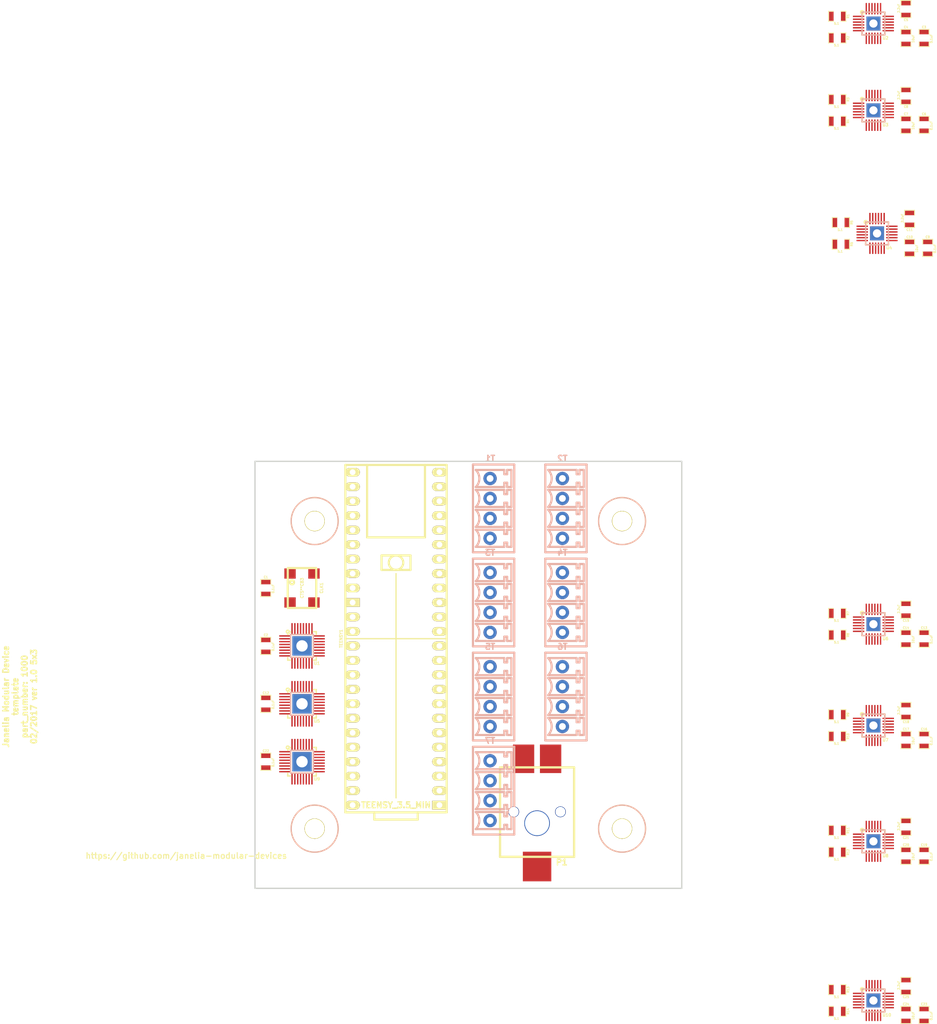
<source format=kicad_pcb>
(kicad_pcb (version 20171130) (host pcbnew 6.0.0-rc1-unknown-3eb3db0~66~ubuntu18.04.1)

  (general
    (thickness 1.6)
    (drawings 6)
    (tracks 0)
    (zones 0)
    (modules 63)
    (nets 75)
  )

  (page A4)
  (title_block
    (title ethoscope_stepper_controller)
    (rev 1.0)
  )

  (layers
    (0 F.Cu signal)
    (31 B.Cu signal)
    (32 B.Adhes user)
    (33 F.Adhes user)
    (34 B.Paste user)
    (35 F.Paste user)
    (36 B.SilkS user hide)
    (37 F.SilkS user)
    (38 B.Mask user)
    (39 F.Mask user)
    (40 Dwgs.User user hide)
    (41 Cmts.User user)
    (42 Eco1.User user)
    (43 Eco2.User user)
    (44 Edge.Cuts user)
    (45 Margin user)
    (46 B.CrtYd user)
    (47 F.CrtYd user)
    (48 B.Fab user hide)
    (49 F.Fab user hide)
  )

  (setup
    (last_trace_width 0.254)
    (trace_clearance 0.0254)
    (zone_clearance 0.2032)
    (zone_45_only no)
    (trace_min 0.254)
    (via_size 0.889)
    (via_drill 0.635)
    (via_min_size 0.889)
    (via_min_drill 0.508)
    (uvia_size 0.508)
    (uvia_drill 0.127)
    (uvias_allowed no)
    (uvia_min_size 0.508)
    (uvia_min_drill 0.127)
    (edge_width 0.2286)
    (segment_width 0.2286)
    (pcb_text_width 0.3)
    (pcb_text_size 1.5 1.5)
    (mod_edge_width 0.381)
    (mod_text_size 1 1)
    (mod_text_width 0.15)
    (pad_size 1.016 4.4958)
    (pad_drill 0)
    (pad_to_mask_clearance 0)
    (aux_axis_origin 0 0)
    (grid_origin 152.4 101.6)
    (visible_elements FFFFF77F)
    (pcbplotparams
      (layerselection 0x000f0_ffffffff)
      (usegerberextensions true)
      (usegerberattributes false)
      (usegerberadvancedattributes false)
      (creategerberjobfile false)
      (excludeedgelayer false)
      (linewidth 0.100000)
      (plotframeref false)
      (viasonmask false)
      (mode 1)
      (useauxorigin false)
      (hpglpennumber 1)
      (hpglpenspeed 20)
      (hpglpendiameter 15.000000)
      (psnegative false)
      (psa4output false)
      (plotreference true)
      (plotvalue true)
      (plotinvisibletext false)
      (padsonsilk false)
      (subtractmaskfromsilk true)
      (outputformat 1)
      (mirror false)
      (drillshape 0)
      (scaleselection 1)
      (outputdirectory "gerbers/"))
  )

  (net 0 "")
  (net 1 +3V3)
  (net 2 GND)
  (net 3 VAA)
  (net 4 /tmc429_0/stepper_driver_0/VINT)
  (net 5 /tmc429_0/stepper_driver_1/VINT)
  (net 6 /tmc429_0/stepper_driver_2/VINT)
  (net 7 /tmc429_1/stepper_driver_0/VINT)
  (net 8 /tmc429_1/stepper_driver_1/VINT)
  (net 9 /tmc429_1/stepper_driver_2/VINT)
  (net 10 /tmc429_2/stepper_driver_0/VINT)
  (net 11 /CLK)
  (net 12 /tmc429_0/stepper_driver_0/AISEN)
  (net 13 /tmc429_0/stepper_driver_0/BISEN)
  (net 14 /tmc429_0/stepper_driver_1/AISEN)
  (net 15 /tmc429_0/stepper_driver_1/BISEN)
  (net 16 /tmc429_0/stepper_driver_2/AISEN)
  (net 17 /tmc429_0/stepper_driver_2/BISEN)
  (net 18 /tmc429_1/stepper_driver_0/AISEN)
  (net 19 /tmc429_1/stepper_driver_0/BISEN)
  (net 20 /tmc429_1/stepper_driver_1/AISEN)
  (net 21 /tmc429_1/stepper_driver_1/BISEN)
  (net 22 /tmc429_1/stepper_driver_2/AISEN)
  (net 23 /tmc429_1/stepper_driver_2/BISEN)
  (net 24 /tmc429_2/stepper_driver_0/AISEN)
  (net 25 /tmc429_2/stepper_driver_0/BISEN)
  (net 26 /tmc429_0/stepper_driver_0/A_+)
  (net 27 /tmc429_0/stepper_driver_0/B_-)
  (net 28 /tmc429_0/stepper_driver_0/B_+)
  (net 29 /tmc429_0/stepper_driver_0/A_-)
  (net 30 /tmc429_0/stepper_driver_1/A_-)
  (net 31 /tmc429_0/stepper_driver_1/B_+)
  (net 32 /tmc429_0/stepper_driver_1/B_-)
  (net 33 /tmc429_0/stepper_driver_1/A_+)
  (net 34 /tmc429_0/stepper_driver_2/A_+)
  (net 35 /tmc429_0/stepper_driver_2/B_-)
  (net 36 /tmc429_0/stepper_driver_2/B_+)
  (net 37 /tmc429_0/stepper_driver_2/A_-)
  (net 38 /tmc429_1/stepper_driver_0/A_+)
  (net 39 /tmc429_1/stepper_driver_0/B_-)
  (net 40 /tmc429_1/stepper_driver_0/B_+)
  (net 41 /tmc429_1/stepper_driver_0/A_-)
  (net 42 /tmc429_1/stepper_driver_1/A_-)
  (net 43 /tmc429_1/stepper_driver_1/B_+)
  (net 44 /tmc429_1/stepper_driver_1/B_-)
  (net 45 /tmc429_1/stepper_driver_1/A_+)
  (net 46 /tmc429_1/stepper_driver_2/A_-)
  (net 47 /tmc429_1/stepper_driver_2/B_+)
  (net 48 /tmc429_1/stepper_driver_2/B_-)
  (net 49 /tmc429_1/stepper_driver_2/A_+)
  (net 50 /tmc429_2/stepper_driver_0/A_-)
  (net 51 /tmc429_2/stepper_driver_0/B_+)
  (net 52 /tmc429_2/stepper_driver_0/B_-)
  (net 53 /tmc429_2/stepper_driver_0/A_+)
  (net 54 /CS_429_2)
  (net 55 /CS_429_1)
  (net 56 /MOSI)
  (net 57 /MISO)
  (net 58 /SCK)
  (net 59 /CS_429_0)
  (net 60 /ENABLE_ALL)
  (net 61 /tmc429_0/STEP_2)
  (net 62 /tmc429_0/STEP_1)
  (net 63 /tmc429_0/STEP_0)
  (net 64 /tmc429_1/STEP_0)
  (net 65 /tmc429_1/STEP_1)
  (net 66 /tmc429_1/STEP_2)
  (net 67 /tmc429_2/STEP_0)
  (net 68 /tmc429_0/DIR_2)
  (net 69 /tmc429_0/DIR_0)
  (net 70 /tmc429_0/DIR_1)
  (net 71 /tmc429_1/DIR_1)
  (net 72 /tmc429_1/DIR_0)
  (net 73 /tmc429_1/DIR_2)
  (net 74 /tmc429_2/DIR_0)

  (net_class Default "This is the default net class."
    (clearance 0.0254)
    (trace_width 0.254)
    (via_dia 0.889)
    (via_drill 0.635)
    (uvia_dia 0.508)
    (uvia_drill 0.127)
    (diff_pair_width 0.254)
    (diff_pair_gap 0.254)
    (add_net +3V3)
    (add_net /CLK)
    (add_net /CS_429_0)
    (add_net /CS_429_1)
    (add_net /CS_429_2)
    (add_net /ENABLE_ALL)
    (add_net /MISO)
    (add_net /MOSI)
    (add_net /SCK)
    (add_net /tmc429_0/DIR_0)
    (add_net /tmc429_0/DIR_1)
    (add_net /tmc429_0/DIR_2)
    (add_net /tmc429_0/STEP_0)
    (add_net /tmc429_0/STEP_1)
    (add_net /tmc429_0/STEP_2)
    (add_net /tmc429_0/stepper_driver_0/AISEN)
    (add_net /tmc429_0/stepper_driver_0/A_+)
    (add_net /tmc429_0/stepper_driver_0/A_-)
    (add_net /tmc429_0/stepper_driver_0/BISEN)
    (add_net /tmc429_0/stepper_driver_0/B_+)
    (add_net /tmc429_0/stepper_driver_0/B_-)
    (add_net /tmc429_0/stepper_driver_0/VINT)
    (add_net /tmc429_0/stepper_driver_1/AISEN)
    (add_net /tmc429_0/stepper_driver_1/A_+)
    (add_net /tmc429_0/stepper_driver_1/A_-)
    (add_net /tmc429_0/stepper_driver_1/BISEN)
    (add_net /tmc429_0/stepper_driver_1/B_+)
    (add_net /tmc429_0/stepper_driver_1/B_-)
    (add_net /tmc429_0/stepper_driver_1/VINT)
    (add_net /tmc429_0/stepper_driver_2/AISEN)
    (add_net /tmc429_0/stepper_driver_2/A_+)
    (add_net /tmc429_0/stepper_driver_2/A_-)
    (add_net /tmc429_0/stepper_driver_2/BISEN)
    (add_net /tmc429_0/stepper_driver_2/B_+)
    (add_net /tmc429_0/stepper_driver_2/B_-)
    (add_net /tmc429_0/stepper_driver_2/VINT)
    (add_net /tmc429_1/DIR_0)
    (add_net /tmc429_1/DIR_1)
    (add_net /tmc429_1/DIR_2)
    (add_net /tmc429_1/STEP_0)
    (add_net /tmc429_1/STEP_1)
    (add_net /tmc429_1/STEP_2)
    (add_net /tmc429_1/stepper_driver_0/AISEN)
    (add_net /tmc429_1/stepper_driver_0/A_+)
    (add_net /tmc429_1/stepper_driver_0/A_-)
    (add_net /tmc429_1/stepper_driver_0/BISEN)
    (add_net /tmc429_1/stepper_driver_0/B_+)
    (add_net /tmc429_1/stepper_driver_0/B_-)
    (add_net /tmc429_1/stepper_driver_0/VINT)
    (add_net /tmc429_1/stepper_driver_1/AISEN)
    (add_net /tmc429_1/stepper_driver_1/A_+)
    (add_net /tmc429_1/stepper_driver_1/A_-)
    (add_net /tmc429_1/stepper_driver_1/BISEN)
    (add_net /tmc429_1/stepper_driver_1/B_+)
    (add_net /tmc429_1/stepper_driver_1/B_-)
    (add_net /tmc429_1/stepper_driver_1/VINT)
    (add_net /tmc429_1/stepper_driver_2/AISEN)
    (add_net /tmc429_1/stepper_driver_2/A_+)
    (add_net /tmc429_1/stepper_driver_2/A_-)
    (add_net /tmc429_1/stepper_driver_2/BISEN)
    (add_net /tmc429_1/stepper_driver_2/B_+)
    (add_net /tmc429_1/stepper_driver_2/B_-)
    (add_net /tmc429_1/stepper_driver_2/VINT)
    (add_net /tmc429_2/DIR_0)
    (add_net /tmc429_2/STEP_0)
    (add_net /tmc429_2/stepper_driver_0/AISEN)
    (add_net /tmc429_2/stepper_driver_0/A_+)
    (add_net /tmc429_2/stepper_driver_0/A_-)
    (add_net /tmc429_2/stepper_driver_0/BISEN)
    (add_net /tmc429_2/stepper_driver_0/B_+)
    (add_net /tmc429_2/stepper_driver_0/B_-)
    (add_net /tmc429_2/stepper_driver_0/VINT)
    (add_net GND)
    (add_net VAA)
  )

  (net_class GND ""
    (clearance 0.1016)
    (trace_width 0.4064)
    (via_dia 0.889)
    (via_drill 0.635)
    (uvia_dia 0.508)
    (uvia_drill 0.127)
    (diff_pair_width 0.254)
    (diff_pair_gap 0.254)
  )

  (net_class LEDPOWER ""
    (clearance 0.254)
    (trace_width 0.6096)
    (via_dia 0.889)
    (via_drill 0.635)
    (uvia_dia 0.508)
    (uvia_drill 0.127)
    (diff_pair_width 0.254)
    (diff_pair_gap 0.254)
  )

  (net_class POWER ""
    (clearance 0.254)
    (trace_width 0.8128)
    (via_dia 0.889)
    (via_drill 0.635)
    (uvia_dia 0.508)
    (uvia_drill 0.127)
    (diff_pair_width 0.254)
    (diff_pair_gap 0.254)
  )

  (net_class SIGNAL ""
    (clearance 0.1016)
    (trace_width 0.4064)
    (via_dia 0.889)
    (via_drill 0.635)
    (uvia_dia 0.508)
    (uvia_drill 0.127)
    (diff_pair_width 0.254)
    (diff_pair_gap 0.254)
  )

  (net_class SUPERPOWER ""
    (clearance 0.254)
    (trace_width 1.2192)
    (via_dia 0.889)
    (via_drill 0.635)
    (uvia_dia 0.508)
    (uvia_drill 0.127)
    (diff_pair_width 0.254)
    (diff_pair_gap 0.254)
  )

  (module ethoscope_stepper_controller:DCJACK_3PIN_SMD_VERT (layer F.Cu) (tedit 5B7459AC) (tstamp 5B74998A)
    (at 164.465 127.635 180)
    (path /5B749BE7)
    (fp_text reference P1 (at -3.175 -6.858) (layer F.SilkS)
      (effects (font (size 1.016 1.016) (thickness 0.254)) (justify left))
    )
    (fp_text value PWR_JACK_2.1x5.5_SMD_VERT (at 7.62 0 270) (layer F.Fab)
      (effects (font (size 1.016 1.016) (thickness 0.254)))
    )
    (fp_line (start 6.5 -5.9) (end 6.5 9.8) (layer F.SilkS) (width 0.4))
    (fp_line (start -6.5 -5.9) (end -6.5 9.8) (layer F.SilkS) (width 0.4))
    (fp_line (start -6.5 -5.9) (end 6.5 -5.9) (layer F.SilkS) (width 0.4))
    (fp_line (start -6.5 9.8) (end 6.5 9.8) (layer F.SilkS) (width 0.4))
    (pad 3 smd rect (at 2.375 11.3 180) (size 3.75 5) (layers F.Cu F.Paste F.Mask)
      (solder_mask_margin 0.25) (clearance 0.5))
    (pad 2 smd rect (at -2.375 11.3 180) (size 3.75 5) (layers F.Cu F.Paste F.Mask)
      (net 2 GND) (solder_mask_margin 0.25) (clearance 0.5))
    (pad 1 smd rect (at 0 -7.6 180) (size 5 5.2) (layers F.Cu F.Paste F.Mask)
      (net 3 VAA) (solder_mask_margin 0.25) (clearance 0.5))
    (pad "" thru_hole circle (at 4.1 2 180) (size 1.9 1.9) (drill 1.7) (layers *.Cu *.Mask))
    (pad "" thru_hole circle (at -4.1 2 180) (size 1.9 1.9) (drill 1.7) (layers *.Cu *.Mask))
    (pad "" thru_hole circle (at 0 0 180) (size 4.5 4.5) (drill 4.2) (layers *.Cu *.Mask))
  )

  (module ethoscope_stepper_controller:SM0805 (layer F.Cu) (tedit 5B7449CD) (tstamp 5B744507)
    (at 116.84 86.36 270)
    (tags "CMS SM")
    (path /5B72CF50)
    (attr smd)
    (fp_text reference C1 (at -1.905 0) (layer F.SilkS)
      (effects (font (size 0.381 0.381) (thickness 0.09525)))
    )
    (fp_text value 0.1uF (at 0.127 -1.27 270) (layer F.SilkS)
      (effects (font (size 0.381 0.381) (thickness 0.09525)))
    )
    (fp_line (start 1.524 0.889) (end 0.635 0.889) (layer F.SilkS) (width 0.127))
    (fp_line (start 1.524 -0.889) (end 1.524 0.889) (layer F.SilkS) (width 0.127))
    (fp_line (start 0.635 -0.889) (end 1.524 -0.889) (layer F.SilkS) (width 0.127))
    (fp_line (start -1.524 0.889) (end -0.635 0.889) (layer F.SilkS) (width 0.127))
    (fp_line (start -1.524 -0.889) (end -1.524 0.889) (layer F.SilkS) (width 0.127))
    (fp_line (start -0.635 -0.889) (end -1.524 -0.889) (layer F.SilkS) (width 0.127))
    (pad 2 smd rect (at 1.0414 0 270) (size 0.7874 1.6002) (layers F.Cu F.Paste F.Mask)
      (net 2 GND))
    (pad 1 smd rect (at -1.0414 0 270) (size 0.7874 1.6002) (layers F.Cu F.Paste F.Mask)
      (net 1 +3V3))
    (model smd/chip_cms.wrl
      (at (xyz 0 0 0))
      (scale (xyz 0.17 0.2 0.17))
      (rotate (xyz 0 0 0))
    )
  )

  (module ethoscope_stepper_controller:SM0805 (layer F.Cu) (tedit 5B7449CD) (tstamp 5B744512)
    (at 116.84 96.52 270)
    (tags "CMS SM")
    (path /58DAAD90/58DAE7A2)
    (attr smd)
    (fp_text reference C2 (at -1.905 0) (layer F.SilkS)
      (effects (font (size 0.381 0.381) (thickness 0.09525)))
    )
    (fp_text value 0.1uF (at 0.127 -1.27 270) (layer F.SilkS)
      (effects (font (size 0.381 0.381) (thickness 0.09525)))
    )
    (fp_line (start 1.524 0.889) (end 0.635 0.889) (layer F.SilkS) (width 0.127))
    (fp_line (start 1.524 -0.889) (end 1.524 0.889) (layer F.SilkS) (width 0.127))
    (fp_line (start 0.635 -0.889) (end 1.524 -0.889) (layer F.SilkS) (width 0.127))
    (fp_line (start -1.524 0.889) (end -0.635 0.889) (layer F.SilkS) (width 0.127))
    (fp_line (start -1.524 -0.889) (end -1.524 0.889) (layer F.SilkS) (width 0.127))
    (fp_line (start -0.635 -0.889) (end -1.524 -0.889) (layer F.SilkS) (width 0.127))
    (pad 2 smd rect (at 1.0414 0 270) (size 0.7874 1.6002) (layers F.Cu F.Paste F.Mask)
      (net 2 GND))
    (pad 1 smd rect (at -1.0414 0 270) (size 0.7874 1.6002) (layers F.Cu F.Paste F.Mask)
      (net 1 +3V3))
    (model smd/chip_cms.wrl
      (at (xyz 0 0 0))
      (scale (xyz 0.17 0.2 0.17))
      (rotate (xyz 0 0 0))
    )
  )

  (module ethoscope_stepper_controller:SM0805 (layer F.Cu) (tedit 5B7449CD) (tstamp 5B74451D)
    (at 232.41 -10.16 270)
    (tags "CMS SM")
    (path /58DAAD90/5B75BAFB/58DB75FF)
    (attr smd)
    (fp_text reference C3 (at -1.905 0) (layer F.SilkS)
      (effects (font (size 0.381 0.381) (thickness 0.09525)))
    )
    (fp_text value 0.1uF (at 0.127 -1.27 270) (layer F.SilkS)
      (effects (font (size 0.381 0.381) (thickness 0.09525)))
    )
    (fp_line (start 1.524 0.889) (end 0.635 0.889) (layer F.SilkS) (width 0.127))
    (fp_line (start 1.524 -0.889) (end 1.524 0.889) (layer F.SilkS) (width 0.127))
    (fp_line (start 0.635 -0.889) (end 1.524 -0.889) (layer F.SilkS) (width 0.127))
    (fp_line (start -1.524 0.889) (end -0.635 0.889) (layer F.SilkS) (width 0.127))
    (fp_line (start -1.524 -0.889) (end -1.524 0.889) (layer F.SilkS) (width 0.127))
    (fp_line (start -0.635 -0.889) (end -1.524 -0.889) (layer F.SilkS) (width 0.127))
    (pad 2 smd rect (at 1.0414 0 270) (size 0.7874 1.6002) (layers F.Cu F.Paste F.Mask)
      (net 2 GND))
    (pad 1 smd rect (at -1.0414 0 270) (size 0.7874 1.6002) (layers F.Cu F.Paste F.Mask)
      (net 3 VAA))
    (model smd/chip_cms.wrl
      (at (xyz 0 0 0))
      (scale (xyz 0.17 0.2 0.17))
      (rotate (xyz 0 0 0))
    )
  )

  (module ethoscope_stepper_controller:SM0805 (layer F.Cu) (tedit 5B7449CD) (tstamp 5B74453F)
    (at 232.41 5.08 270)
    (tags "CMS SM")
    (path /58DAAD90/58DBE3E6/58DB75FF)
    (attr smd)
    (fp_text reference C6 (at -1.905 0) (layer F.SilkS)
      (effects (font (size 0.381 0.381) (thickness 0.09525)))
    )
    (fp_text value 0.1uF (at 0.127 -1.27 270) (layer F.SilkS)
      (effects (font (size 0.381 0.381) (thickness 0.09525)))
    )
    (fp_line (start 1.524 0.889) (end 0.635 0.889) (layer F.SilkS) (width 0.127))
    (fp_line (start 1.524 -0.889) (end 1.524 0.889) (layer F.SilkS) (width 0.127))
    (fp_line (start 0.635 -0.889) (end 1.524 -0.889) (layer F.SilkS) (width 0.127))
    (fp_line (start -1.524 0.889) (end -0.635 0.889) (layer F.SilkS) (width 0.127))
    (fp_line (start -1.524 -0.889) (end -1.524 0.889) (layer F.SilkS) (width 0.127))
    (fp_line (start -0.635 -0.889) (end -1.524 -0.889) (layer F.SilkS) (width 0.127))
    (pad 2 smd rect (at 1.0414 0 270) (size 0.7874 1.6002) (layers F.Cu F.Paste F.Mask)
      (net 2 GND))
    (pad 1 smd rect (at -1.0414 0 270) (size 0.7874 1.6002) (layers F.Cu F.Paste F.Mask)
      (net 3 VAA))
    (model smd/chip_cms.wrl
      (at (xyz 0 0 0))
      (scale (xyz 0.17 0.2 0.17))
      (rotate (xyz 0 0 0))
    )
  )

  (module ethoscope_stepper_controller:SM0805 (layer F.Cu) (tedit 5B7449CD) (tstamp 5B744561)
    (at 233.045 26.67 270)
    (tags "CMS SM")
    (path /58DAAD90/58DBF0EC/58DB75FF)
    (attr smd)
    (fp_text reference C9 (at -1.905 0) (layer F.SilkS)
      (effects (font (size 0.381 0.381) (thickness 0.09525)))
    )
    (fp_text value 0.1uF (at 0.127 -1.27 270) (layer F.SilkS)
      (effects (font (size 0.381 0.381) (thickness 0.09525)))
    )
    (fp_line (start 1.524 0.889) (end 0.635 0.889) (layer F.SilkS) (width 0.127))
    (fp_line (start 1.524 -0.889) (end 1.524 0.889) (layer F.SilkS) (width 0.127))
    (fp_line (start 0.635 -0.889) (end 1.524 -0.889) (layer F.SilkS) (width 0.127))
    (fp_line (start -1.524 0.889) (end -0.635 0.889) (layer F.SilkS) (width 0.127))
    (fp_line (start -1.524 -0.889) (end -1.524 0.889) (layer F.SilkS) (width 0.127))
    (fp_line (start -0.635 -0.889) (end -1.524 -0.889) (layer F.SilkS) (width 0.127))
    (pad 2 smd rect (at 1.0414 0 270) (size 0.7874 1.6002) (layers F.Cu F.Paste F.Mask)
      (net 2 GND))
    (pad 1 smd rect (at -1.0414 0 270) (size 0.7874 1.6002) (layers F.Cu F.Paste F.Mask)
      (net 3 VAA))
    (model smd/chip_cms.wrl
      (at (xyz 0 0 0))
      (scale (xyz 0.17 0.2 0.17))
      (rotate (xyz 0 0 0))
    )
  )

  (module ethoscope_stepper_controller:SM0805 (layer F.Cu) (tedit 5B7449CD) (tstamp 5B744583)
    (at 116.84 106.68 270)
    (tags "CMS SM")
    (path /5B70939E/58DAE7A2)
    (attr smd)
    (fp_text reference C12 (at -1.905 0) (layer F.SilkS)
      (effects (font (size 0.381 0.381) (thickness 0.09525)))
    )
    (fp_text value 0.1uF (at 0.127 -1.27 270) (layer F.SilkS)
      (effects (font (size 0.381 0.381) (thickness 0.09525)))
    )
    (fp_line (start 1.524 0.889) (end 0.635 0.889) (layer F.SilkS) (width 0.127))
    (fp_line (start 1.524 -0.889) (end 1.524 0.889) (layer F.SilkS) (width 0.127))
    (fp_line (start 0.635 -0.889) (end 1.524 -0.889) (layer F.SilkS) (width 0.127))
    (fp_line (start -1.524 0.889) (end -0.635 0.889) (layer F.SilkS) (width 0.127))
    (fp_line (start -1.524 -0.889) (end -1.524 0.889) (layer F.SilkS) (width 0.127))
    (fp_line (start -0.635 -0.889) (end -1.524 -0.889) (layer F.SilkS) (width 0.127))
    (pad 2 smd rect (at 1.0414 0 270) (size 0.7874 1.6002) (layers F.Cu F.Paste F.Mask)
      (net 2 GND))
    (pad 1 smd rect (at -1.0414 0 270) (size 0.7874 1.6002) (layers F.Cu F.Paste F.Mask)
      (net 1 +3V3))
    (model smd/chip_cms.wrl
      (at (xyz 0 0 0))
      (scale (xyz 0.17 0.2 0.17))
      (rotate (xyz 0 0 0))
    )
  )

  (module ethoscope_stepper_controller:SM0805 (layer F.Cu) (tedit 5B7449CD) (tstamp 5B74458E)
    (at 232.41 95.25 270)
    (tags "CMS SM")
    (path /5B70939E/5B75BAFB/58DB75FF)
    (attr smd)
    (fp_text reference C13 (at -1.905 0) (layer F.SilkS)
      (effects (font (size 0.381 0.381) (thickness 0.09525)))
    )
    (fp_text value 0.1uF (at 0.127 -1.27 270) (layer F.SilkS)
      (effects (font (size 0.381 0.381) (thickness 0.09525)))
    )
    (fp_line (start 1.524 0.889) (end 0.635 0.889) (layer F.SilkS) (width 0.127))
    (fp_line (start 1.524 -0.889) (end 1.524 0.889) (layer F.SilkS) (width 0.127))
    (fp_line (start 0.635 -0.889) (end 1.524 -0.889) (layer F.SilkS) (width 0.127))
    (fp_line (start -1.524 0.889) (end -0.635 0.889) (layer F.SilkS) (width 0.127))
    (fp_line (start -1.524 -0.889) (end -1.524 0.889) (layer F.SilkS) (width 0.127))
    (fp_line (start -0.635 -0.889) (end -1.524 -0.889) (layer F.SilkS) (width 0.127))
    (pad 2 smd rect (at 1.0414 0 270) (size 0.7874 1.6002) (layers F.Cu F.Paste F.Mask)
      (net 2 GND))
    (pad 1 smd rect (at -1.0414 0 270) (size 0.7874 1.6002) (layers F.Cu F.Paste F.Mask)
      (net 3 VAA))
    (model smd/chip_cms.wrl
      (at (xyz 0 0 0))
      (scale (xyz 0.17 0.2 0.17))
      (rotate (xyz 0 0 0))
    )
  )

  (module ethoscope_stepper_controller:SM0805 (layer F.Cu) (tedit 5B7449CD) (tstamp 5B7445B0)
    (at 232.41 113.03 270)
    (tags "CMS SM")
    (path /5B70939E/58DBE3E6/58DB75FF)
    (attr smd)
    (fp_text reference C16 (at -1.905 0) (layer F.SilkS)
      (effects (font (size 0.381 0.381) (thickness 0.09525)))
    )
    (fp_text value 0.1uF (at 0.127 -1.27 270) (layer F.SilkS)
      (effects (font (size 0.381 0.381) (thickness 0.09525)))
    )
    (fp_line (start 1.524 0.889) (end 0.635 0.889) (layer F.SilkS) (width 0.127))
    (fp_line (start 1.524 -0.889) (end 1.524 0.889) (layer F.SilkS) (width 0.127))
    (fp_line (start 0.635 -0.889) (end 1.524 -0.889) (layer F.SilkS) (width 0.127))
    (fp_line (start -1.524 0.889) (end -0.635 0.889) (layer F.SilkS) (width 0.127))
    (fp_line (start -1.524 -0.889) (end -1.524 0.889) (layer F.SilkS) (width 0.127))
    (fp_line (start -0.635 -0.889) (end -1.524 -0.889) (layer F.SilkS) (width 0.127))
    (pad 2 smd rect (at 1.0414 0 270) (size 0.7874 1.6002) (layers F.Cu F.Paste F.Mask)
      (net 2 GND))
    (pad 1 smd rect (at -1.0414 0 270) (size 0.7874 1.6002) (layers F.Cu F.Paste F.Mask)
      (net 3 VAA))
    (model smd/chip_cms.wrl
      (at (xyz 0 0 0))
      (scale (xyz 0.17 0.2 0.17))
      (rotate (xyz 0 0 0))
    )
  )

  (module ethoscope_stepper_controller:SM0805 (layer F.Cu) (tedit 5B7449CD) (tstamp 5B7445D2)
    (at 232.41 133.35 270)
    (tags "CMS SM")
    (path /5B70939E/58DBF0EC/58DB75FF)
    (attr smd)
    (fp_text reference C19 (at -1.905 0) (layer F.SilkS)
      (effects (font (size 0.381 0.381) (thickness 0.09525)))
    )
    (fp_text value 0.1uF (at 0.127 -1.27 270) (layer F.SilkS)
      (effects (font (size 0.381 0.381) (thickness 0.09525)))
    )
    (fp_line (start 1.524 0.889) (end 0.635 0.889) (layer F.SilkS) (width 0.127))
    (fp_line (start 1.524 -0.889) (end 1.524 0.889) (layer F.SilkS) (width 0.127))
    (fp_line (start 0.635 -0.889) (end 1.524 -0.889) (layer F.SilkS) (width 0.127))
    (fp_line (start -1.524 0.889) (end -0.635 0.889) (layer F.SilkS) (width 0.127))
    (fp_line (start -1.524 -0.889) (end -1.524 0.889) (layer F.SilkS) (width 0.127))
    (fp_line (start -0.635 -0.889) (end -1.524 -0.889) (layer F.SilkS) (width 0.127))
    (pad 2 smd rect (at 1.0414 0 270) (size 0.7874 1.6002) (layers F.Cu F.Paste F.Mask)
      (net 2 GND))
    (pad 1 smd rect (at -1.0414 0 270) (size 0.7874 1.6002) (layers F.Cu F.Paste F.Mask)
      (net 3 VAA))
    (model smd/chip_cms.wrl
      (at (xyz 0 0 0))
      (scale (xyz 0.17 0.2 0.17))
      (rotate (xyz 0 0 0))
    )
  )

  (module ethoscope_stepper_controller:SM0805 (layer F.Cu) (tedit 5B7449CD) (tstamp 5B7445F4)
    (at 116.84 116.84 270)
    (tags "CMS SM")
    (path /5B709419/5B75BAF8)
    (attr smd)
    (fp_text reference C22 (at -1.905 0) (layer F.SilkS)
      (effects (font (size 0.381 0.381) (thickness 0.09525)))
    )
    (fp_text value 0.1uF (at 0.127 -1.27 270) (layer F.SilkS)
      (effects (font (size 0.381 0.381) (thickness 0.09525)))
    )
    (fp_line (start 1.524 0.889) (end 0.635 0.889) (layer F.SilkS) (width 0.127))
    (fp_line (start 1.524 -0.889) (end 1.524 0.889) (layer F.SilkS) (width 0.127))
    (fp_line (start 0.635 -0.889) (end 1.524 -0.889) (layer F.SilkS) (width 0.127))
    (fp_line (start -1.524 0.889) (end -0.635 0.889) (layer F.SilkS) (width 0.127))
    (fp_line (start -1.524 -0.889) (end -1.524 0.889) (layer F.SilkS) (width 0.127))
    (fp_line (start -0.635 -0.889) (end -1.524 -0.889) (layer F.SilkS) (width 0.127))
    (pad 2 smd rect (at 1.0414 0 270) (size 0.7874 1.6002) (layers F.Cu F.Paste F.Mask)
      (net 2 GND))
    (pad 1 smd rect (at -1.0414 0 270) (size 0.7874 1.6002) (layers F.Cu F.Paste F.Mask)
      (net 1 +3V3))
    (model smd/chip_cms.wrl
      (at (xyz 0 0 0))
      (scale (xyz 0.17 0.2 0.17))
      (rotate (xyz 0 0 0))
    )
  )

  (module ethoscope_stepper_controller:SM0805 (layer F.Cu) (tedit 5B7449CD) (tstamp 5B7445FF)
    (at 232.41 161.29 270)
    (tags "CMS SM")
    (path /5B709419/58DB6271/58DB75FF)
    (attr smd)
    (fp_text reference C23 (at -1.905 0) (layer F.SilkS)
      (effects (font (size 0.381 0.381) (thickness 0.09525)))
    )
    (fp_text value 0.1uF (at 0.127 -1.27 270) (layer F.SilkS)
      (effects (font (size 0.381 0.381) (thickness 0.09525)))
    )
    (fp_line (start 1.524 0.889) (end 0.635 0.889) (layer F.SilkS) (width 0.127))
    (fp_line (start 1.524 -0.889) (end 1.524 0.889) (layer F.SilkS) (width 0.127))
    (fp_line (start 0.635 -0.889) (end 1.524 -0.889) (layer F.SilkS) (width 0.127))
    (fp_line (start -1.524 0.889) (end -0.635 0.889) (layer F.SilkS) (width 0.127))
    (fp_line (start -1.524 -0.889) (end -1.524 0.889) (layer F.SilkS) (width 0.127))
    (fp_line (start -0.635 -0.889) (end -1.524 -0.889) (layer F.SilkS) (width 0.127))
    (pad 2 smd rect (at 1.0414 0 270) (size 0.7874 1.6002) (layers F.Cu F.Paste F.Mask)
      (net 2 GND))
    (pad 1 smd rect (at -1.0414 0 270) (size 0.7874 1.6002) (layers F.Cu F.Paste F.Mask)
      (net 3 VAA))
    (model smd/chip_cms.wrl
      (at (xyz 0 0 0))
      (scale (xyz 0.17 0.2 0.17))
      (rotate (xyz 0 0 0))
    )
  )

  (module ethoscope_stepper_controller:CTS_SMD_4_7X5MM (layer F.Cu) (tedit 5B7459F3) (tstamp 5B73F710)
    (at 123.19 86.36 270)
    (path /5B71ACB6)
    (fp_text reference CLK1 (at 0 -3.429 270) (layer F.SilkS)
      (effects (font (size 0.508 0.508) (thickness 0.127)))
    )
    (fp_text value CLK_32MHZ (at 0 0 270) (layer F.Fab)
      (effects (font (size 1.016 1.016) (thickness 0.254)))
    )
    (fp_circle (center -1 1.75) (end -0.75 1.5) (layer F.SilkS) (width 0.381))
    (fp_text user CTS**CB3 (at 0 0 270) (layer F.SilkS)
      (effects (font (size 0.5 0.5) (thickness 0.125)))
    )
    (fp_line (start -3.5 -2.5) (end -3.5 2.5) (layer F.SilkS) (width 0.381))
    (fp_line (start -3.5 2.5) (end 3.5 2.5) (layer F.SilkS) (width 0.381))
    (fp_line (start 3.5 2.5) (end 3.5 -2.5) (layer F.SilkS) (width 0.381))
    (fp_line (start 3.5 -2.5) (end -3.5 -2.5) (layer F.SilkS) (width 0.381))
    (pad 1 smd rect (at -2.54 2.1 270) (size 1.8 2) (layers F.Cu F.Paste F.Mask)
      (net 1 +3V3))
    (pad 2 smd rect (at 2.54 2.1 270) (size 1.8 2) (layers F.Cu F.Paste F.Mask)
      (net 2 GND))
    (pad 3 smd rect (at 2.54 -2.1 270) (size 1.8 2) (layers F.Cu F.Paste F.Mask)
      (net 11 /CLK))
    (pad 4 smd rect (at -2.54 -2.1 270) (size 1.8 2) (layers F.Cu F.Paste F.Mask)
      (net 1 +3V3))
  )

  (module ethoscope_stepper_controller:MOUNTING_HOLE_4-40 (layer F.Cu) (tedit 5B733C5C) (tstamp 5B73F717)
    (at 179.3875 128.5875)
    (path /5B738AE2)
    (fp_text reference MH1 (at 0 -3.175) (layer F.SilkS) hide
      (effects (font (size 1.524 1.524) (thickness 0.3048)))
    )
    (fp_text value MOUNT_HOLE (at 0 3.81) (layer F.SilkS) hide
      (effects (font (size 1.524 1.524) (thickness 0.3048)))
    )
    (fp_circle (center 0 0) (end 4.1275 0) (layer F.SilkS) (width 0.2286))
    (fp_circle (center 0 0) (end 4.1275 0) (layer B.SilkS) (width 0.2286))
    (pad 1 thru_hole circle (at 0 0) (size 3.556 3.556) (drill 3.302) (layers *.Cu *.Mask F.SilkS))
  )

  (module ethoscope_stepper_controller:MOUNTING_HOLE_4-40 (layer F.Cu) (tedit 5B733C5C) (tstamp 5B73F71E)
    (at 125.4125 128.5875)
    (path /5B738B6D)
    (fp_text reference MH2 (at 0 -3.175) (layer F.SilkS) hide
      (effects (font (size 1.524 1.524) (thickness 0.3048)))
    )
    (fp_text value MOUNT_HOLE (at 0 3.81) (layer F.SilkS) hide
      (effects (font (size 1.524 1.524) (thickness 0.3048)))
    )
    (fp_circle (center 0 0) (end 4.1275 0) (layer F.SilkS) (width 0.2286))
    (fp_circle (center 0 0) (end 4.1275 0) (layer B.SilkS) (width 0.2286))
    (pad 1 thru_hole circle (at 0 0) (size 3.556 3.556) (drill 3.302) (layers *.Cu *.Mask F.SilkS))
  )

  (module ethoscope_stepper_controller:MOUNTING_HOLE_4-40 (layer F.Cu) (tedit 5B733C5C) (tstamp 5B73F725)
    (at 125.4125 74.6125)
    (path /5B739746)
    (fp_text reference MH3 (at 0 -3.175) (layer F.SilkS) hide
      (effects (font (size 1.524 1.524) (thickness 0.3048)))
    )
    (fp_text value MOUNT_HOLE (at 0 3.81) (layer F.SilkS) hide
      (effects (font (size 1.524 1.524) (thickness 0.3048)))
    )
    (fp_circle (center 0 0) (end 4.1275 0) (layer F.SilkS) (width 0.2286))
    (fp_circle (center 0 0) (end 4.1275 0) (layer B.SilkS) (width 0.2286))
    (pad 1 thru_hole circle (at 0 0) (size 3.556 3.556) (drill 3.302) (layers *.Cu *.Mask F.SilkS))
  )

  (module ethoscope_stepper_controller:MOUNTING_HOLE_4-40 (layer F.Cu) (tedit 5B733C5C) (tstamp 5B73F72C)
    (at 179.3875 74.6125)
    (path /5B73974F)
    (fp_text reference MH4 (at 0 -3.175) (layer F.SilkS) hide
      (effects (font (size 1.524 1.524) (thickness 0.3048)))
    )
    (fp_text value MOUNT_HOLE (at 0 3.81) (layer F.SilkS) hide
      (effects (font (size 1.524 1.524) (thickness 0.3048)))
    )
    (fp_circle (center 0 0) (end 4.1275 0) (layer F.SilkS) (width 0.2286))
    (fp_circle (center 0 0) (end 4.1275 0) (layer B.SilkS) (width 0.2286))
    (pad 1 thru_hole circle (at 0 0) (size 3.556 3.556) (drill 3.302) (layers *.Cu *.Mask F.SilkS))
  )

  (module ethoscope_stepper_controller:TERM_BLK_HDR_4POS_VERT_0.138IN (layer B.Cu) (tedit 58DBBC51) (tstamp 5B73F837)
    (at 156.21 72.39 270)
    (path /58DAAD90/5B75BAFB/58DBDAC6)
    (fp_text reference T1 (at -8.75 0 180) (layer B.SilkS)
      (effects (font (size 1.016 1.016) (thickness 0.254)) (justify mirror))
    )
    (fp_text value TERM_BLK_HDR_4POS_VERT_0.138IN (at 8.75 0 180) (layer B.Fab)
      (effects (font (size 1.016 1.016) (thickness 0.254)) (justify mirror))
    )
    (fp_line (start -5.25 -1.5) (end -5.25 -3.25) (layer B.Fab) (width 0.381))
    (fp_line (start -1.75 -1.5) (end -1.75 -3.25) (layer B.Fab) (width 0.381))
    (fp_line (start 1.75 -1.5) (end 1.75 -3.25) (layer B.Fab) (width 0.381))
    (fp_line (start 5.25 -1.5) (end 5.25 -3.25) (layer B.Fab) (width 0.381))
    (fp_line (start -7.4 3) (end -7.4 5.2) (layer B.Fab) (width 0.381))
    (fp_line (start -7.4 5.2) (end 7.4 5.2) (layer B.Fab) (width 0.381))
    (fp_line (start 7.4 5.2) (end 7.4 3) (layer B.Fab) (width 0.381))
    (fp_line (start -7.4 -4.25) (end -7.4 -5.2) (layer B.Fab) (width 0.381))
    (fp_line (start -7.4 -5.2) (end 7.4 -5.2) (layer B.Fab) (width 0.381))
    (fp_line (start 7.4 -5.2) (end 7.4 -4.25) (layer B.Fab) (width 0.381))
    (fp_line (start -6.25 6.75) (end -6.25 4) (layer B.Fab) (width 0.381))
    (fp_line (start -6.25 4) (end -4.25 4) (layer B.Fab) (width 0.381))
    (fp_line (start -4.25 4) (end -4.25 6.75) (layer B.Fab) (width 0.381))
    (fp_line (start -2.75 6.75) (end -2.75 4) (layer B.Fab) (width 0.381))
    (fp_line (start -2.75 4) (end -0.75 4) (layer B.Fab) (width 0.381))
    (fp_line (start -0.75 4) (end -0.75 6.75) (layer B.Fab) (width 0.381))
    (fp_line (start 0.75 6.75) (end 0.75 4) (layer B.Fab) (width 0.381))
    (fp_line (start 0.75 4) (end 2.75 4) (layer B.Fab) (width 0.381))
    (fp_line (start 2.75 4) (end 2.75 6.75) (layer B.Fab) (width 0.381))
    (fp_line (start 4.25 6.75) (end 4.25 4) (layer B.Fab) (width 0.381))
    (fp_line (start 4.25 4) (end 6.25 4) (layer B.Fab) (width 0.381))
    (fp_line (start 6.25 4) (end 6.25 6.75) (layer B.Fab) (width 0.381))
    (fp_line (start -7 6.85) (end 7 6.85) (layer B.Fab) (width 0.381))
    (fp_line (start -7 3) (end -7 6.85) (layer B.Fab) (width 0.381))
    (fp_line (start 7 6.85) (end 7 3) (layer B.Fab) (width 0.381))
    (fp_line (start 6.75 -2.5) (end 6 -2.5) (layer B.SilkS) (width 0.381))
    (fp_line (start 6 -2.5) (end 6 -3) (layer B.SilkS) (width 0.381))
    (fp_line (start 6 -3) (end 6.75 -3) (layer B.SilkS) (width 0.381))
    (fp_line (start 6.75 -3) (end 6.75 -3.75) (layer B.SilkS) (width 0.381))
    (fp_line (start 3.75 -2.5) (end 4.5 -2.5) (layer B.SilkS) (width 0.381))
    (fp_line (start 4.5 -2.5) (end 4.5 -3) (layer B.SilkS) (width 0.381))
    (fp_line (start 4.5 -3) (end 3.75 -3) (layer B.SilkS) (width 0.381))
    (fp_line (start 3.75 -3) (end 3.75 -3.75) (layer B.SilkS) (width 0.381))
    (fp_line (start 3.25 -2.5) (end 2.5 -2.5) (layer B.SilkS) (width 0.381))
    (fp_line (start 2.5 -2.5) (end 2.5 -3) (layer B.SilkS) (width 0.381))
    (fp_line (start 2.5 -3) (end 3.25 -3) (layer B.SilkS) (width 0.381))
    (fp_line (start 3.25 -3) (end 3.25 -3.75) (layer B.SilkS) (width 0.381))
    (fp_line (start 0.25 -2.5) (end 1 -2.5) (layer B.SilkS) (width 0.381))
    (fp_line (start 1 -2.5) (end 1 -3) (layer B.SilkS) (width 0.381))
    (fp_line (start 1 -3) (end 0.25 -3) (layer B.SilkS) (width 0.381))
    (fp_line (start 0.25 -3) (end 0.25 -3.75) (layer B.SilkS) (width 0.381))
    (fp_line (start -0.25 -2.5) (end -1 -2.5) (layer B.SilkS) (width 0.381))
    (fp_line (start -1 -2.5) (end -1 -3) (layer B.SilkS) (width 0.381))
    (fp_line (start -1 -3) (end -0.25 -3) (layer B.SilkS) (width 0.381))
    (fp_line (start -0.25 -3) (end -0.25 -3.75) (layer B.SilkS) (width 0.381))
    (fp_line (start -3.25 -2.5) (end -2.5 -2.5) (layer B.SilkS) (width 0.381))
    (fp_line (start -2.5 -2.5) (end -2.5 -3) (layer B.SilkS) (width 0.381))
    (fp_line (start -2.5 -3) (end -3.25 -3) (layer B.SilkS) (width 0.381))
    (fp_line (start -3.25 -3) (end -3.25 -3.75) (layer B.SilkS) (width 0.381))
    (fp_line (start -4.5 -2.5) (end -4.5 -3) (layer B.SilkS) (width 0.381))
    (fp_line (start -4.5 -3) (end -3.75 -3) (layer B.SilkS) (width 0.381))
    (fp_line (start -3.75 -3) (end -3.75 -3.75) (layer B.SilkS) (width 0.381))
    (fp_line (start -6 -2.5) (end -6 -3) (layer B.SilkS) (width 0.381))
    (fp_line (start -6 -3) (end -6.75 -3) (layer B.SilkS) (width 0.381))
    (fp_line (start -6.75 -3) (end -6.75 -3.75) (layer B.SilkS) (width 0.381))
    (fp_line (start -3.75 -2.5) (end -4.5 -2.5) (layer B.SilkS) (width 0.381))
    (fp_line (start -6.75 -2.5) (end -6 -2.5) (layer B.SilkS) (width 0.381))
    (fp_line (start 3.75 -3.75) (end 6.75 -3.75) (layer B.SilkS) (width 0.381))
    (fp_line (start 0.25 -3.75) (end 3.25 -3.75) (layer B.SilkS) (width 0.381))
    (fp_line (start -3.25 -3.75) (end -0.25 -3.75) (layer B.SilkS) (width 0.381))
    (fp_line (start -6.75 -3.75) (end -3.75 -3.75) (layer B.SilkS) (width 0.381))
    (fp_arc (start -5.25 4) (end -3.75 2.5) (angle -90) (layer B.SilkS) (width 0.381))
    (fp_arc (start -1.75 4) (end -0.25 2.5) (angle -90) (layer B.SilkS) (width 0.381))
    (fp_arc (start 1.75 4) (end 3.25 2.5) (angle -90) (layer B.SilkS) (width 0.381))
    (fp_arc (start 5.25 4) (end 6.75 2.5) (angle -90) (layer B.SilkS) (width 0.381))
    (fp_line (start -6.75 2.5) (end -6.75 -2.5) (layer B.SilkS) (width 0.381))
    (fp_line (start 6.75 2.5) (end 6.75 -2.5) (layer B.SilkS) (width 0.381))
    (fp_line (start -3.75 2.5) (end -3.75 -2.5) (layer B.SilkS) (width 0.381))
    (fp_line (start -3.25 2.5) (end -3.25 -2.5) (layer B.SilkS) (width 0.381))
    (fp_line (start 3.25 2.5) (end 3.25 -2.5) (layer B.SilkS) (width 0.381))
    (fp_line (start 3.75 2.5) (end 3.75 -2.5) (layer B.SilkS) (width 0.381))
    (fp_line (start -0.25 2.5) (end -0.25 -2.5) (layer B.SilkS) (width 0.381))
    (fp_line (start 0.25 2.5) (end 0.25 -2.5) (layer B.SilkS) (width 0.381))
    (fp_line (start -7.7 3) (end -7.7 -4.25) (layer B.SilkS) (width 0.381))
    (fp_line (start 7.7 -4.25) (end -7.7 -4.25) (layer B.SilkS) (width 0.381))
    (fp_line (start 7.7 3) (end 7.7 -4.25) (layer B.SilkS) (width 0.381))
    (fp_line (start 7.7 3) (end -7.7 3) (layer B.SilkS) (width 0.381))
    (pad 4 thru_hole circle (at -5.25 0 270) (size 2.34 2.34) (drill 1.2) (layers *.Cu *.Mask)
      (net 26 /tmc429_0/stepper_driver_0/A_+))
    (pad 1 thru_hole circle (at 5.25 0 270) (size 2.34 2.34) (drill 1.2) (layers *.Cu *.Mask)
      (net 27 /tmc429_0/stepper_driver_0/B_-))
    (pad 2 thru_hole circle (at 1.75 0 270) (size 2.34 2.34) (drill 1.2) (layers *.Cu *.Mask)
      (net 28 /tmc429_0/stepper_driver_0/B_+))
    (pad 3 thru_hole circle (at -1.75 0 270) (size 2.34 2.34) (drill 1.2) (layers *.Cu *.Mask)
      (net 29 /tmc429_0/stepper_driver_0/A_-))
  )

  (module ethoscope_stepper_controller:TERM_BLK_HDR_4POS_VERT_0.138IN (layer B.Cu) (tedit 58DBBC51) (tstamp 5B744FBE)
    (at 168.91 72.39 270)
    (path /58DAAD90/58DBE3E6/58DBDAC6)
    (fp_text reference T2 (at -8.75 0 180) (layer B.SilkS)
      (effects (font (size 1.016 1.016) (thickness 0.254)) (justify mirror))
    )
    (fp_text value TERM_BLK_HDR_4POS_VERT_0.138IN (at 8.75 0 180) (layer B.Fab)
      (effects (font (size 1.016 1.016) (thickness 0.254)) (justify mirror))
    )
    (fp_line (start -5.25 -1.5) (end -5.25 -3.25) (layer B.Fab) (width 0.381))
    (fp_line (start -1.75 -1.5) (end -1.75 -3.25) (layer B.Fab) (width 0.381))
    (fp_line (start 1.75 -1.5) (end 1.75 -3.25) (layer B.Fab) (width 0.381))
    (fp_line (start 5.25 -1.5) (end 5.25 -3.25) (layer B.Fab) (width 0.381))
    (fp_line (start -7.4 3) (end -7.4 5.2) (layer B.Fab) (width 0.381))
    (fp_line (start -7.4 5.2) (end 7.4 5.2) (layer B.Fab) (width 0.381))
    (fp_line (start 7.4 5.2) (end 7.4 3) (layer B.Fab) (width 0.381))
    (fp_line (start -7.4 -4.25) (end -7.4 -5.2) (layer B.Fab) (width 0.381))
    (fp_line (start -7.4 -5.2) (end 7.4 -5.2) (layer B.Fab) (width 0.381))
    (fp_line (start 7.4 -5.2) (end 7.4 -4.25) (layer B.Fab) (width 0.381))
    (fp_line (start -6.25 6.75) (end -6.25 4) (layer B.Fab) (width 0.381))
    (fp_line (start -6.25 4) (end -4.25 4) (layer B.Fab) (width 0.381))
    (fp_line (start -4.25 4) (end -4.25 6.75) (layer B.Fab) (width 0.381))
    (fp_line (start -2.75 6.75) (end -2.75 4) (layer B.Fab) (width 0.381))
    (fp_line (start -2.75 4) (end -0.75 4) (layer B.Fab) (width 0.381))
    (fp_line (start -0.75 4) (end -0.75 6.75) (layer B.Fab) (width 0.381))
    (fp_line (start 0.75 6.75) (end 0.75 4) (layer B.Fab) (width 0.381))
    (fp_line (start 0.75 4) (end 2.75 4) (layer B.Fab) (width 0.381))
    (fp_line (start 2.75 4) (end 2.75 6.75) (layer B.Fab) (width 0.381))
    (fp_line (start 4.25 6.75) (end 4.25 4) (layer B.Fab) (width 0.381))
    (fp_line (start 4.25 4) (end 6.25 4) (layer B.Fab) (width 0.381))
    (fp_line (start 6.25 4) (end 6.25 6.75) (layer B.Fab) (width 0.381))
    (fp_line (start -7 6.85) (end 7 6.85) (layer B.Fab) (width 0.381))
    (fp_line (start -7 3) (end -7 6.85) (layer B.Fab) (width 0.381))
    (fp_line (start 7 6.85) (end 7 3) (layer B.Fab) (width 0.381))
    (fp_line (start 6.75 -2.5) (end 6 -2.5) (layer B.SilkS) (width 0.381))
    (fp_line (start 6 -2.5) (end 6 -3) (layer B.SilkS) (width 0.381))
    (fp_line (start 6 -3) (end 6.75 -3) (layer B.SilkS) (width 0.381))
    (fp_line (start 6.75 -3) (end 6.75 -3.75) (layer B.SilkS) (width 0.381))
    (fp_line (start 3.75 -2.5) (end 4.5 -2.5) (layer B.SilkS) (width 0.381))
    (fp_line (start 4.5 -2.5) (end 4.5 -3) (layer B.SilkS) (width 0.381))
    (fp_line (start 4.5 -3) (end 3.75 -3) (layer B.SilkS) (width 0.381))
    (fp_line (start 3.75 -3) (end 3.75 -3.75) (layer B.SilkS) (width 0.381))
    (fp_line (start 3.25 -2.5) (end 2.5 -2.5) (layer B.SilkS) (width 0.381))
    (fp_line (start 2.5 -2.5) (end 2.5 -3) (layer B.SilkS) (width 0.381))
    (fp_line (start 2.5 -3) (end 3.25 -3) (layer B.SilkS) (width 0.381))
    (fp_line (start 3.25 -3) (end 3.25 -3.75) (layer B.SilkS) (width 0.381))
    (fp_line (start 0.25 -2.5) (end 1 -2.5) (layer B.SilkS) (width 0.381))
    (fp_line (start 1 -2.5) (end 1 -3) (layer B.SilkS) (width 0.381))
    (fp_line (start 1 -3) (end 0.25 -3) (layer B.SilkS) (width 0.381))
    (fp_line (start 0.25 -3) (end 0.25 -3.75) (layer B.SilkS) (width 0.381))
    (fp_line (start -0.25 -2.5) (end -1 -2.5) (layer B.SilkS) (width 0.381))
    (fp_line (start -1 -2.5) (end -1 -3) (layer B.SilkS) (width 0.381))
    (fp_line (start -1 -3) (end -0.25 -3) (layer B.SilkS) (width 0.381))
    (fp_line (start -0.25 -3) (end -0.25 -3.75) (layer B.SilkS) (width 0.381))
    (fp_line (start -3.25 -2.5) (end -2.5 -2.5) (layer B.SilkS) (width 0.381))
    (fp_line (start -2.5 -2.5) (end -2.5 -3) (layer B.SilkS) (width 0.381))
    (fp_line (start -2.5 -3) (end -3.25 -3) (layer B.SilkS) (width 0.381))
    (fp_line (start -3.25 -3) (end -3.25 -3.75) (layer B.SilkS) (width 0.381))
    (fp_line (start -4.5 -2.5) (end -4.5 -3) (layer B.SilkS) (width 0.381))
    (fp_line (start -4.5 -3) (end -3.75 -3) (layer B.SilkS) (width 0.381))
    (fp_line (start -3.75 -3) (end -3.75 -3.75) (layer B.SilkS) (width 0.381))
    (fp_line (start -6 -2.5) (end -6 -3) (layer B.SilkS) (width 0.381))
    (fp_line (start -6 -3) (end -6.75 -3) (layer B.SilkS) (width 0.381))
    (fp_line (start -6.75 -3) (end -6.75 -3.75) (layer B.SilkS) (width 0.381))
    (fp_line (start -3.75 -2.5) (end -4.5 -2.5) (layer B.SilkS) (width 0.381))
    (fp_line (start -6.75 -2.5) (end -6 -2.5) (layer B.SilkS) (width 0.381))
    (fp_line (start 3.75 -3.75) (end 6.75 -3.75) (layer B.SilkS) (width 0.381))
    (fp_line (start 0.25 -3.75) (end 3.25 -3.75) (layer B.SilkS) (width 0.381))
    (fp_line (start -3.25 -3.75) (end -0.25 -3.75) (layer B.SilkS) (width 0.381))
    (fp_line (start -6.75 -3.75) (end -3.75 -3.75) (layer B.SilkS) (width 0.381))
    (fp_arc (start -5.25 4) (end -3.75 2.5) (angle -90) (layer B.SilkS) (width 0.381))
    (fp_arc (start -1.75 4) (end -0.25 2.5) (angle -90) (layer B.SilkS) (width 0.381))
    (fp_arc (start 1.75 4) (end 3.25 2.5) (angle -90) (layer B.SilkS) (width 0.381))
    (fp_arc (start 5.25 4) (end 6.75 2.5) (angle -90) (layer B.SilkS) (width 0.381))
    (fp_line (start -6.75 2.5) (end -6.75 -2.5) (layer B.SilkS) (width 0.381))
    (fp_line (start 6.75 2.5) (end 6.75 -2.5) (layer B.SilkS) (width 0.381))
    (fp_line (start -3.75 2.5) (end -3.75 -2.5) (layer B.SilkS) (width 0.381))
    (fp_line (start -3.25 2.5) (end -3.25 -2.5) (layer B.SilkS) (width 0.381))
    (fp_line (start 3.25 2.5) (end 3.25 -2.5) (layer B.SilkS) (width 0.381))
    (fp_line (start 3.75 2.5) (end 3.75 -2.5) (layer B.SilkS) (width 0.381))
    (fp_line (start -0.25 2.5) (end -0.25 -2.5) (layer B.SilkS) (width 0.381))
    (fp_line (start 0.25 2.5) (end 0.25 -2.5) (layer B.SilkS) (width 0.381))
    (fp_line (start -7.7 3) (end -7.7 -4.25) (layer B.SilkS) (width 0.381))
    (fp_line (start 7.7 -4.25) (end -7.7 -4.25) (layer B.SilkS) (width 0.381))
    (fp_line (start 7.7 3) (end 7.7 -4.25) (layer B.SilkS) (width 0.381))
    (fp_line (start 7.7 3) (end -7.7 3) (layer B.SilkS) (width 0.381))
    (pad 4 thru_hole circle (at -5.25 0 270) (size 2.34 2.34) (drill 1.2) (layers *.Cu *.Mask)
      (net 33 /tmc429_0/stepper_driver_1/A_+))
    (pad 1 thru_hole circle (at 5.25 0 270) (size 2.34 2.34) (drill 1.2) (layers *.Cu *.Mask)
      (net 32 /tmc429_0/stepper_driver_1/B_-))
    (pad 2 thru_hole circle (at 1.75 0 270) (size 2.34 2.34) (drill 1.2) (layers *.Cu *.Mask)
      (net 31 /tmc429_0/stepper_driver_1/B_+))
    (pad 3 thru_hole circle (at -1.75 0 270) (size 2.34 2.34) (drill 1.2) (layers *.Cu *.Mask)
      (net 30 /tmc429_0/stepper_driver_1/A_-))
  )

  (module ethoscope_stepper_controller:TERM_BLK_HDR_4POS_VERT_0.138IN (layer B.Cu) (tedit 58DBBC51) (tstamp 5B73F8E1)
    (at 156.21 88.9 270)
    (path /58DAAD90/58DBF0EC/58DBDAC6)
    (fp_text reference T3 (at -8.75 0 180) (layer B.SilkS)
      (effects (font (size 1.016 1.016) (thickness 0.254)) (justify mirror))
    )
    (fp_text value TERM_BLK_HDR_4POS_VERT_0.138IN (at 8.75 0 180) (layer B.Fab)
      (effects (font (size 1.016 1.016) (thickness 0.254)) (justify mirror))
    )
    (fp_line (start -5.25 -1.5) (end -5.25 -3.25) (layer B.Fab) (width 0.381))
    (fp_line (start -1.75 -1.5) (end -1.75 -3.25) (layer B.Fab) (width 0.381))
    (fp_line (start 1.75 -1.5) (end 1.75 -3.25) (layer B.Fab) (width 0.381))
    (fp_line (start 5.25 -1.5) (end 5.25 -3.25) (layer B.Fab) (width 0.381))
    (fp_line (start -7.4 3) (end -7.4 5.2) (layer B.Fab) (width 0.381))
    (fp_line (start -7.4 5.2) (end 7.4 5.2) (layer B.Fab) (width 0.381))
    (fp_line (start 7.4 5.2) (end 7.4 3) (layer B.Fab) (width 0.381))
    (fp_line (start -7.4 -4.25) (end -7.4 -5.2) (layer B.Fab) (width 0.381))
    (fp_line (start -7.4 -5.2) (end 7.4 -5.2) (layer B.Fab) (width 0.381))
    (fp_line (start 7.4 -5.2) (end 7.4 -4.25) (layer B.Fab) (width 0.381))
    (fp_line (start -6.25 6.75) (end -6.25 4) (layer B.Fab) (width 0.381))
    (fp_line (start -6.25 4) (end -4.25 4) (layer B.Fab) (width 0.381))
    (fp_line (start -4.25 4) (end -4.25 6.75) (layer B.Fab) (width 0.381))
    (fp_line (start -2.75 6.75) (end -2.75 4) (layer B.Fab) (width 0.381))
    (fp_line (start -2.75 4) (end -0.75 4) (layer B.Fab) (width 0.381))
    (fp_line (start -0.75 4) (end -0.75 6.75) (layer B.Fab) (width 0.381))
    (fp_line (start 0.75 6.75) (end 0.75 4) (layer B.Fab) (width 0.381))
    (fp_line (start 0.75 4) (end 2.75 4) (layer B.Fab) (width 0.381))
    (fp_line (start 2.75 4) (end 2.75 6.75) (layer B.Fab) (width 0.381))
    (fp_line (start 4.25 6.75) (end 4.25 4) (layer B.Fab) (width 0.381))
    (fp_line (start 4.25 4) (end 6.25 4) (layer B.Fab) (width 0.381))
    (fp_line (start 6.25 4) (end 6.25 6.75) (layer B.Fab) (width 0.381))
    (fp_line (start -7 6.85) (end 7 6.85) (layer B.Fab) (width 0.381))
    (fp_line (start -7 3) (end -7 6.85) (layer B.Fab) (width 0.381))
    (fp_line (start 7 6.85) (end 7 3) (layer B.Fab) (width 0.381))
    (fp_line (start 6.75 -2.5) (end 6 -2.5) (layer B.SilkS) (width 0.381))
    (fp_line (start 6 -2.5) (end 6 -3) (layer B.SilkS) (width 0.381))
    (fp_line (start 6 -3) (end 6.75 -3) (layer B.SilkS) (width 0.381))
    (fp_line (start 6.75 -3) (end 6.75 -3.75) (layer B.SilkS) (width 0.381))
    (fp_line (start 3.75 -2.5) (end 4.5 -2.5) (layer B.SilkS) (width 0.381))
    (fp_line (start 4.5 -2.5) (end 4.5 -3) (layer B.SilkS) (width 0.381))
    (fp_line (start 4.5 -3) (end 3.75 -3) (layer B.SilkS) (width 0.381))
    (fp_line (start 3.75 -3) (end 3.75 -3.75) (layer B.SilkS) (width 0.381))
    (fp_line (start 3.25 -2.5) (end 2.5 -2.5) (layer B.SilkS) (width 0.381))
    (fp_line (start 2.5 -2.5) (end 2.5 -3) (layer B.SilkS) (width 0.381))
    (fp_line (start 2.5 -3) (end 3.25 -3) (layer B.SilkS) (width 0.381))
    (fp_line (start 3.25 -3) (end 3.25 -3.75) (layer B.SilkS) (width 0.381))
    (fp_line (start 0.25 -2.5) (end 1 -2.5) (layer B.SilkS) (width 0.381))
    (fp_line (start 1 -2.5) (end 1 -3) (layer B.SilkS) (width 0.381))
    (fp_line (start 1 -3) (end 0.25 -3) (layer B.SilkS) (width 0.381))
    (fp_line (start 0.25 -3) (end 0.25 -3.75) (layer B.SilkS) (width 0.381))
    (fp_line (start -0.25 -2.5) (end -1 -2.5) (layer B.SilkS) (width 0.381))
    (fp_line (start -1 -2.5) (end -1 -3) (layer B.SilkS) (width 0.381))
    (fp_line (start -1 -3) (end -0.25 -3) (layer B.SilkS) (width 0.381))
    (fp_line (start -0.25 -3) (end -0.25 -3.75) (layer B.SilkS) (width 0.381))
    (fp_line (start -3.25 -2.5) (end -2.5 -2.5) (layer B.SilkS) (width 0.381))
    (fp_line (start -2.5 -2.5) (end -2.5 -3) (layer B.SilkS) (width 0.381))
    (fp_line (start -2.5 -3) (end -3.25 -3) (layer B.SilkS) (width 0.381))
    (fp_line (start -3.25 -3) (end -3.25 -3.75) (layer B.SilkS) (width 0.381))
    (fp_line (start -4.5 -2.5) (end -4.5 -3) (layer B.SilkS) (width 0.381))
    (fp_line (start -4.5 -3) (end -3.75 -3) (layer B.SilkS) (width 0.381))
    (fp_line (start -3.75 -3) (end -3.75 -3.75) (layer B.SilkS) (width 0.381))
    (fp_line (start -6 -2.5) (end -6 -3) (layer B.SilkS) (width 0.381))
    (fp_line (start -6 -3) (end -6.75 -3) (layer B.SilkS) (width 0.381))
    (fp_line (start -6.75 -3) (end -6.75 -3.75) (layer B.SilkS) (width 0.381))
    (fp_line (start -3.75 -2.5) (end -4.5 -2.5) (layer B.SilkS) (width 0.381))
    (fp_line (start -6.75 -2.5) (end -6 -2.5) (layer B.SilkS) (width 0.381))
    (fp_line (start 3.75 -3.75) (end 6.75 -3.75) (layer B.SilkS) (width 0.381))
    (fp_line (start 0.25 -3.75) (end 3.25 -3.75) (layer B.SilkS) (width 0.381))
    (fp_line (start -3.25 -3.75) (end -0.25 -3.75) (layer B.SilkS) (width 0.381))
    (fp_line (start -6.75 -3.75) (end -3.75 -3.75) (layer B.SilkS) (width 0.381))
    (fp_arc (start -5.25 4) (end -3.75 2.5) (angle -90) (layer B.SilkS) (width 0.381))
    (fp_arc (start -1.75 4) (end -0.25 2.5) (angle -90) (layer B.SilkS) (width 0.381))
    (fp_arc (start 1.75 4) (end 3.25 2.5) (angle -90) (layer B.SilkS) (width 0.381))
    (fp_arc (start 5.25 4) (end 6.75 2.5) (angle -90) (layer B.SilkS) (width 0.381))
    (fp_line (start -6.75 2.5) (end -6.75 -2.5) (layer B.SilkS) (width 0.381))
    (fp_line (start 6.75 2.5) (end 6.75 -2.5) (layer B.SilkS) (width 0.381))
    (fp_line (start -3.75 2.5) (end -3.75 -2.5) (layer B.SilkS) (width 0.381))
    (fp_line (start -3.25 2.5) (end -3.25 -2.5) (layer B.SilkS) (width 0.381))
    (fp_line (start 3.25 2.5) (end 3.25 -2.5) (layer B.SilkS) (width 0.381))
    (fp_line (start 3.75 2.5) (end 3.75 -2.5) (layer B.SilkS) (width 0.381))
    (fp_line (start -0.25 2.5) (end -0.25 -2.5) (layer B.SilkS) (width 0.381))
    (fp_line (start 0.25 2.5) (end 0.25 -2.5) (layer B.SilkS) (width 0.381))
    (fp_line (start -7.7 3) (end -7.7 -4.25) (layer B.SilkS) (width 0.381))
    (fp_line (start 7.7 -4.25) (end -7.7 -4.25) (layer B.SilkS) (width 0.381))
    (fp_line (start 7.7 3) (end 7.7 -4.25) (layer B.SilkS) (width 0.381))
    (fp_line (start 7.7 3) (end -7.7 3) (layer B.SilkS) (width 0.381))
    (pad 4 thru_hole circle (at -5.25 0 270) (size 2.34 2.34) (drill 1.2) (layers *.Cu *.Mask)
      (net 34 /tmc429_0/stepper_driver_2/A_+))
    (pad 1 thru_hole circle (at 5.25 0 270) (size 2.34 2.34) (drill 1.2) (layers *.Cu *.Mask)
      (net 35 /tmc429_0/stepper_driver_2/B_-))
    (pad 2 thru_hole circle (at 1.75 0 270) (size 2.34 2.34) (drill 1.2) (layers *.Cu *.Mask)
      (net 36 /tmc429_0/stepper_driver_2/B_+))
    (pad 3 thru_hole circle (at -1.75 0 270) (size 2.34 2.34) (drill 1.2) (layers *.Cu *.Mask)
      (net 37 /tmc429_0/stepper_driver_2/A_-))
  )

  (module ethoscope_stepper_controller:TERM_BLK_HDR_4POS_VERT_0.138IN (layer B.Cu) (tedit 58DBBC51) (tstamp 5B745135)
    (at 168.91 88.9 270)
    (path /5B70939E/5B75BAFB/58DBDAC6)
    (fp_text reference T4 (at -8.75 0 180) (layer B.SilkS)
      (effects (font (size 1.016 1.016) (thickness 0.254)) (justify mirror))
    )
    (fp_text value TERM_BLK_HDR_4POS_VERT_0.138IN (at 8.75 0 180) (layer B.Fab)
      (effects (font (size 1.016 1.016) (thickness 0.254)) (justify mirror))
    )
    (fp_line (start -5.25 -1.5) (end -5.25 -3.25) (layer B.Fab) (width 0.381))
    (fp_line (start -1.75 -1.5) (end -1.75 -3.25) (layer B.Fab) (width 0.381))
    (fp_line (start 1.75 -1.5) (end 1.75 -3.25) (layer B.Fab) (width 0.381))
    (fp_line (start 5.25 -1.5) (end 5.25 -3.25) (layer B.Fab) (width 0.381))
    (fp_line (start -7.4 3) (end -7.4 5.2) (layer B.Fab) (width 0.381))
    (fp_line (start -7.4 5.2) (end 7.4 5.2) (layer B.Fab) (width 0.381))
    (fp_line (start 7.4 5.2) (end 7.4 3) (layer B.Fab) (width 0.381))
    (fp_line (start -7.4 -4.25) (end -7.4 -5.2) (layer B.Fab) (width 0.381))
    (fp_line (start -7.4 -5.2) (end 7.4 -5.2) (layer B.Fab) (width 0.381))
    (fp_line (start 7.4 -5.2) (end 7.4 -4.25) (layer B.Fab) (width 0.381))
    (fp_line (start -6.25 6.75) (end -6.25 4) (layer B.Fab) (width 0.381))
    (fp_line (start -6.25 4) (end -4.25 4) (layer B.Fab) (width 0.381))
    (fp_line (start -4.25 4) (end -4.25 6.75) (layer B.Fab) (width 0.381))
    (fp_line (start -2.75 6.75) (end -2.75 4) (layer B.Fab) (width 0.381))
    (fp_line (start -2.75 4) (end -0.75 4) (layer B.Fab) (width 0.381))
    (fp_line (start -0.75 4) (end -0.75 6.75) (layer B.Fab) (width 0.381))
    (fp_line (start 0.75 6.75) (end 0.75 4) (layer B.Fab) (width 0.381))
    (fp_line (start 0.75 4) (end 2.75 4) (layer B.Fab) (width 0.381))
    (fp_line (start 2.75 4) (end 2.75 6.75) (layer B.Fab) (width 0.381))
    (fp_line (start 4.25 6.75) (end 4.25 4) (layer B.Fab) (width 0.381))
    (fp_line (start 4.25 4) (end 6.25 4) (layer B.Fab) (width 0.381))
    (fp_line (start 6.25 4) (end 6.25 6.75) (layer B.Fab) (width 0.381))
    (fp_line (start -7 6.85) (end 7 6.85) (layer B.Fab) (width 0.381))
    (fp_line (start -7 3) (end -7 6.85) (layer B.Fab) (width 0.381))
    (fp_line (start 7 6.85) (end 7 3) (layer B.Fab) (width 0.381))
    (fp_line (start 6.75 -2.5) (end 6 -2.5) (layer B.SilkS) (width 0.381))
    (fp_line (start 6 -2.5) (end 6 -3) (layer B.SilkS) (width 0.381))
    (fp_line (start 6 -3) (end 6.75 -3) (layer B.SilkS) (width 0.381))
    (fp_line (start 6.75 -3) (end 6.75 -3.75) (layer B.SilkS) (width 0.381))
    (fp_line (start 3.75 -2.5) (end 4.5 -2.5) (layer B.SilkS) (width 0.381))
    (fp_line (start 4.5 -2.5) (end 4.5 -3) (layer B.SilkS) (width 0.381))
    (fp_line (start 4.5 -3) (end 3.75 -3) (layer B.SilkS) (width 0.381))
    (fp_line (start 3.75 -3) (end 3.75 -3.75) (layer B.SilkS) (width 0.381))
    (fp_line (start 3.25 -2.5) (end 2.5 -2.5) (layer B.SilkS) (width 0.381))
    (fp_line (start 2.5 -2.5) (end 2.5 -3) (layer B.SilkS) (width 0.381))
    (fp_line (start 2.5 -3) (end 3.25 -3) (layer B.SilkS) (width 0.381))
    (fp_line (start 3.25 -3) (end 3.25 -3.75) (layer B.SilkS) (width 0.381))
    (fp_line (start 0.25 -2.5) (end 1 -2.5) (layer B.SilkS) (width 0.381))
    (fp_line (start 1 -2.5) (end 1 -3) (layer B.SilkS) (width 0.381))
    (fp_line (start 1 -3) (end 0.25 -3) (layer B.SilkS) (width 0.381))
    (fp_line (start 0.25 -3) (end 0.25 -3.75) (layer B.SilkS) (width 0.381))
    (fp_line (start -0.25 -2.5) (end -1 -2.5) (layer B.SilkS) (width 0.381))
    (fp_line (start -1 -2.5) (end -1 -3) (layer B.SilkS) (width 0.381))
    (fp_line (start -1 -3) (end -0.25 -3) (layer B.SilkS) (width 0.381))
    (fp_line (start -0.25 -3) (end -0.25 -3.75) (layer B.SilkS) (width 0.381))
    (fp_line (start -3.25 -2.5) (end -2.5 -2.5) (layer B.SilkS) (width 0.381))
    (fp_line (start -2.5 -2.5) (end -2.5 -3) (layer B.SilkS) (width 0.381))
    (fp_line (start -2.5 -3) (end -3.25 -3) (layer B.SilkS) (width 0.381))
    (fp_line (start -3.25 -3) (end -3.25 -3.75) (layer B.SilkS) (width 0.381))
    (fp_line (start -4.5 -2.5) (end -4.5 -3) (layer B.SilkS) (width 0.381))
    (fp_line (start -4.5 -3) (end -3.75 -3) (layer B.SilkS) (width 0.381))
    (fp_line (start -3.75 -3) (end -3.75 -3.75) (layer B.SilkS) (width 0.381))
    (fp_line (start -6 -2.5) (end -6 -3) (layer B.SilkS) (width 0.381))
    (fp_line (start -6 -3) (end -6.75 -3) (layer B.SilkS) (width 0.381))
    (fp_line (start -6.75 -3) (end -6.75 -3.75) (layer B.SilkS) (width 0.381))
    (fp_line (start -3.75 -2.5) (end -4.5 -2.5) (layer B.SilkS) (width 0.381))
    (fp_line (start -6.75 -2.5) (end -6 -2.5) (layer B.SilkS) (width 0.381))
    (fp_line (start 3.75 -3.75) (end 6.75 -3.75) (layer B.SilkS) (width 0.381))
    (fp_line (start 0.25 -3.75) (end 3.25 -3.75) (layer B.SilkS) (width 0.381))
    (fp_line (start -3.25 -3.75) (end -0.25 -3.75) (layer B.SilkS) (width 0.381))
    (fp_line (start -6.75 -3.75) (end -3.75 -3.75) (layer B.SilkS) (width 0.381))
    (fp_arc (start -5.25 4) (end -3.75 2.5) (angle -90) (layer B.SilkS) (width 0.381))
    (fp_arc (start -1.75 4) (end -0.25 2.5) (angle -90) (layer B.SilkS) (width 0.381))
    (fp_arc (start 1.75 4) (end 3.25 2.5) (angle -90) (layer B.SilkS) (width 0.381))
    (fp_arc (start 5.25 4) (end 6.75 2.5) (angle -90) (layer B.SilkS) (width 0.381))
    (fp_line (start -6.75 2.5) (end -6.75 -2.5) (layer B.SilkS) (width 0.381))
    (fp_line (start 6.75 2.5) (end 6.75 -2.5) (layer B.SilkS) (width 0.381))
    (fp_line (start -3.75 2.5) (end -3.75 -2.5) (layer B.SilkS) (width 0.381))
    (fp_line (start -3.25 2.5) (end -3.25 -2.5) (layer B.SilkS) (width 0.381))
    (fp_line (start 3.25 2.5) (end 3.25 -2.5) (layer B.SilkS) (width 0.381))
    (fp_line (start 3.75 2.5) (end 3.75 -2.5) (layer B.SilkS) (width 0.381))
    (fp_line (start -0.25 2.5) (end -0.25 -2.5) (layer B.SilkS) (width 0.381))
    (fp_line (start 0.25 2.5) (end 0.25 -2.5) (layer B.SilkS) (width 0.381))
    (fp_line (start -7.7 3) (end -7.7 -4.25) (layer B.SilkS) (width 0.381))
    (fp_line (start 7.7 -4.25) (end -7.7 -4.25) (layer B.SilkS) (width 0.381))
    (fp_line (start 7.7 3) (end 7.7 -4.25) (layer B.SilkS) (width 0.381))
    (fp_line (start 7.7 3) (end -7.7 3) (layer B.SilkS) (width 0.381))
    (pad 4 thru_hole circle (at -5.25 0 270) (size 2.34 2.34) (drill 1.2) (layers *.Cu *.Mask)
      (net 38 /tmc429_1/stepper_driver_0/A_+))
    (pad 1 thru_hole circle (at 5.25 0 270) (size 2.34 2.34) (drill 1.2) (layers *.Cu *.Mask)
      (net 39 /tmc429_1/stepper_driver_0/B_-))
    (pad 2 thru_hole circle (at 1.75 0 270) (size 2.34 2.34) (drill 1.2) (layers *.Cu *.Mask)
      (net 40 /tmc429_1/stepper_driver_0/B_+))
    (pad 3 thru_hole circle (at -1.75 0 270) (size 2.34 2.34) (drill 1.2) (layers *.Cu *.Mask)
      (net 41 /tmc429_1/stepper_driver_0/A_-))
  )

  (module ethoscope_stepper_controller:TERM_BLK_HDR_4POS_VERT_0.138IN (layer B.Cu) (tedit 58DBBC51) (tstamp 5B73F98B)
    (at 156.21 105.41 270)
    (path /5B70939E/58DBE3E6/58DBDAC6)
    (fp_text reference T5 (at -8.75 0 180) (layer B.SilkS)
      (effects (font (size 1.016 1.016) (thickness 0.254)) (justify mirror))
    )
    (fp_text value TERM_BLK_HDR_4POS_VERT_0.138IN (at 8.75 0 180) (layer B.Fab)
      (effects (font (size 1.016 1.016) (thickness 0.254)) (justify mirror))
    )
    (fp_line (start -5.25 -1.5) (end -5.25 -3.25) (layer B.Fab) (width 0.381))
    (fp_line (start -1.75 -1.5) (end -1.75 -3.25) (layer B.Fab) (width 0.381))
    (fp_line (start 1.75 -1.5) (end 1.75 -3.25) (layer B.Fab) (width 0.381))
    (fp_line (start 5.25 -1.5) (end 5.25 -3.25) (layer B.Fab) (width 0.381))
    (fp_line (start -7.4 3) (end -7.4 5.2) (layer B.Fab) (width 0.381))
    (fp_line (start -7.4 5.2) (end 7.4 5.2) (layer B.Fab) (width 0.381))
    (fp_line (start 7.4 5.2) (end 7.4 3) (layer B.Fab) (width 0.381))
    (fp_line (start -7.4 -4.25) (end -7.4 -5.2) (layer B.Fab) (width 0.381))
    (fp_line (start -7.4 -5.2) (end 7.4 -5.2) (layer B.Fab) (width 0.381))
    (fp_line (start 7.4 -5.2) (end 7.4 -4.25) (layer B.Fab) (width 0.381))
    (fp_line (start -6.25 6.75) (end -6.25 4) (layer B.Fab) (width 0.381))
    (fp_line (start -6.25 4) (end -4.25 4) (layer B.Fab) (width 0.381))
    (fp_line (start -4.25 4) (end -4.25 6.75) (layer B.Fab) (width 0.381))
    (fp_line (start -2.75 6.75) (end -2.75 4) (layer B.Fab) (width 0.381))
    (fp_line (start -2.75 4) (end -0.75 4) (layer B.Fab) (width 0.381))
    (fp_line (start -0.75 4) (end -0.75 6.75) (layer B.Fab) (width 0.381))
    (fp_line (start 0.75 6.75) (end 0.75 4) (layer B.Fab) (width 0.381))
    (fp_line (start 0.75 4) (end 2.75 4) (layer B.Fab) (width 0.381))
    (fp_line (start 2.75 4) (end 2.75 6.75) (layer B.Fab) (width 0.381))
    (fp_line (start 4.25 6.75) (end 4.25 4) (layer B.Fab) (width 0.381))
    (fp_line (start 4.25 4) (end 6.25 4) (layer B.Fab) (width 0.381))
    (fp_line (start 6.25 4) (end 6.25 6.75) (layer B.Fab) (width 0.381))
    (fp_line (start -7 6.85) (end 7 6.85) (layer B.Fab) (width 0.381))
    (fp_line (start -7 3) (end -7 6.85) (layer B.Fab) (width 0.381))
    (fp_line (start 7 6.85) (end 7 3) (layer B.Fab) (width 0.381))
    (fp_line (start 6.75 -2.5) (end 6 -2.5) (layer B.SilkS) (width 0.381))
    (fp_line (start 6 -2.5) (end 6 -3) (layer B.SilkS) (width 0.381))
    (fp_line (start 6 -3) (end 6.75 -3) (layer B.SilkS) (width 0.381))
    (fp_line (start 6.75 -3) (end 6.75 -3.75) (layer B.SilkS) (width 0.381))
    (fp_line (start 3.75 -2.5) (end 4.5 -2.5) (layer B.SilkS) (width 0.381))
    (fp_line (start 4.5 -2.5) (end 4.5 -3) (layer B.SilkS) (width 0.381))
    (fp_line (start 4.5 -3) (end 3.75 -3) (layer B.SilkS) (width 0.381))
    (fp_line (start 3.75 -3) (end 3.75 -3.75) (layer B.SilkS) (width 0.381))
    (fp_line (start 3.25 -2.5) (end 2.5 -2.5) (layer B.SilkS) (width 0.381))
    (fp_line (start 2.5 -2.5) (end 2.5 -3) (layer B.SilkS) (width 0.381))
    (fp_line (start 2.5 -3) (end 3.25 -3) (layer B.SilkS) (width 0.381))
    (fp_line (start 3.25 -3) (end 3.25 -3.75) (layer B.SilkS) (width 0.381))
    (fp_line (start 0.25 -2.5) (end 1 -2.5) (layer B.SilkS) (width 0.381))
    (fp_line (start 1 -2.5) (end 1 -3) (layer B.SilkS) (width 0.381))
    (fp_line (start 1 -3) (end 0.25 -3) (layer B.SilkS) (width 0.381))
    (fp_line (start 0.25 -3) (end 0.25 -3.75) (layer B.SilkS) (width 0.381))
    (fp_line (start -0.25 -2.5) (end -1 -2.5) (layer B.SilkS) (width 0.381))
    (fp_line (start -1 -2.5) (end -1 -3) (layer B.SilkS) (width 0.381))
    (fp_line (start -1 -3) (end -0.25 -3) (layer B.SilkS) (width 0.381))
    (fp_line (start -0.25 -3) (end -0.25 -3.75) (layer B.SilkS) (width 0.381))
    (fp_line (start -3.25 -2.5) (end -2.5 -2.5) (layer B.SilkS) (width 0.381))
    (fp_line (start -2.5 -2.5) (end -2.5 -3) (layer B.SilkS) (width 0.381))
    (fp_line (start -2.5 -3) (end -3.25 -3) (layer B.SilkS) (width 0.381))
    (fp_line (start -3.25 -3) (end -3.25 -3.75) (layer B.SilkS) (width 0.381))
    (fp_line (start -4.5 -2.5) (end -4.5 -3) (layer B.SilkS) (width 0.381))
    (fp_line (start -4.5 -3) (end -3.75 -3) (layer B.SilkS) (width 0.381))
    (fp_line (start -3.75 -3) (end -3.75 -3.75) (layer B.SilkS) (width 0.381))
    (fp_line (start -6 -2.5) (end -6 -3) (layer B.SilkS) (width 0.381))
    (fp_line (start -6 -3) (end -6.75 -3) (layer B.SilkS) (width 0.381))
    (fp_line (start -6.75 -3) (end -6.75 -3.75) (layer B.SilkS) (width 0.381))
    (fp_line (start -3.75 -2.5) (end -4.5 -2.5) (layer B.SilkS) (width 0.381))
    (fp_line (start -6.75 -2.5) (end -6 -2.5) (layer B.SilkS) (width 0.381))
    (fp_line (start 3.75 -3.75) (end 6.75 -3.75) (layer B.SilkS) (width 0.381))
    (fp_line (start 0.25 -3.75) (end 3.25 -3.75) (layer B.SilkS) (width 0.381))
    (fp_line (start -3.25 -3.75) (end -0.25 -3.75) (layer B.SilkS) (width 0.381))
    (fp_line (start -6.75 -3.75) (end -3.75 -3.75) (layer B.SilkS) (width 0.381))
    (fp_arc (start -5.25 4) (end -3.75 2.5) (angle -90) (layer B.SilkS) (width 0.381))
    (fp_arc (start -1.75 4) (end -0.25 2.5) (angle -90) (layer B.SilkS) (width 0.381))
    (fp_arc (start 1.75 4) (end 3.25 2.5) (angle -90) (layer B.SilkS) (width 0.381))
    (fp_arc (start 5.25 4) (end 6.75 2.5) (angle -90) (layer B.SilkS) (width 0.381))
    (fp_line (start -6.75 2.5) (end -6.75 -2.5) (layer B.SilkS) (width 0.381))
    (fp_line (start 6.75 2.5) (end 6.75 -2.5) (layer B.SilkS) (width 0.381))
    (fp_line (start -3.75 2.5) (end -3.75 -2.5) (layer B.SilkS) (width 0.381))
    (fp_line (start -3.25 2.5) (end -3.25 -2.5) (layer B.SilkS) (width 0.381))
    (fp_line (start 3.25 2.5) (end 3.25 -2.5) (layer B.SilkS) (width 0.381))
    (fp_line (start 3.75 2.5) (end 3.75 -2.5) (layer B.SilkS) (width 0.381))
    (fp_line (start -0.25 2.5) (end -0.25 -2.5) (layer B.SilkS) (width 0.381))
    (fp_line (start 0.25 2.5) (end 0.25 -2.5) (layer B.SilkS) (width 0.381))
    (fp_line (start -7.7 3) (end -7.7 -4.25) (layer B.SilkS) (width 0.381))
    (fp_line (start 7.7 -4.25) (end -7.7 -4.25) (layer B.SilkS) (width 0.381))
    (fp_line (start 7.7 3) (end 7.7 -4.25) (layer B.SilkS) (width 0.381))
    (fp_line (start 7.7 3) (end -7.7 3) (layer B.SilkS) (width 0.381))
    (pad 4 thru_hole circle (at -5.25 0 270) (size 2.34 2.34) (drill 1.2) (layers *.Cu *.Mask)
      (net 45 /tmc429_1/stepper_driver_1/A_+))
    (pad 1 thru_hole circle (at 5.25 0 270) (size 2.34 2.34) (drill 1.2) (layers *.Cu *.Mask)
      (net 44 /tmc429_1/stepper_driver_1/B_-))
    (pad 2 thru_hole circle (at 1.75 0 270) (size 2.34 2.34) (drill 1.2) (layers *.Cu *.Mask)
      (net 43 /tmc429_1/stepper_driver_1/B_+))
    (pad 3 thru_hole circle (at -1.75 0 270) (size 2.34 2.34) (drill 1.2) (layers *.Cu *.Mask)
      (net 42 /tmc429_1/stepper_driver_1/A_-))
  )

  (module ethoscope_stepper_controller:TERM_BLK_HDR_4POS_VERT_0.138IN (layer B.Cu) (tedit 58DBBC51) (tstamp 5B73F9E0)
    (at 168.91 105.41 270)
    (path /5B70939E/58DBF0EC/58DBDAC6)
    (fp_text reference T6 (at -8.75 0 180) (layer B.SilkS)
      (effects (font (size 1.016 1.016) (thickness 0.254)) (justify mirror))
    )
    (fp_text value TERM_BLK_HDR_4POS_VERT_0.138IN (at 8.75 0 180) (layer B.Fab)
      (effects (font (size 1.016 1.016) (thickness 0.254)) (justify mirror))
    )
    (fp_line (start -5.25 -1.5) (end -5.25 -3.25) (layer B.Fab) (width 0.381))
    (fp_line (start -1.75 -1.5) (end -1.75 -3.25) (layer B.Fab) (width 0.381))
    (fp_line (start 1.75 -1.5) (end 1.75 -3.25) (layer B.Fab) (width 0.381))
    (fp_line (start 5.25 -1.5) (end 5.25 -3.25) (layer B.Fab) (width 0.381))
    (fp_line (start -7.4 3) (end -7.4 5.2) (layer B.Fab) (width 0.381))
    (fp_line (start -7.4 5.2) (end 7.4 5.2) (layer B.Fab) (width 0.381))
    (fp_line (start 7.4 5.2) (end 7.4 3) (layer B.Fab) (width 0.381))
    (fp_line (start -7.4 -4.25) (end -7.4 -5.2) (layer B.Fab) (width 0.381))
    (fp_line (start -7.4 -5.2) (end 7.4 -5.2) (layer B.Fab) (width 0.381))
    (fp_line (start 7.4 -5.2) (end 7.4 -4.25) (layer B.Fab) (width 0.381))
    (fp_line (start -6.25 6.75) (end -6.25 4) (layer B.Fab) (width 0.381))
    (fp_line (start -6.25 4) (end -4.25 4) (layer B.Fab) (width 0.381))
    (fp_line (start -4.25 4) (end -4.25 6.75) (layer B.Fab) (width 0.381))
    (fp_line (start -2.75 6.75) (end -2.75 4) (layer B.Fab) (width 0.381))
    (fp_line (start -2.75 4) (end -0.75 4) (layer B.Fab) (width 0.381))
    (fp_line (start -0.75 4) (end -0.75 6.75) (layer B.Fab) (width 0.381))
    (fp_line (start 0.75 6.75) (end 0.75 4) (layer B.Fab) (width 0.381))
    (fp_line (start 0.75 4) (end 2.75 4) (layer B.Fab) (width 0.381))
    (fp_line (start 2.75 4) (end 2.75 6.75) (layer B.Fab) (width 0.381))
    (fp_line (start 4.25 6.75) (end 4.25 4) (layer B.Fab) (width 0.381))
    (fp_line (start 4.25 4) (end 6.25 4) (layer B.Fab) (width 0.381))
    (fp_line (start 6.25 4) (end 6.25 6.75) (layer B.Fab) (width 0.381))
    (fp_line (start -7 6.85) (end 7 6.85) (layer B.Fab) (width 0.381))
    (fp_line (start -7 3) (end -7 6.85) (layer B.Fab) (width 0.381))
    (fp_line (start 7 6.85) (end 7 3) (layer B.Fab) (width 0.381))
    (fp_line (start 6.75 -2.5) (end 6 -2.5) (layer B.SilkS) (width 0.381))
    (fp_line (start 6 -2.5) (end 6 -3) (layer B.SilkS) (width 0.381))
    (fp_line (start 6 -3) (end 6.75 -3) (layer B.SilkS) (width 0.381))
    (fp_line (start 6.75 -3) (end 6.75 -3.75) (layer B.SilkS) (width 0.381))
    (fp_line (start 3.75 -2.5) (end 4.5 -2.5) (layer B.SilkS) (width 0.381))
    (fp_line (start 4.5 -2.5) (end 4.5 -3) (layer B.SilkS) (width 0.381))
    (fp_line (start 4.5 -3) (end 3.75 -3) (layer B.SilkS) (width 0.381))
    (fp_line (start 3.75 -3) (end 3.75 -3.75) (layer B.SilkS) (width 0.381))
    (fp_line (start 3.25 -2.5) (end 2.5 -2.5) (layer B.SilkS) (width 0.381))
    (fp_line (start 2.5 -2.5) (end 2.5 -3) (layer B.SilkS) (width 0.381))
    (fp_line (start 2.5 -3) (end 3.25 -3) (layer B.SilkS) (width 0.381))
    (fp_line (start 3.25 -3) (end 3.25 -3.75) (layer B.SilkS) (width 0.381))
    (fp_line (start 0.25 -2.5) (end 1 -2.5) (layer B.SilkS) (width 0.381))
    (fp_line (start 1 -2.5) (end 1 -3) (layer B.SilkS) (width 0.381))
    (fp_line (start 1 -3) (end 0.25 -3) (layer B.SilkS) (width 0.381))
    (fp_line (start 0.25 -3) (end 0.25 -3.75) (layer B.SilkS) (width 0.381))
    (fp_line (start -0.25 -2.5) (end -1 -2.5) (layer B.SilkS) (width 0.381))
    (fp_line (start -1 -2.5) (end -1 -3) (layer B.SilkS) (width 0.381))
    (fp_line (start -1 -3) (end -0.25 -3) (layer B.SilkS) (width 0.381))
    (fp_line (start -0.25 -3) (end -0.25 -3.75) (layer B.SilkS) (width 0.381))
    (fp_line (start -3.25 -2.5) (end -2.5 -2.5) (layer B.SilkS) (width 0.381))
    (fp_line (start -2.5 -2.5) (end -2.5 -3) (layer B.SilkS) (width 0.381))
    (fp_line (start -2.5 -3) (end -3.25 -3) (layer B.SilkS) (width 0.381))
    (fp_line (start -3.25 -3) (end -3.25 -3.75) (layer B.SilkS) (width 0.381))
    (fp_line (start -4.5 -2.5) (end -4.5 -3) (layer B.SilkS) (width 0.381))
    (fp_line (start -4.5 -3) (end -3.75 -3) (layer B.SilkS) (width 0.381))
    (fp_line (start -3.75 -3) (end -3.75 -3.75) (layer B.SilkS) (width 0.381))
    (fp_line (start -6 -2.5) (end -6 -3) (layer B.SilkS) (width 0.381))
    (fp_line (start -6 -3) (end -6.75 -3) (layer B.SilkS) (width 0.381))
    (fp_line (start -6.75 -3) (end -6.75 -3.75) (layer B.SilkS) (width 0.381))
    (fp_line (start -3.75 -2.5) (end -4.5 -2.5) (layer B.SilkS) (width 0.381))
    (fp_line (start -6.75 -2.5) (end -6 -2.5) (layer B.SilkS) (width 0.381))
    (fp_line (start 3.75 -3.75) (end 6.75 -3.75) (layer B.SilkS) (width 0.381))
    (fp_line (start 0.25 -3.75) (end 3.25 -3.75) (layer B.SilkS) (width 0.381))
    (fp_line (start -3.25 -3.75) (end -0.25 -3.75) (layer B.SilkS) (width 0.381))
    (fp_line (start -6.75 -3.75) (end -3.75 -3.75) (layer B.SilkS) (width 0.381))
    (fp_arc (start -5.25 4) (end -3.75 2.5) (angle -90) (layer B.SilkS) (width 0.381))
    (fp_arc (start -1.75 4) (end -0.25 2.5) (angle -90) (layer B.SilkS) (width 0.381))
    (fp_arc (start 1.75 4) (end 3.25 2.5) (angle -90) (layer B.SilkS) (width 0.381))
    (fp_arc (start 5.25 4) (end 6.75 2.5) (angle -90) (layer B.SilkS) (width 0.381))
    (fp_line (start -6.75 2.5) (end -6.75 -2.5) (layer B.SilkS) (width 0.381))
    (fp_line (start 6.75 2.5) (end 6.75 -2.5) (layer B.SilkS) (width 0.381))
    (fp_line (start -3.75 2.5) (end -3.75 -2.5) (layer B.SilkS) (width 0.381))
    (fp_line (start -3.25 2.5) (end -3.25 -2.5) (layer B.SilkS) (width 0.381))
    (fp_line (start 3.25 2.5) (end 3.25 -2.5) (layer B.SilkS) (width 0.381))
    (fp_line (start 3.75 2.5) (end 3.75 -2.5) (layer B.SilkS) (width 0.381))
    (fp_line (start -0.25 2.5) (end -0.25 -2.5) (layer B.SilkS) (width 0.381))
    (fp_line (start 0.25 2.5) (end 0.25 -2.5) (layer B.SilkS) (width 0.381))
    (fp_line (start -7.7 3) (end -7.7 -4.25) (layer B.SilkS) (width 0.381))
    (fp_line (start 7.7 -4.25) (end -7.7 -4.25) (layer B.SilkS) (width 0.381))
    (fp_line (start 7.7 3) (end 7.7 -4.25) (layer B.SilkS) (width 0.381))
    (fp_line (start 7.7 3) (end -7.7 3) (layer B.SilkS) (width 0.381))
    (pad 4 thru_hole circle (at -5.25 0 270) (size 2.34 2.34) (drill 1.2) (layers *.Cu *.Mask)
      (net 49 /tmc429_1/stepper_driver_2/A_+))
    (pad 1 thru_hole circle (at 5.25 0 270) (size 2.34 2.34) (drill 1.2) (layers *.Cu *.Mask)
      (net 48 /tmc429_1/stepper_driver_2/B_-))
    (pad 2 thru_hole circle (at 1.75 0 270) (size 2.34 2.34) (drill 1.2) (layers *.Cu *.Mask)
      (net 47 /tmc429_1/stepper_driver_2/B_+))
    (pad 3 thru_hole circle (at -1.75 0 270) (size 2.34 2.34) (drill 1.2) (layers *.Cu *.Mask)
      (net 46 /tmc429_1/stepper_driver_2/A_-))
  )

  (module ethoscope_stepper_controller:TERM_BLK_HDR_4POS_VERT_0.138IN (layer B.Cu) (tedit 58DBBC51) (tstamp 5B73FA35)
    (at 156.21 121.92 270)
    (path /5B709419/58DB6271/58DBDAC6)
    (fp_text reference T7 (at -8.75 0 180) (layer B.SilkS)
      (effects (font (size 1.016 1.016) (thickness 0.254)) (justify mirror))
    )
    (fp_text value TERM_BLK_HDR_4POS_VERT_0.138IN (at 8.75 0 180) (layer B.Fab)
      (effects (font (size 1.016 1.016) (thickness 0.254)) (justify mirror))
    )
    (fp_line (start -5.25 -1.5) (end -5.25 -3.25) (layer B.Fab) (width 0.381))
    (fp_line (start -1.75 -1.5) (end -1.75 -3.25) (layer B.Fab) (width 0.381))
    (fp_line (start 1.75 -1.5) (end 1.75 -3.25) (layer B.Fab) (width 0.381))
    (fp_line (start 5.25 -1.5) (end 5.25 -3.25) (layer B.Fab) (width 0.381))
    (fp_line (start -7.4 3) (end -7.4 5.2) (layer B.Fab) (width 0.381))
    (fp_line (start -7.4 5.2) (end 7.4 5.2) (layer B.Fab) (width 0.381))
    (fp_line (start 7.4 5.2) (end 7.4 3) (layer B.Fab) (width 0.381))
    (fp_line (start -7.4 -4.25) (end -7.4 -5.2) (layer B.Fab) (width 0.381))
    (fp_line (start -7.4 -5.2) (end 7.4 -5.2) (layer B.Fab) (width 0.381))
    (fp_line (start 7.4 -5.2) (end 7.4 -4.25) (layer B.Fab) (width 0.381))
    (fp_line (start -6.25 6.75) (end -6.25 4) (layer B.Fab) (width 0.381))
    (fp_line (start -6.25 4) (end -4.25 4) (layer B.Fab) (width 0.381))
    (fp_line (start -4.25 4) (end -4.25 6.75) (layer B.Fab) (width 0.381))
    (fp_line (start -2.75 6.75) (end -2.75 4) (layer B.Fab) (width 0.381))
    (fp_line (start -2.75 4) (end -0.75 4) (layer B.Fab) (width 0.381))
    (fp_line (start -0.75 4) (end -0.75 6.75) (layer B.Fab) (width 0.381))
    (fp_line (start 0.75 6.75) (end 0.75 4) (layer B.Fab) (width 0.381))
    (fp_line (start 0.75 4) (end 2.75 4) (layer B.Fab) (width 0.381))
    (fp_line (start 2.75 4) (end 2.75 6.75) (layer B.Fab) (width 0.381))
    (fp_line (start 4.25 6.75) (end 4.25 4) (layer B.Fab) (width 0.381))
    (fp_line (start 4.25 4) (end 6.25 4) (layer B.Fab) (width 0.381))
    (fp_line (start 6.25 4) (end 6.25 6.75) (layer B.Fab) (width 0.381))
    (fp_line (start -7 6.85) (end 7 6.85) (layer B.Fab) (width 0.381))
    (fp_line (start -7 3) (end -7 6.85) (layer B.Fab) (width 0.381))
    (fp_line (start 7 6.85) (end 7 3) (layer B.Fab) (width 0.381))
    (fp_line (start 6.75 -2.5) (end 6 -2.5) (layer B.SilkS) (width 0.381))
    (fp_line (start 6 -2.5) (end 6 -3) (layer B.SilkS) (width 0.381))
    (fp_line (start 6 -3) (end 6.75 -3) (layer B.SilkS) (width 0.381))
    (fp_line (start 6.75 -3) (end 6.75 -3.75) (layer B.SilkS) (width 0.381))
    (fp_line (start 3.75 -2.5) (end 4.5 -2.5) (layer B.SilkS) (width 0.381))
    (fp_line (start 4.5 -2.5) (end 4.5 -3) (layer B.SilkS) (width 0.381))
    (fp_line (start 4.5 -3) (end 3.75 -3) (layer B.SilkS) (width 0.381))
    (fp_line (start 3.75 -3) (end 3.75 -3.75) (layer B.SilkS) (width 0.381))
    (fp_line (start 3.25 -2.5) (end 2.5 -2.5) (layer B.SilkS) (width 0.381))
    (fp_line (start 2.5 -2.5) (end 2.5 -3) (layer B.SilkS) (width 0.381))
    (fp_line (start 2.5 -3) (end 3.25 -3) (layer B.SilkS) (width 0.381))
    (fp_line (start 3.25 -3) (end 3.25 -3.75) (layer B.SilkS) (width 0.381))
    (fp_line (start 0.25 -2.5) (end 1 -2.5) (layer B.SilkS) (width 0.381))
    (fp_line (start 1 -2.5) (end 1 -3) (layer B.SilkS) (width 0.381))
    (fp_line (start 1 -3) (end 0.25 -3) (layer B.SilkS) (width 0.381))
    (fp_line (start 0.25 -3) (end 0.25 -3.75) (layer B.SilkS) (width 0.381))
    (fp_line (start -0.25 -2.5) (end -1 -2.5) (layer B.SilkS) (width 0.381))
    (fp_line (start -1 -2.5) (end -1 -3) (layer B.SilkS) (width 0.381))
    (fp_line (start -1 -3) (end -0.25 -3) (layer B.SilkS) (width 0.381))
    (fp_line (start -0.25 -3) (end -0.25 -3.75) (layer B.SilkS) (width 0.381))
    (fp_line (start -3.25 -2.5) (end -2.5 -2.5) (layer B.SilkS) (width 0.381))
    (fp_line (start -2.5 -2.5) (end -2.5 -3) (layer B.SilkS) (width 0.381))
    (fp_line (start -2.5 -3) (end -3.25 -3) (layer B.SilkS) (width 0.381))
    (fp_line (start -3.25 -3) (end -3.25 -3.75) (layer B.SilkS) (width 0.381))
    (fp_line (start -4.5 -2.5) (end -4.5 -3) (layer B.SilkS) (width 0.381))
    (fp_line (start -4.5 -3) (end -3.75 -3) (layer B.SilkS) (width 0.381))
    (fp_line (start -3.75 -3) (end -3.75 -3.75) (layer B.SilkS) (width 0.381))
    (fp_line (start -6 -2.5) (end -6 -3) (layer B.SilkS) (width 0.381))
    (fp_line (start -6 -3) (end -6.75 -3) (layer B.SilkS) (width 0.381))
    (fp_line (start -6.75 -3) (end -6.75 -3.75) (layer B.SilkS) (width 0.381))
    (fp_line (start -3.75 -2.5) (end -4.5 -2.5) (layer B.SilkS) (width 0.381))
    (fp_line (start -6.75 -2.5) (end -6 -2.5) (layer B.SilkS) (width 0.381))
    (fp_line (start 3.75 -3.75) (end 6.75 -3.75) (layer B.SilkS) (width 0.381))
    (fp_line (start 0.25 -3.75) (end 3.25 -3.75) (layer B.SilkS) (width 0.381))
    (fp_line (start -3.25 -3.75) (end -0.25 -3.75) (layer B.SilkS) (width 0.381))
    (fp_line (start -6.75 -3.75) (end -3.75 -3.75) (layer B.SilkS) (width 0.381))
    (fp_arc (start -5.25 4) (end -3.75 2.5) (angle -90) (layer B.SilkS) (width 0.381))
    (fp_arc (start -1.75 4) (end -0.25 2.5) (angle -90) (layer B.SilkS) (width 0.381))
    (fp_arc (start 1.75 4) (end 3.25 2.5) (angle -90) (layer B.SilkS) (width 0.381))
    (fp_arc (start 5.25 4) (end 6.75 2.5) (angle -90) (layer B.SilkS) (width 0.381))
    (fp_line (start -6.75 2.5) (end -6.75 -2.5) (layer B.SilkS) (width 0.381))
    (fp_line (start 6.75 2.5) (end 6.75 -2.5) (layer B.SilkS) (width 0.381))
    (fp_line (start -3.75 2.5) (end -3.75 -2.5) (layer B.SilkS) (width 0.381))
    (fp_line (start -3.25 2.5) (end -3.25 -2.5) (layer B.SilkS) (width 0.381))
    (fp_line (start 3.25 2.5) (end 3.25 -2.5) (layer B.SilkS) (width 0.381))
    (fp_line (start 3.75 2.5) (end 3.75 -2.5) (layer B.SilkS) (width 0.381))
    (fp_line (start -0.25 2.5) (end -0.25 -2.5) (layer B.SilkS) (width 0.381))
    (fp_line (start 0.25 2.5) (end 0.25 -2.5) (layer B.SilkS) (width 0.381))
    (fp_line (start -7.7 3) (end -7.7 -4.25) (layer B.SilkS) (width 0.381))
    (fp_line (start 7.7 -4.25) (end -7.7 -4.25) (layer B.SilkS) (width 0.381))
    (fp_line (start 7.7 3) (end 7.7 -4.25) (layer B.SilkS) (width 0.381))
    (fp_line (start 7.7 3) (end -7.7 3) (layer B.SilkS) (width 0.381))
    (pad 4 thru_hole circle (at -5.25 0 270) (size 2.34 2.34) (drill 1.2) (layers *.Cu *.Mask)
      (net 53 /tmc429_2/stepper_driver_0/A_+))
    (pad 1 thru_hole circle (at 5.25 0 270) (size 2.34 2.34) (drill 1.2) (layers *.Cu *.Mask)
      (net 52 /tmc429_2/stepper_driver_0/B_-))
    (pad 2 thru_hole circle (at 1.75 0 270) (size 2.34 2.34) (drill 1.2) (layers *.Cu *.Mask)
      (net 51 /tmc429_2/stepper_driver_0/B_+))
    (pad 3 thru_hole circle (at -1.75 0 270) (size 2.34 2.34) (drill 1.2) (layers *.Cu *.Mask)
      (net 50 /tmc429_2/stepper_driver_0/A_-))
  )

  (module ethoscope_stepper_controller:TEENSY_3.5_MIN (layer F.Cu) (tedit 5B745A14) (tstamp 5B7412C6)
    (at 139.7 107.95 180)
    (path /5B72A898)
    (fp_text reference TEENSY1 (at 9.652 12.7 270) (layer F.SilkS)
      (effects (font (size 0.508 0.508) (thickness 0.127)))
    )
    (fp_text value TEENSY_3.5_MIN (at 0 -16.5 180) (layer F.SilkS)
      (effects (font (size 1.016 1.016) (thickness 0.254)))
    )
    (fp_line (start 0 24.13) (end 0 -15.24) (layer F.SilkS) (width 0.2286))
    (fp_line (start -8.89 12.7) (end 8.89 12.7) (layer F.SilkS) (width 0.2286))
    (fp_line (start -5.08 43.18) (end -5.08 30.48) (layer F.SilkS) (width 0.381))
    (fp_line (start -5.08 30.48) (end 5.08 30.48) (layer F.SilkS) (width 0.381))
    (fp_line (start 5.08 30.48) (end 5.08 43.18) (layer F.SilkS) (width 0.381))
    (fp_line (start 8.89 -17.78) (end 8.89 43.18) (layer F.SilkS) (width 0.381))
    (fp_line (start -8.89 -17.78) (end -8.89 43.18) (layer F.SilkS) (width 0.381))
    (fp_line (start 8.89 -17.78) (end -8.89 -17.78) (layer F.SilkS) (width 0.381))
    (fp_line (start -8.89 43.18) (end 8.89 43.18) (layer F.SilkS) (width 0.381))
    (fp_line (start 3.81 -19.05) (end 3.81 -17.78) (layer F.SilkS) (width 0.381))
    (fp_line (start -3.81 -19.05) (end 3.81 -19.05) (layer F.SilkS) (width 0.381))
    (fp_line (start -3.81 -17.78) (end -3.81 -19.05) (layer F.SilkS) (width 0.381))
    (fp_line (start -2.54 24.765) (end -2.54 27.305) (layer F.SilkS) (width 0.381))
    (fp_line (start 2.54 24.765) (end -2.54 24.765) (layer F.SilkS) (width 0.381))
    (fp_line (start 2.54 27.305) (end 2.54 24.765) (layer F.SilkS) (width 0.381))
    (fp_line (start -2.54 27.305) (end 2.54 27.305) (layer F.SilkS) (width 0.381))
    (fp_circle (center 0 26.035) (end 0 24.765) (layer F.SilkS) (width 0.381))
    (pad 24 thru_hole oval (at -7.62 21.59 180) (size 2.54 1.524) (drill 1.016) (layers *.Cu *.Mask F.SilkS))
    (pad "" thru_hole oval (at -7.62 19.05 180) (size 2.54 1.524) (drill 1.016) (layers *.Cu *.Mask F.SilkS))
    (pad "" thru_hole rect (at 7.62 19.05 180) (size 2.54 1.524) (drill 1.016) (layers *.Cu *.Mask F.SilkS))
    (pad V_IN thru_hole oval (at 7.62 -16.51 180) (size 2.54 1.524) (drill 1.016) (layers *.Cu *.Mask F.SilkS))
    (pad AGND thru_hole oval (at 7.62 -13.97 180) (size 2.54 1.524) (drill 1.016) (layers *.Cu *.Mask F.SilkS))
    (pad 3V3 thru_hole oval (at 7.62 -11.43 180) (size 2.54 1.524) (drill 1.016) (layers *.Cu *.Mask F.SilkS)
      (net 1 +3V3))
    (pad 23 thru_hole oval (at 7.62 -8.89 180) (size 2.54 1.524) (drill 1.016) (layers *.Cu *.Mask F.SilkS))
    (pad 22 thru_hole oval (at 7.62 -6.35 180) (size 2.54 1.524) (drill 1.016) (layers *.Cu *.Mask F.SilkS)
      (net 60 /ENABLE_ALL))
    (pad 21 thru_hole oval (at 7.62 -3.81 180) (size 2.54 1.524) (drill 1.016) (layers *.Cu *.Mask F.SilkS))
    (pad 20 thru_hole oval (at 7.62 -1.27 180) (size 2.54 1.524) (drill 1.016) (layers *.Cu *.Mask F.SilkS))
    (pad 19 thru_hole oval (at 7.62 1.27 180) (size 2.54 1.524) (drill 1.016) (layers *.Cu *.Mask F.SilkS))
    (pad 18 thru_hole oval (at 7.62 3.81 180) (size 2.54 1.524) (drill 1.016) (layers *.Cu *.Mask F.SilkS))
    (pad 17 thru_hole oval (at 7.62 6.35 180) (size 2.54 1.524) (drill 1.016) (layers *.Cu *.Mask F.SilkS))
    (pad 16 thru_hole oval (at 7.62 8.89 180) (size 2.54 1.524) (drill 1.016) (layers *.Cu *.Mask F.SilkS))
    (pad 15 thru_hole oval (at 7.62 11.43 180) (size 2.54 1.524) (drill 1.016) (layers *.Cu *.Mask F.SilkS)
      (net 59 /CS_429_0))
    (pad 14 thru_hole oval (at 7.62 13.97 180) (size 2.54 1.524) (drill 1.016) (layers *.Cu *.Mask F.SilkS))
    (pad 13 thru_hole oval (at 7.62 16.51 180) (size 2.54 1.524) (drill 1.016) (layers *.Cu *.Mask F.SilkS)
      (net 58 /SCK))
    (pad 12 thru_hole oval (at -7.62 16.51 180) (size 2.54 1.524) (drill 1.016) (layers *.Cu *.Mask F.SilkS)
      (net 57 /MISO))
    (pad 11 thru_hole oval (at -7.62 13.97 180) (size 2.54 1.524) (drill 1.016) (layers *.Cu *.Mask F.SilkS)
      (net 56 /MOSI))
    (pad 10 thru_hole oval (at -7.62 11.43 180) (size 2.54 1.524) (drill 1.016) (layers *.Cu *.Mask F.SilkS))
    (pad 9 thru_hole oval (at -7.62 8.89 180) (size 2.54 1.524) (drill 1.016) (layers *.Cu *.Mask F.SilkS))
    (pad 8 thru_hole oval (at -7.62 6.35 180) (size 2.54 1.524) (drill 1.016) (layers *.Cu *.Mask F.SilkS))
    (pad 7 thru_hole oval (at -7.62 3.81 180) (size 2.54 1.524) (drill 1.016) (layers *.Cu *.Mask F.SilkS))
    (pad 6 thru_hole oval (at -7.62 1.27 180) (size 2.54 1.524) (drill 1.016) (layers *.Cu *.Mask F.SilkS))
    (pad 5 thru_hole oval (at -7.62 -1.27 180) (size 2.54 1.524) (drill 1.016) (layers *.Cu *.Mask F.SilkS))
    (pad 4 thru_hole oval (at -7.62 -3.81 180) (size 2.54 1.524) (drill 1.016) (layers *.Cu *.Mask F.SilkS))
    (pad 3 thru_hole oval (at -7.62 -6.35 180) (size 2.54 1.524) (drill 1.016) (layers *.Cu *.Mask F.SilkS))
    (pad 2 thru_hole oval (at -7.62 -8.89 180) (size 2.54 1.524) (drill 1.016) (layers *.Cu *.Mask F.SilkS))
    (pad 1 thru_hole oval (at -7.62 -11.43 180) (size 2.54 1.524) (drill 1.016) (layers *.Cu *.Mask F.SilkS))
    (pad 0 thru_hole oval (at -7.62 -13.97 180) (size 2.54 1.524) (drill 1.016) (layers *.Cu *.Mask F.SilkS))
    (pad GND thru_hole rect (at -7.62 -16.51 180) (size 2.54 1.524) (drill 1.016) (layers *.Cu *.Mask F.SilkS)
      (net 2 GND))
    (pad 25 thru_hole oval (at -7.62 24.13 180) (size 2.54 1.524) (drill 1.016) (layers *.Cu *.Mask F.SilkS))
    (pad 26 thru_hole oval (at -7.62 26.67 180) (size 2.54 1.524) (drill 1.016) (layers *.Cu *.Mask F.SilkS))
    (pad 27 thru_hole oval (at -7.62 29.21 180) (size 2.54 1.524) (drill 1.016) (layers *.Cu *.Mask F.SilkS))
    (pad 28 thru_hole oval (at -7.62 31.75 180) (size 2.54 1.524) (drill 1.016) (layers *.Cu *.Mask F.SilkS))
    (pad 29 thru_hole oval (at -7.62 34.29 180) (size 2.54 1.524) (drill 1.016) (layers *.Cu *.Mask F.SilkS))
    (pad 30 thru_hole oval (at -7.62 36.83 180) (size 2.54 1.524) (drill 1.016) (layers *.Cu *.Mask F.SilkS))
    (pad 31 thru_hole oval (at -7.62 39.37 180) (size 2.54 1.524) (drill 1.016) (layers *.Cu *.Mask F.SilkS))
    (pad 32 thru_hole oval (at -7.62 41.91 180) (size 2.54 1.524) (drill 1.016) (layers *.Cu *.Mask F.SilkS))
    (pad 33 thru_hole oval (at 7.62 41.91 180) (size 2.54 1.524) (drill 1.016) (layers *.Cu *.Mask F.SilkS)
      (net 55 /CS_429_1))
    (pad 34 thru_hole oval (at 7.62 39.37 180) (size 2.54 1.524) (drill 1.016) (layers *.Cu *.Mask F.SilkS))
    (pad 35 thru_hole oval (at 7.62 36.83 180) (size 2.54 1.524) (drill 1.016) (layers *.Cu *.Mask F.SilkS))
    (pad 36 thru_hole oval (at 7.62 34.29 180) (size 2.54 1.524) (drill 1.016) (layers *.Cu *.Mask F.SilkS)
      (net 54 /CS_429_2))
    (pad 37 thru_hole oval (at 7.62 31.75 180) (size 2.54 1.524) (drill 1.016) (layers *.Cu *.Mask F.SilkS))
    (pad 38 thru_hole oval (at 7.62 29.21 180) (size 2.54 1.524) (drill 1.016) (layers *.Cu *.Mask F.SilkS))
    (pad 39 thru_hole oval (at 7.62 26.67 180) (size 2.54 1.524) (drill 1.016) (layers *.Cu *.Mask F.SilkS))
    (pad A21 thru_hole oval (at 7.62 24.13 180) (size 2.54 1.524) (drill 1.016) (layers *.Cu *.Mask F.SilkS))
    (pad A22 thru_hole oval (at 7.62 21.59 180) (size 2.54 1.524) (drill 1.016) (layers *.Cu *.Mask F.SilkS))
  )

  (module ethoscope_stepper_controller:QFN-5x5-32 (layer F.Cu) (tedit 5B74583D) (tstamp 5B73FAA9)
    (at 123.19 96.52)
    (path /58DAAD90/5B75BAF5)
    (fp_text reference U1 (at 2.032 3.048) (layer F.SilkS)
      (effects (font (size 0.508 0.508) (thickness 0.127)) (justify left))
    )
    (fp_text value TMC429 (at 2.032 -3.048) (layer F.Fab)
      (effects (font (size 0.508 0.508) (thickness 0.127)) (justify left))
    )
    (fp_circle (center -2.5 -2.5) (end -2.5 -2.75) (layer F.SilkS) (width 0.25))
    (fp_line (start 2.5 -2.5) (end 2.5 -2) (layer F.SilkS) (width 0.25))
    (fp_line (start 2 -2.5) (end 2.5 -2.5) (layer F.SilkS) (width 0.25))
    (fp_line (start 2.5 2.5) (end 2 2.5) (layer F.SilkS) (width 0.25))
    (fp_line (start 2.5 2) (end 2.5 2.5) (layer F.SilkS) (width 0.25))
    (fp_line (start -2.5 2.5) (end -2 2.5) (layer F.SilkS) (width 0.25))
    (fp_line (start -2.5 2) (end -2.5 2.5) (layer F.SilkS) (width 0.25))
    (fp_line (start -2 -2.5) (end -2.5 -2) (layer F.SilkS) (width 0.25))
    (fp_line (start 2 -2) (end -2 -2) (layer B.SilkS) (width 0.25))
    (fp_line (start 2 2) (end 2 -2) (layer B.SilkS) (width 0.25))
    (fp_line (start -2 2) (end 2 2) (layer B.SilkS) (width 0.25))
    (fp_line (start -2 -2) (end -2 2) (layer B.SilkS) (width 0.25))
    (pad PAD thru_hole rect (at 0 0) (size 3.4 3.4) (drill 2) (layers *.Cu *.Mask)
      (net 2 GND) (solder_mask_margin 0.0375) (clearance 0.0375))
    (pad 25 smd rect (at 1.75 -3) (size 0.25 2) (layers F.Cu F.Paste F.Mask)
      (net 2 GND) (solder_mask_margin 0.0375) (clearance 0.0375))
    (pad 26 smd rect (at 1.25 -3) (size 0.25 2) (layers F.Cu F.Paste F.Mask)
      (solder_mask_margin 0.0375) (clearance 0.0375))
    (pad 27 smd rect (at 0.75 -3) (size 0.25 2) (layers F.Cu F.Paste F.Mask)
      (net 70 /tmc429_0/DIR_1) (solder_mask_margin 0.0375) (clearance 0.0375))
    (pad 28 smd rect (at 0.25 -3) (size 0.25 2) (layers F.Cu F.Paste F.Mask)
      (net 2 GND) (solder_mask_margin 0.0375) (clearance 0.0375))
    (pad 29 smd rect (at -0.25 -3) (size 0.25 2) (layers F.Cu F.Paste F.Mask)
      (net 2 GND) (solder_mask_margin 0.0375) (clearance 0.0375))
    (pad 30 smd rect (at -0.75 -3) (size 0.25 2) (layers F.Cu F.Paste F.Mask)
      (solder_mask_margin 0.0375) (clearance 0.0375))
    (pad 31 smd rect (at -1.25 -3) (size 0.25 2) (layers F.Cu F.Paste F.Mask)
      (net 2 GND) (solder_mask_margin 0.0375) (clearance 0.0375))
    (pad 32 smd rect (at -1.75 -3) (size 0.25 2) (layers F.Cu F.Paste F.Mask)
      (solder_mask_margin 0.0375) (clearance 0.0375))
    (pad 9 smd rect (at -1.75 3) (size 0.25 2) (layers F.Cu F.Paste F.Mask)
      (solder_mask_margin 0.0375) (clearance 0.0375))
    (pad 10 smd rect (at -1.25 3) (size 0.25 2) (layers F.Cu F.Paste F.Mask)
      (net 56 /MOSI) (solder_mask_margin 0.0375) (clearance 0.0375))
    (pad 11 smd rect (at -0.75 3) (size 0.25 2) (layers F.Cu F.Paste F.Mask)
      (solder_mask_margin 0.0375) (clearance 0.0375))
    (pad 12 smd rect (at -0.25 3) (size 0.25 2) (layers F.Cu F.Paste F.Mask)
      (net 57 /MISO) (solder_mask_margin 0.0375) (clearance 0.0375))
    (pad 13 smd rect (at 0.25 3) (size 0.25 2) (layers F.Cu F.Paste F.Mask)
      (net 2 GND) (solder_mask_margin 0.0375) (clearance 0.0375))
    (pad 14 smd rect (at 0.75 3) (size 0.25 2) (layers F.Cu F.Paste F.Mask)
      (solder_mask_margin 0.0375) (clearance 0.0375))
    (pad 15 smd rect (at 1.25 3) (size 0.25 2) (layers F.Cu F.Paste F.Mask)
      (net 63 /tmc429_0/STEP_0) (solder_mask_margin 0.0375) (clearance 0.0375))
    (pad 16 smd rect (at 1.75 3) (size 0.25 2) (layers F.Cu F.Paste F.Mask)
      (solder_mask_margin 0.0375) (clearance 0.0375))
    (pad 1 smd rect (at -3 -1.75) (size 2 0.25) (layers F.Cu F.Paste F.Mask)
      (net 2 GND) (solder_mask_margin 0.0375) (clearance 0.0375))
    (pad 2 smd rect (at -3 -1.25) (size 2 0.25) (layers F.Cu F.Paste F.Mask)
      (net 2 GND) (solder_mask_margin 0.0375) (clearance 0.0375))
    (pad 3 smd rect (at -3 -0.75) (size 2 0.25) (layers F.Cu F.Paste F.Mask)
      (net 1 +3V3) (solder_mask_margin 0.0375) (clearance 0.0375))
    (pad 4 smd rect (at -3 -0.25) (size 2 0.25) (layers F.Cu F.Paste F.Mask)
      (net 2 GND) (solder_mask_margin 0.0375) (clearance 0.0375))
    (pad 5 smd rect (at -3 0.25) (size 2 0.25) (layers F.Cu F.Paste F.Mask)
      (net 11 /CLK) (solder_mask_margin 0.0375) (clearance 0.0375))
    (pad 6 smd rect (at -3 0.75) (size 2 0.25) (layers F.Cu F.Paste F.Mask)
      (net 2 GND) (solder_mask_margin 0.0375) (clearance 0.0375))
    (pad 7 smd rect (at -3 1.25) (size 2 0.25) (layers F.Cu F.Paste F.Mask)
      (net 59 /CS_429_0) (solder_mask_margin 0.0375) (clearance 0.0375))
    (pad 8 smd rect (at -3 1.75) (size 2 0.25) (layers F.Cu F.Paste F.Mask)
      (net 58 /SCK) (solder_mask_margin 0.0375) (clearance 0.0375))
    (pad 17 smd rect (at 3 1.75) (size 2 0.25) (layers F.Cu F.Paste F.Mask)
      (net 69 /tmc429_0/DIR_0) (solder_mask_margin 0.0375) (clearance 0.0375))
    (pad 18 smd rect (at 3 1.25) (size 2 0.25) (layers F.Cu F.Paste F.Mask)
      (net 62 /tmc429_0/STEP_1) (solder_mask_margin 0.0375) (clearance 0.0375))
    (pad 19 smd rect (at 3 0.75) (size 2 0.25) (layers F.Cu F.Paste F.Mask)
      (net 61 /tmc429_0/STEP_2) (solder_mask_margin 0.0375) (clearance 0.0375))
    (pad 20 smd rect (at 3 0.25) (size 2 0.25) (layers F.Cu F.Paste F.Mask)
      (net 68 /tmc429_0/DIR_2) (solder_mask_margin 0.0375) (clearance 0.0375))
    (pad 21 smd rect (at 3 -0.25) (size 2 0.25) (layers F.Cu F.Paste F.Mask)
      (net 1 +3V3) (solder_mask_margin 0.0375) (clearance 0.0375))
    (pad 22 smd rect (at 3 -0.75) (size 2 0.25) (layers F.Cu F.Paste F.Mask)
      (net 1 +3V3) (solder_mask_margin 0.0375) (clearance 0.0375))
    (pad 23 smd rect (at 3 -1.25) (size 2 0.25) (layers F.Cu F.Paste F.Mask)
      (net 2 GND) (solder_mask_margin 0.0375) (clearance 0.0375))
    (pad 24 smd rect (at 3 -1.75) (size 2 0.25) (layers F.Cu F.Paste F.Mask)
      (solder_mask_margin 0.0375) (clearance 0.0375))
  )

  (module ethoscope_stepper_controller:VQFN-4x4-24 (layer F.Cu) (tedit 5B745A52) (tstamp 5B745091)
    (at 223.52 -12.7)
    (path /58DAAD90/5B75BAFB/5B77E47D)
    (fp_text reference U2 (at 1.524 2.54) (layer F.SilkS)
      (effects (font (size 0.508 0.508) (thickness 0.127)) (justify left))
    )
    (fp_text value DRV8846 (at 1.524 -2.54) (layer F.Fab)
      (effects (font (size 0.508 0.508) (thickness 0.127)) (justify left))
    )
    (fp_circle (center -2 -2) (end -2 -2.25) (layer F.SilkS) (width 0.25))
    (fp_line (start 2 -2) (end 2 -1.5) (layer F.SilkS) (width 0.25))
    (fp_line (start 1.5 -2) (end 2 -2) (layer F.SilkS) (width 0.25))
    (fp_line (start 2 2) (end 1.5 2) (layer F.SilkS) (width 0.25))
    (fp_line (start 2 1.5) (end 2 2) (layer F.SilkS) (width 0.25))
    (fp_line (start -2 2) (end -1.5 2) (layer F.SilkS) (width 0.25))
    (fp_line (start -2 1.5) (end -2 2) (layer F.SilkS) (width 0.25))
    (fp_line (start -1.5 -2) (end -2 -1.5) (layer F.SilkS) (width 0.25))
    (fp_line (start 2 -2) (end -2 -2) (layer B.SilkS) (width 0.25))
    (fp_line (start 2 2) (end 2 -2) (layer B.SilkS) (width 0.25))
    (fp_line (start -2 2) (end 2 2) (layer B.SilkS) (width 0.25))
    (fp_line (start -2 -2) (end -2 2) (layer B.SilkS) (width 0.25))
    (pad PAD thru_hole rect (at 0 0) (size 2.45 2.45) (drill 1.45) (layers *.Cu *.Mask)
      (net 2 GND) (solder_mask_margin 0.0375) (clearance 0.07))
    (pad 19 smd rect (at 1.25 -2.6) (size 0.25 2) (layers F.Cu F.Paste F.Mask)
      (net 4 /tmc429_0/stepper_driver_0/VINT) (solder_mask_margin 0.0375) (clearance 0.07))
    (pad 20 smd rect (at 0.75 -2.6) (size 0.25 2) (layers F.Cu F.Paste F.Mask)
      (net 2 GND) (solder_mask_margin 0.0375) (clearance 0.07))
    (pad 21 smd rect (at 0.25 -2.6) (size 0.25 2) (layers F.Cu F.Paste F.Mask)
      (net 2 GND) (solder_mask_margin 0.0375) (clearance 0.07))
    (pad 22 smd rect (at -0.25 -2.6) (size 0.25 2) (layers F.Cu F.Paste F.Mask)
      (net 4 /tmc429_0/stepper_driver_0/VINT) (solder_mask_margin 0.0375) (clearance 0.07))
    (pad 23 smd rect (at -0.75 -2.6) (size 0.25 2) (layers F.Cu F.Paste F.Mask)
      (net 4 /tmc429_0/stepper_driver_0/VINT) (solder_mask_margin 0.0375) (clearance 0.07))
    (pad 24 smd rect (at -1.25 -2.6) (size 0.25 2) (layers F.Cu F.Paste F.Mask)
      (net 4 /tmc429_0/stepper_driver_0/VINT) (solder_mask_margin 0.0375) (clearance 0.07))
    (pad 7 smd rect (at -1.25 2.6) (size 0.25 2) (layers F.Cu F.Paste F.Mask)
      (solder_mask_margin 0.0375) (clearance 0.07))
    (pad 8 smd rect (at -0.75 2.6) (size 0.25 2) (layers F.Cu F.Paste F.Mask)
      (solder_mask_margin 0.0375) (clearance 0.07))
    (pad 9 smd rect (at -0.25 2.6) (size 0.25 2) (layers F.Cu F.Paste F.Mask)
      (net 4 /tmc429_0/stepper_driver_0/VINT) (solder_mask_margin 0.0375) (clearance 0.07))
    (pad 10 smd rect (at 0.25 2.6) (size 0.25 2) (layers F.Cu F.Paste F.Mask)
      (solder_mask_margin 0.0375) (clearance 0.07))
    (pad 11 smd rect (at 0.75 2.6) (size 0.25 2) (layers F.Cu F.Paste F.Mask)
      (net 60 /ENABLE_ALL) (solder_mask_margin 0.0375) (clearance 0.07))
    (pad 12 smd rect (at 1.25 2.6) (size 0.25 2) (layers F.Cu F.Paste F.Mask)
      (net 63 /tmc429_0/STEP_0) (solder_mask_margin 0.0375) (clearance 0.07))
    (pad 1 smd rect (at -2.6 -1.25) (size 2 0.25) (layers F.Cu F.Paste F.Mask)
      (net 26 /tmc429_0/stepper_driver_0/A_+) (solder_mask_margin 0.0375) (clearance 0.07))
    (pad 2 smd rect (at -2.6 -0.75) (size 2 0.25) (layers F.Cu F.Paste F.Mask)
      (net 12 /tmc429_0/stepper_driver_0/AISEN) (solder_mask_margin 0.0375) (clearance 0.07))
    (pad 3 smd rect (at -2.6 -0.25) (size 2 0.25) (layers F.Cu F.Paste F.Mask)
      (net 29 /tmc429_0/stepper_driver_0/A_-) (solder_mask_margin 0.0375) (clearance 0.07))
    (pad 4 smd rect (at -2.6 0.25) (size 2 0.25) (layers F.Cu F.Paste F.Mask)
      (net 27 /tmc429_0/stepper_driver_0/B_-) (solder_mask_margin 0.0375) (clearance 0.07))
    (pad 5 smd rect (at -2.6 0.75) (size 2 0.25) (layers F.Cu F.Paste F.Mask)
      (net 13 /tmc429_0/stepper_driver_0/BISEN) (solder_mask_margin 0.0375) (clearance 0.07))
    (pad 6 smd rect (at -2.6 1.25) (size 2 0.25) (layers F.Cu F.Paste F.Mask)
      (net 28 /tmc429_0/stepper_driver_0/B_+) (solder_mask_margin 0.0375) (clearance 0.07))
    (pad 13 smd rect (at 2.6 1.25) (size 2 0.25) (layers F.Cu F.Paste F.Mask)
      (net 69 /tmc429_0/DIR_0) (solder_mask_margin 0.0375) (clearance 0.07))
    (pad 14 smd rect (at 2.6 0.75) (size 2 0.25) (layers F.Cu F.Paste F.Mask)
      (net 4 /tmc429_0/stepper_driver_0/VINT) (solder_mask_margin 0.0375) (clearance 0.07))
    (pad 15 smd rect (at 2.6 0.25) (size 2 0.25) (layers F.Cu F.Paste F.Mask)
      (net 3 VAA) (solder_mask_margin 0.0375) (clearance 0.07))
    (pad 16 smd rect (at 2.6 -0.25) (size 2 0.25) (layers F.Cu F.Paste F.Mask)
      (solder_mask_margin 0.0375) (clearance 0.07))
    (pad 17 smd rect (at 2.6 -0.75) (size 2 0.25) (layers F.Cu F.Paste F.Mask)
      (net 4 /tmc429_0/stepper_driver_0/VINT) (solder_mask_margin 0.0375) (clearance 0.07))
    (pad 18 smd rect (at 2.6 -1.25) (size 2 0.25) (layers F.Cu F.Paste F.Mask)
      (net 2 GND) (solder_mask_margin 0.0375) (clearance 0.07))
  )

  (module ethoscope_stepper_controller:VQFN-4x4-24 (layer F.Cu) (tedit 5B745A52) (tstamp 5B73FAFB)
    (at 223.52 2.54)
    (path /58DAAD90/58DBE3E6/5B77E47D)
    (fp_text reference U3 (at 1.524 2.54) (layer F.SilkS)
      (effects (font (size 0.508 0.508) (thickness 0.127)) (justify left))
    )
    (fp_text value DRV8846 (at 1.524 -2.54) (layer F.Fab)
      (effects (font (size 0.508 0.508) (thickness 0.127)) (justify left))
    )
    (fp_circle (center -2 -2) (end -2 -2.25) (layer F.SilkS) (width 0.25))
    (fp_line (start 2 -2) (end 2 -1.5) (layer F.SilkS) (width 0.25))
    (fp_line (start 1.5 -2) (end 2 -2) (layer F.SilkS) (width 0.25))
    (fp_line (start 2 2) (end 1.5 2) (layer F.SilkS) (width 0.25))
    (fp_line (start 2 1.5) (end 2 2) (layer F.SilkS) (width 0.25))
    (fp_line (start -2 2) (end -1.5 2) (layer F.SilkS) (width 0.25))
    (fp_line (start -2 1.5) (end -2 2) (layer F.SilkS) (width 0.25))
    (fp_line (start -1.5 -2) (end -2 -1.5) (layer F.SilkS) (width 0.25))
    (fp_line (start 2 -2) (end -2 -2) (layer B.SilkS) (width 0.25))
    (fp_line (start 2 2) (end 2 -2) (layer B.SilkS) (width 0.25))
    (fp_line (start -2 2) (end 2 2) (layer B.SilkS) (width 0.25))
    (fp_line (start -2 -2) (end -2 2) (layer B.SilkS) (width 0.25))
    (pad PAD thru_hole rect (at 0 0) (size 2.45 2.45) (drill 1.45) (layers *.Cu *.Mask)
      (net 2 GND) (solder_mask_margin 0.0375) (clearance 0.07))
    (pad 19 smd rect (at 1.25 -2.6) (size 0.25 2) (layers F.Cu F.Paste F.Mask)
      (net 5 /tmc429_0/stepper_driver_1/VINT) (solder_mask_margin 0.0375) (clearance 0.07))
    (pad 20 smd rect (at 0.75 -2.6) (size 0.25 2) (layers F.Cu F.Paste F.Mask)
      (net 2 GND) (solder_mask_margin 0.0375) (clearance 0.07))
    (pad 21 smd rect (at 0.25 -2.6) (size 0.25 2) (layers F.Cu F.Paste F.Mask)
      (net 2 GND) (solder_mask_margin 0.0375) (clearance 0.07))
    (pad 22 smd rect (at -0.25 -2.6) (size 0.25 2) (layers F.Cu F.Paste F.Mask)
      (net 5 /tmc429_0/stepper_driver_1/VINT) (solder_mask_margin 0.0375) (clearance 0.07))
    (pad 23 smd rect (at -0.75 -2.6) (size 0.25 2) (layers F.Cu F.Paste F.Mask)
      (net 5 /tmc429_0/stepper_driver_1/VINT) (solder_mask_margin 0.0375) (clearance 0.07))
    (pad 24 smd rect (at -1.25 -2.6) (size 0.25 2) (layers F.Cu F.Paste F.Mask)
      (net 5 /tmc429_0/stepper_driver_1/VINT) (solder_mask_margin 0.0375) (clearance 0.07))
    (pad 7 smd rect (at -1.25 2.6) (size 0.25 2) (layers F.Cu F.Paste F.Mask)
      (solder_mask_margin 0.0375) (clearance 0.07))
    (pad 8 smd rect (at -0.75 2.6) (size 0.25 2) (layers F.Cu F.Paste F.Mask)
      (solder_mask_margin 0.0375) (clearance 0.07))
    (pad 9 smd rect (at -0.25 2.6) (size 0.25 2) (layers F.Cu F.Paste F.Mask)
      (net 5 /tmc429_0/stepper_driver_1/VINT) (solder_mask_margin 0.0375) (clearance 0.07))
    (pad 10 smd rect (at 0.25 2.6) (size 0.25 2) (layers F.Cu F.Paste F.Mask)
      (solder_mask_margin 0.0375) (clearance 0.07))
    (pad 11 smd rect (at 0.75 2.6) (size 0.25 2) (layers F.Cu F.Paste F.Mask)
      (net 60 /ENABLE_ALL) (solder_mask_margin 0.0375) (clearance 0.07))
    (pad 12 smd rect (at 1.25 2.6) (size 0.25 2) (layers F.Cu F.Paste F.Mask)
      (net 62 /tmc429_0/STEP_1) (solder_mask_margin 0.0375) (clearance 0.07))
    (pad 1 smd rect (at -2.6 -1.25) (size 2 0.25) (layers F.Cu F.Paste F.Mask)
      (net 33 /tmc429_0/stepper_driver_1/A_+) (solder_mask_margin 0.0375) (clearance 0.07))
    (pad 2 smd rect (at -2.6 -0.75) (size 2 0.25) (layers F.Cu F.Paste F.Mask)
      (net 14 /tmc429_0/stepper_driver_1/AISEN) (solder_mask_margin 0.0375) (clearance 0.07))
    (pad 3 smd rect (at -2.6 -0.25) (size 2 0.25) (layers F.Cu F.Paste F.Mask)
      (net 30 /tmc429_0/stepper_driver_1/A_-) (solder_mask_margin 0.0375) (clearance 0.07))
    (pad 4 smd rect (at -2.6 0.25) (size 2 0.25) (layers F.Cu F.Paste F.Mask)
      (net 32 /tmc429_0/stepper_driver_1/B_-) (solder_mask_margin 0.0375) (clearance 0.07))
    (pad 5 smd rect (at -2.6 0.75) (size 2 0.25) (layers F.Cu F.Paste F.Mask)
      (net 15 /tmc429_0/stepper_driver_1/BISEN) (solder_mask_margin 0.0375) (clearance 0.07))
    (pad 6 smd rect (at -2.6 1.25) (size 2 0.25) (layers F.Cu F.Paste F.Mask)
      (net 31 /tmc429_0/stepper_driver_1/B_+) (solder_mask_margin 0.0375) (clearance 0.07))
    (pad 13 smd rect (at 2.6 1.25) (size 2 0.25) (layers F.Cu F.Paste F.Mask)
      (net 70 /tmc429_0/DIR_1) (solder_mask_margin 0.0375) (clearance 0.07))
    (pad 14 smd rect (at 2.6 0.75) (size 2 0.25) (layers F.Cu F.Paste F.Mask)
      (net 5 /tmc429_0/stepper_driver_1/VINT) (solder_mask_margin 0.0375) (clearance 0.07))
    (pad 15 smd rect (at 2.6 0.25) (size 2 0.25) (layers F.Cu F.Paste F.Mask)
      (net 3 VAA) (solder_mask_margin 0.0375) (clearance 0.07))
    (pad 16 smd rect (at 2.6 -0.25) (size 2 0.25) (layers F.Cu F.Paste F.Mask)
      (solder_mask_margin 0.0375) (clearance 0.07))
    (pad 17 smd rect (at 2.6 -0.75) (size 2 0.25) (layers F.Cu F.Paste F.Mask)
      (net 5 /tmc429_0/stepper_driver_1/VINT) (solder_mask_margin 0.0375) (clearance 0.07))
    (pad 18 smd rect (at 2.6 -1.25) (size 2 0.25) (layers F.Cu F.Paste F.Mask)
      (net 2 GND) (solder_mask_margin 0.0375) (clearance 0.07))
  )

  (module ethoscope_stepper_controller:VQFN-4x4-24 (layer F.Cu) (tedit 5B745A52) (tstamp 5B73FB24)
    (at 224.155 24.13)
    (path /58DAAD90/58DBF0EC/5B77E47D)
    (fp_text reference U4 (at 1.524 2.54) (layer F.SilkS)
      (effects (font (size 0.508 0.508) (thickness 0.127)) (justify left))
    )
    (fp_text value DRV8846 (at 1.524 -2.54) (layer F.Fab)
      (effects (font (size 0.508 0.508) (thickness 0.127)) (justify left))
    )
    (fp_circle (center -2 -2) (end -2 -2.25) (layer F.SilkS) (width 0.25))
    (fp_line (start 2 -2) (end 2 -1.5) (layer F.SilkS) (width 0.25))
    (fp_line (start 1.5 -2) (end 2 -2) (layer F.SilkS) (width 0.25))
    (fp_line (start 2 2) (end 1.5 2) (layer F.SilkS) (width 0.25))
    (fp_line (start 2 1.5) (end 2 2) (layer F.SilkS) (width 0.25))
    (fp_line (start -2 2) (end -1.5 2) (layer F.SilkS) (width 0.25))
    (fp_line (start -2 1.5) (end -2 2) (layer F.SilkS) (width 0.25))
    (fp_line (start -1.5 -2) (end -2 -1.5) (layer F.SilkS) (width 0.25))
    (fp_line (start 2 -2) (end -2 -2) (layer B.SilkS) (width 0.25))
    (fp_line (start 2 2) (end 2 -2) (layer B.SilkS) (width 0.25))
    (fp_line (start -2 2) (end 2 2) (layer B.SilkS) (width 0.25))
    (fp_line (start -2 -2) (end -2 2) (layer B.SilkS) (width 0.25))
    (pad PAD thru_hole rect (at 0 0) (size 2.45 2.45) (drill 1.45) (layers *.Cu *.Mask)
      (net 2 GND) (solder_mask_margin 0.0375) (clearance 0.07))
    (pad 19 smd rect (at 1.25 -2.6) (size 0.25 2) (layers F.Cu F.Paste F.Mask)
      (net 6 /tmc429_0/stepper_driver_2/VINT) (solder_mask_margin 0.0375) (clearance 0.07))
    (pad 20 smd rect (at 0.75 -2.6) (size 0.25 2) (layers F.Cu F.Paste F.Mask)
      (net 2 GND) (solder_mask_margin 0.0375) (clearance 0.07))
    (pad 21 smd rect (at 0.25 -2.6) (size 0.25 2) (layers F.Cu F.Paste F.Mask)
      (net 2 GND) (solder_mask_margin 0.0375) (clearance 0.07))
    (pad 22 smd rect (at -0.25 -2.6) (size 0.25 2) (layers F.Cu F.Paste F.Mask)
      (net 6 /tmc429_0/stepper_driver_2/VINT) (solder_mask_margin 0.0375) (clearance 0.07))
    (pad 23 smd rect (at -0.75 -2.6) (size 0.25 2) (layers F.Cu F.Paste F.Mask)
      (net 6 /tmc429_0/stepper_driver_2/VINT) (solder_mask_margin 0.0375) (clearance 0.07))
    (pad 24 smd rect (at -1.25 -2.6) (size 0.25 2) (layers F.Cu F.Paste F.Mask)
      (net 6 /tmc429_0/stepper_driver_2/VINT) (solder_mask_margin 0.0375) (clearance 0.07))
    (pad 7 smd rect (at -1.25 2.6) (size 0.25 2) (layers F.Cu F.Paste F.Mask)
      (solder_mask_margin 0.0375) (clearance 0.07))
    (pad 8 smd rect (at -0.75 2.6) (size 0.25 2) (layers F.Cu F.Paste F.Mask)
      (solder_mask_margin 0.0375) (clearance 0.07))
    (pad 9 smd rect (at -0.25 2.6) (size 0.25 2) (layers F.Cu F.Paste F.Mask)
      (net 6 /tmc429_0/stepper_driver_2/VINT) (solder_mask_margin 0.0375) (clearance 0.07))
    (pad 10 smd rect (at 0.25 2.6) (size 0.25 2) (layers F.Cu F.Paste F.Mask)
      (solder_mask_margin 0.0375) (clearance 0.07))
    (pad 11 smd rect (at 0.75 2.6) (size 0.25 2) (layers F.Cu F.Paste F.Mask)
      (net 60 /ENABLE_ALL) (solder_mask_margin 0.0375) (clearance 0.07))
    (pad 12 smd rect (at 1.25 2.6) (size 0.25 2) (layers F.Cu F.Paste F.Mask)
      (net 61 /tmc429_0/STEP_2) (solder_mask_margin 0.0375) (clearance 0.07))
    (pad 1 smd rect (at -2.6 -1.25) (size 2 0.25) (layers F.Cu F.Paste F.Mask)
      (net 34 /tmc429_0/stepper_driver_2/A_+) (solder_mask_margin 0.0375) (clearance 0.07))
    (pad 2 smd rect (at -2.6 -0.75) (size 2 0.25) (layers F.Cu F.Paste F.Mask)
      (net 16 /tmc429_0/stepper_driver_2/AISEN) (solder_mask_margin 0.0375) (clearance 0.07))
    (pad 3 smd rect (at -2.6 -0.25) (size 2 0.25) (layers F.Cu F.Paste F.Mask)
      (net 37 /tmc429_0/stepper_driver_2/A_-) (solder_mask_margin 0.0375) (clearance 0.07))
    (pad 4 smd rect (at -2.6 0.25) (size 2 0.25) (layers F.Cu F.Paste F.Mask)
      (net 35 /tmc429_0/stepper_driver_2/B_-) (solder_mask_margin 0.0375) (clearance 0.07))
    (pad 5 smd rect (at -2.6 0.75) (size 2 0.25) (layers F.Cu F.Paste F.Mask)
      (net 17 /tmc429_0/stepper_driver_2/BISEN) (solder_mask_margin 0.0375) (clearance 0.07))
    (pad 6 smd rect (at -2.6 1.25) (size 2 0.25) (layers F.Cu F.Paste F.Mask)
      (net 36 /tmc429_0/stepper_driver_2/B_+) (solder_mask_margin 0.0375) (clearance 0.07))
    (pad 13 smd rect (at 2.6 1.25) (size 2 0.25) (layers F.Cu F.Paste F.Mask)
      (net 68 /tmc429_0/DIR_2) (solder_mask_margin 0.0375) (clearance 0.07))
    (pad 14 smd rect (at 2.6 0.75) (size 2 0.25) (layers F.Cu F.Paste F.Mask)
      (net 6 /tmc429_0/stepper_driver_2/VINT) (solder_mask_margin 0.0375) (clearance 0.07))
    (pad 15 smd rect (at 2.6 0.25) (size 2 0.25) (layers F.Cu F.Paste F.Mask)
      (net 3 VAA) (solder_mask_margin 0.0375) (clearance 0.07))
    (pad 16 smd rect (at 2.6 -0.25) (size 2 0.25) (layers F.Cu F.Paste F.Mask)
      (solder_mask_margin 0.0375) (clearance 0.07))
    (pad 17 smd rect (at 2.6 -0.75) (size 2 0.25) (layers F.Cu F.Paste F.Mask)
      (net 6 /tmc429_0/stepper_driver_2/VINT) (solder_mask_margin 0.0375) (clearance 0.07))
    (pad 18 smd rect (at 2.6 -1.25) (size 2 0.25) (layers F.Cu F.Paste F.Mask)
      (net 2 GND) (solder_mask_margin 0.0375) (clearance 0.07))
  )

  (module ethoscope_stepper_controller:QFN-5x5-32 (layer F.Cu) (tedit 5B74583D) (tstamp 5B744D28)
    (at 123.19 106.68)
    (path /5B70939E/5B75BAF5)
    (fp_text reference U5 (at 2.032 3.048) (layer F.SilkS)
      (effects (font (size 0.508 0.508) (thickness 0.127)) (justify left))
    )
    (fp_text value TMC429 (at 2.032 -3.048) (layer F.Fab)
      (effects (font (size 0.508 0.508) (thickness 0.127)) (justify left))
    )
    (fp_circle (center -2.5 -2.5) (end -2.5 -2.75) (layer F.SilkS) (width 0.25))
    (fp_line (start 2.5 -2.5) (end 2.5 -2) (layer F.SilkS) (width 0.25))
    (fp_line (start 2 -2.5) (end 2.5 -2.5) (layer F.SilkS) (width 0.25))
    (fp_line (start 2.5 2.5) (end 2 2.5) (layer F.SilkS) (width 0.25))
    (fp_line (start 2.5 2) (end 2.5 2.5) (layer F.SilkS) (width 0.25))
    (fp_line (start -2.5 2.5) (end -2 2.5) (layer F.SilkS) (width 0.25))
    (fp_line (start -2.5 2) (end -2.5 2.5) (layer F.SilkS) (width 0.25))
    (fp_line (start -2 -2.5) (end -2.5 -2) (layer F.SilkS) (width 0.25))
    (fp_line (start 2 -2) (end -2 -2) (layer B.SilkS) (width 0.25))
    (fp_line (start 2 2) (end 2 -2) (layer B.SilkS) (width 0.25))
    (fp_line (start -2 2) (end 2 2) (layer B.SilkS) (width 0.25))
    (fp_line (start -2 -2) (end -2 2) (layer B.SilkS) (width 0.25))
    (pad PAD thru_hole rect (at 0 0) (size 3.4 3.4) (drill 2) (layers *.Cu *.Mask)
      (net 2 GND) (solder_mask_margin 0.0375) (clearance 0.0375))
    (pad 25 smd rect (at 1.75 -3) (size 0.25 2) (layers F.Cu F.Paste F.Mask)
      (net 2 GND) (solder_mask_margin 0.0375) (clearance 0.0375))
    (pad 26 smd rect (at 1.25 -3) (size 0.25 2) (layers F.Cu F.Paste F.Mask)
      (solder_mask_margin 0.0375) (clearance 0.0375))
    (pad 27 smd rect (at 0.75 -3) (size 0.25 2) (layers F.Cu F.Paste F.Mask)
      (net 71 /tmc429_1/DIR_1) (solder_mask_margin 0.0375) (clearance 0.0375))
    (pad 28 smd rect (at 0.25 -3) (size 0.25 2) (layers F.Cu F.Paste F.Mask)
      (net 2 GND) (solder_mask_margin 0.0375) (clearance 0.0375))
    (pad 29 smd rect (at -0.25 -3) (size 0.25 2) (layers F.Cu F.Paste F.Mask)
      (net 2 GND) (solder_mask_margin 0.0375) (clearance 0.0375))
    (pad 30 smd rect (at -0.75 -3) (size 0.25 2) (layers F.Cu F.Paste F.Mask)
      (solder_mask_margin 0.0375) (clearance 0.0375))
    (pad 31 smd rect (at -1.25 -3) (size 0.25 2) (layers F.Cu F.Paste F.Mask)
      (net 2 GND) (solder_mask_margin 0.0375) (clearance 0.0375))
    (pad 32 smd rect (at -1.75 -3) (size 0.25 2) (layers F.Cu F.Paste F.Mask)
      (solder_mask_margin 0.0375) (clearance 0.0375))
    (pad 9 smd rect (at -1.75 3) (size 0.25 2) (layers F.Cu F.Paste F.Mask)
      (solder_mask_margin 0.0375) (clearance 0.0375))
    (pad 10 smd rect (at -1.25 3) (size 0.25 2) (layers F.Cu F.Paste F.Mask)
      (net 56 /MOSI) (solder_mask_margin 0.0375) (clearance 0.0375))
    (pad 11 smd rect (at -0.75 3) (size 0.25 2) (layers F.Cu F.Paste F.Mask)
      (solder_mask_margin 0.0375) (clearance 0.0375))
    (pad 12 smd rect (at -0.25 3) (size 0.25 2) (layers F.Cu F.Paste F.Mask)
      (net 57 /MISO) (solder_mask_margin 0.0375) (clearance 0.0375))
    (pad 13 smd rect (at 0.25 3) (size 0.25 2) (layers F.Cu F.Paste F.Mask)
      (net 2 GND) (solder_mask_margin 0.0375) (clearance 0.0375))
    (pad 14 smd rect (at 0.75 3) (size 0.25 2) (layers F.Cu F.Paste F.Mask)
      (solder_mask_margin 0.0375) (clearance 0.0375))
    (pad 15 smd rect (at 1.25 3) (size 0.25 2) (layers F.Cu F.Paste F.Mask)
      (net 64 /tmc429_1/STEP_0) (solder_mask_margin 0.0375) (clearance 0.0375))
    (pad 16 smd rect (at 1.75 3) (size 0.25 2) (layers F.Cu F.Paste F.Mask)
      (solder_mask_margin 0.0375) (clearance 0.0375))
    (pad 1 smd rect (at -3 -1.75) (size 2 0.25) (layers F.Cu F.Paste F.Mask)
      (net 2 GND) (solder_mask_margin 0.0375) (clearance 0.0375))
    (pad 2 smd rect (at -3 -1.25) (size 2 0.25) (layers F.Cu F.Paste F.Mask)
      (net 2 GND) (solder_mask_margin 0.0375) (clearance 0.0375))
    (pad 3 smd rect (at -3 -0.75) (size 2 0.25) (layers F.Cu F.Paste F.Mask)
      (net 1 +3V3) (solder_mask_margin 0.0375) (clearance 0.0375))
    (pad 4 smd rect (at -3 -0.25) (size 2 0.25) (layers F.Cu F.Paste F.Mask)
      (net 2 GND) (solder_mask_margin 0.0375) (clearance 0.0375))
    (pad 5 smd rect (at -3 0.25) (size 2 0.25) (layers F.Cu F.Paste F.Mask)
      (net 11 /CLK) (solder_mask_margin 0.0375) (clearance 0.0375))
    (pad 6 smd rect (at -3 0.75) (size 2 0.25) (layers F.Cu F.Paste F.Mask)
      (net 2 GND) (solder_mask_margin 0.0375) (clearance 0.0375))
    (pad 7 smd rect (at -3 1.25) (size 2 0.25) (layers F.Cu F.Paste F.Mask)
      (net 55 /CS_429_1) (solder_mask_margin 0.0375) (clearance 0.0375))
    (pad 8 smd rect (at -3 1.75) (size 2 0.25) (layers F.Cu F.Paste F.Mask)
      (net 58 /SCK) (solder_mask_margin 0.0375) (clearance 0.0375))
    (pad 17 smd rect (at 3 1.75) (size 2 0.25) (layers F.Cu F.Paste F.Mask)
      (net 72 /tmc429_1/DIR_0) (solder_mask_margin 0.0375) (clearance 0.0375))
    (pad 18 smd rect (at 3 1.25) (size 2 0.25) (layers F.Cu F.Paste F.Mask)
      (net 65 /tmc429_1/STEP_1) (solder_mask_margin 0.0375) (clearance 0.0375))
    (pad 19 smd rect (at 3 0.75) (size 2 0.25) (layers F.Cu F.Paste F.Mask)
      (net 66 /tmc429_1/STEP_2) (solder_mask_margin 0.0375) (clearance 0.0375))
    (pad 20 smd rect (at 3 0.25) (size 2 0.25) (layers F.Cu F.Paste F.Mask)
      (net 73 /tmc429_1/DIR_2) (solder_mask_margin 0.0375) (clearance 0.0375))
    (pad 21 smd rect (at 3 -0.25) (size 2 0.25) (layers F.Cu F.Paste F.Mask)
      (net 1 +3V3) (solder_mask_margin 0.0375) (clearance 0.0375))
    (pad 22 smd rect (at 3 -0.75) (size 2 0.25) (layers F.Cu F.Paste F.Mask)
      (net 1 +3V3) (solder_mask_margin 0.0375) (clearance 0.0375))
    (pad 23 smd rect (at 3 -1.25) (size 2 0.25) (layers F.Cu F.Paste F.Mask)
      (net 2 GND) (solder_mask_margin 0.0375) (clearance 0.0375))
    (pad 24 smd rect (at 3 -1.75) (size 2 0.25) (layers F.Cu F.Paste F.Mask)
      (solder_mask_margin 0.0375) (clearance 0.0375))
  )

  (module ethoscope_stepper_controller:VQFN-4x4-24 (layer F.Cu) (tedit 5B745A52) (tstamp 5B73FB7E)
    (at 223.52 92.71)
    (path /5B70939E/5B75BAFB/5B77E47D)
    (fp_text reference U6 (at 1.524 2.54) (layer F.SilkS)
      (effects (font (size 0.508 0.508) (thickness 0.127)) (justify left))
    )
    (fp_text value DRV8846 (at 1.524 -2.54) (layer F.Fab)
      (effects (font (size 0.508 0.508) (thickness 0.127)) (justify left))
    )
    (fp_circle (center -2 -2) (end -2 -2.25) (layer F.SilkS) (width 0.25))
    (fp_line (start 2 -2) (end 2 -1.5) (layer F.SilkS) (width 0.25))
    (fp_line (start 1.5 -2) (end 2 -2) (layer F.SilkS) (width 0.25))
    (fp_line (start 2 2) (end 1.5 2) (layer F.SilkS) (width 0.25))
    (fp_line (start 2 1.5) (end 2 2) (layer F.SilkS) (width 0.25))
    (fp_line (start -2 2) (end -1.5 2) (layer F.SilkS) (width 0.25))
    (fp_line (start -2 1.5) (end -2 2) (layer F.SilkS) (width 0.25))
    (fp_line (start -1.5 -2) (end -2 -1.5) (layer F.SilkS) (width 0.25))
    (fp_line (start 2 -2) (end -2 -2) (layer B.SilkS) (width 0.25))
    (fp_line (start 2 2) (end 2 -2) (layer B.SilkS) (width 0.25))
    (fp_line (start -2 2) (end 2 2) (layer B.SilkS) (width 0.25))
    (fp_line (start -2 -2) (end -2 2) (layer B.SilkS) (width 0.25))
    (pad PAD thru_hole rect (at 0 0) (size 2.45 2.45) (drill 1.45) (layers *.Cu *.Mask)
      (net 2 GND) (solder_mask_margin 0.0375) (clearance 0.07))
    (pad 19 smd rect (at 1.25 -2.6) (size 0.25 2) (layers F.Cu F.Paste F.Mask)
      (net 7 /tmc429_1/stepper_driver_0/VINT) (solder_mask_margin 0.0375) (clearance 0.07))
    (pad 20 smd rect (at 0.75 -2.6) (size 0.25 2) (layers F.Cu F.Paste F.Mask)
      (net 2 GND) (solder_mask_margin 0.0375) (clearance 0.07))
    (pad 21 smd rect (at 0.25 -2.6) (size 0.25 2) (layers F.Cu F.Paste F.Mask)
      (net 2 GND) (solder_mask_margin 0.0375) (clearance 0.07))
    (pad 22 smd rect (at -0.25 -2.6) (size 0.25 2) (layers F.Cu F.Paste F.Mask)
      (net 7 /tmc429_1/stepper_driver_0/VINT) (solder_mask_margin 0.0375) (clearance 0.07))
    (pad 23 smd rect (at -0.75 -2.6) (size 0.25 2) (layers F.Cu F.Paste F.Mask)
      (net 7 /tmc429_1/stepper_driver_0/VINT) (solder_mask_margin 0.0375) (clearance 0.07))
    (pad 24 smd rect (at -1.25 -2.6) (size 0.25 2) (layers F.Cu F.Paste F.Mask)
      (net 7 /tmc429_1/stepper_driver_0/VINT) (solder_mask_margin 0.0375) (clearance 0.07))
    (pad 7 smd rect (at -1.25 2.6) (size 0.25 2) (layers F.Cu F.Paste F.Mask)
      (solder_mask_margin 0.0375) (clearance 0.07))
    (pad 8 smd rect (at -0.75 2.6) (size 0.25 2) (layers F.Cu F.Paste F.Mask)
      (solder_mask_margin 0.0375) (clearance 0.07))
    (pad 9 smd rect (at -0.25 2.6) (size 0.25 2) (layers F.Cu F.Paste F.Mask)
      (net 7 /tmc429_1/stepper_driver_0/VINT) (solder_mask_margin 0.0375) (clearance 0.07))
    (pad 10 smd rect (at 0.25 2.6) (size 0.25 2) (layers F.Cu F.Paste F.Mask)
      (solder_mask_margin 0.0375) (clearance 0.07))
    (pad 11 smd rect (at 0.75 2.6) (size 0.25 2) (layers F.Cu F.Paste F.Mask)
      (net 60 /ENABLE_ALL) (solder_mask_margin 0.0375) (clearance 0.07))
    (pad 12 smd rect (at 1.25 2.6) (size 0.25 2) (layers F.Cu F.Paste F.Mask)
      (net 64 /tmc429_1/STEP_0) (solder_mask_margin 0.0375) (clearance 0.07))
    (pad 1 smd rect (at -2.6 -1.25) (size 2 0.25) (layers F.Cu F.Paste F.Mask)
      (net 38 /tmc429_1/stepper_driver_0/A_+) (solder_mask_margin 0.0375) (clearance 0.07))
    (pad 2 smd rect (at -2.6 -0.75) (size 2 0.25) (layers F.Cu F.Paste F.Mask)
      (net 18 /tmc429_1/stepper_driver_0/AISEN) (solder_mask_margin 0.0375) (clearance 0.07))
    (pad 3 smd rect (at -2.6 -0.25) (size 2 0.25) (layers F.Cu F.Paste F.Mask)
      (net 41 /tmc429_1/stepper_driver_0/A_-) (solder_mask_margin 0.0375) (clearance 0.07))
    (pad 4 smd rect (at -2.6 0.25) (size 2 0.25) (layers F.Cu F.Paste F.Mask)
      (net 39 /tmc429_1/stepper_driver_0/B_-) (solder_mask_margin 0.0375) (clearance 0.07))
    (pad 5 smd rect (at -2.6 0.75) (size 2 0.25) (layers F.Cu F.Paste F.Mask)
      (net 19 /tmc429_1/stepper_driver_0/BISEN) (solder_mask_margin 0.0375) (clearance 0.07))
    (pad 6 smd rect (at -2.6 1.25) (size 2 0.25) (layers F.Cu F.Paste F.Mask)
      (net 40 /tmc429_1/stepper_driver_0/B_+) (solder_mask_margin 0.0375) (clearance 0.07))
    (pad 13 smd rect (at 2.6 1.25) (size 2 0.25) (layers F.Cu F.Paste F.Mask)
      (net 72 /tmc429_1/DIR_0) (solder_mask_margin 0.0375) (clearance 0.07))
    (pad 14 smd rect (at 2.6 0.75) (size 2 0.25) (layers F.Cu F.Paste F.Mask)
      (net 7 /tmc429_1/stepper_driver_0/VINT) (solder_mask_margin 0.0375) (clearance 0.07))
    (pad 15 smd rect (at 2.6 0.25) (size 2 0.25) (layers F.Cu F.Paste F.Mask)
      (net 3 VAA) (solder_mask_margin 0.0375) (clearance 0.07))
    (pad 16 smd rect (at 2.6 -0.25) (size 2 0.25) (layers F.Cu F.Paste F.Mask)
      (solder_mask_margin 0.0375) (clearance 0.07))
    (pad 17 smd rect (at 2.6 -0.75) (size 2 0.25) (layers F.Cu F.Paste F.Mask)
      (net 7 /tmc429_1/stepper_driver_0/VINT) (solder_mask_margin 0.0375) (clearance 0.07))
    (pad 18 smd rect (at 2.6 -1.25) (size 2 0.25) (layers F.Cu F.Paste F.Mask)
      (net 2 GND) (solder_mask_margin 0.0375) (clearance 0.07))
  )

  (module ethoscope_stepper_controller:VQFN-4x4-24 (layer F.Cu) (tedit 5B745A52) (tstamp 5B73FBA7)
    (at 223.52 110.49)
    (path /5B70939E/58DBE3E6/5B77E47D)
    (fp_text reference U7 (at 1.524 2.54) (layer F.SilkS)
      (effects (font (size 0.508 0.508) (thickness 0.127)) (justify left))
    )
    (fp_text value DRV8846 (at 1.524 -2.54) (layer F.Fab)
      (effects (font (size 0.508 0.508) (thickness 0.127)) (justify left))
    )
    (fp_circle (center -2 -2) (end -2 -2.25) (layer F.SilkS) (width 0.25))
    (fp_line (start 2 -2) (end 2 -1.5) (layer F.SilkS) (width 0.25))
    (fp_line (start 1.5 -2) (end 2 -2) (layer F.SilkS) (width 0.25))
    (fp_line (start 2 2) (end 1.5 2) (layer F.SilkS) (width 0.25))
    (fp_line (start 2 1.5) (end 2 2) (layer F.SilkS) (width 0.25))
    (fp_line (start -2 2) (end -1.5 2) (layer F.SilkS) (width 0.25))
    (fp_line (start -2 1.5) (end -2 2) (layer F.SilkS) (width 0.25))
    (fp_line (start -1.5 -2) (end -2 -1.5) (layer F.SilkS) (width 0.25))
    (fp_line (start 2 -2) (end -2 -2) (layer B.SilkS) (width 0.25))
    (fp_line (start 2 2) (end 2 -2) (layer B.SilkS) (width 0.25))
    (fp_line (start -2 2) (end 2 2) (layer B.SilkS) (width 0.25))
    (fp_line (start -2 -2) (end -2 2) (layer B.SilkS) (width 0.25))
    (pad PAD thru_hole rect (at 0 0) (size 2.45 2.45) (drill 1.45) (layers *.Cu *.Mask)
      (net 2 GND) (solder_mask_margin 0.0375) (clearance 0.07))
    (pad 19 smd rect (at 1.25 -2.6) (size 0.25 2) (layers F.Cu F.Paste F.Mask)
      (net 8 /tmc429_1/stepper_driver_1/VINT) (solder_mask_margin 0.0375) (clearance 0.07))
    (pad 20 smd rect (at 0.75 -2.6) (size 0.25 2) (layers F.Cu F.Paste F.Mask)
      (net 2 GND) (solder_mask_margin 0.0375) (clearance 0.07))
    (pad 21 smd rect (at 0.25 -2.6) (size 0.25 2) (layers F.Cu F.Paste F.Mask)
      (net 2 GND) (solder_mask_margin 0.0375) (clearance 0.07))
    (pad 22 smd rect (at -0.25 -2.6) (size 0.25 2) (layers F.Cu F.Paste F.Mask)
      (net 8 /tmc429_1/stepper_driver_1/VINT) (solder_mask_margin 0.0375) (clearance 0.07))
    (pad 23 smd rect (at -0.75 -2.6) (size 0.25 2) (layers F.Cu F.Paste F.Mask)
      (net 8 /tmc429_1/stepper_driver_1/VINT) (solder_mask_margin 0.0375) (clearance 0.07))
    (pad 24 smd rect (at -1.25 -2.6) (size 0.25 2) (layers F.Cu F.Paste F.Mask)
      (net 8 /tmc429_1/stepper_driver_1/VINT) (solder_mask_margin 0.0375) (clearance 0.07))
    (pad 7 smd rect (at -1.25 2.6) (size 0.25 2) (layers F.Cu F.Paste F.Mask)
      (solder_mask_margin 0.0375) (clearance 0.07))
    (pad 8 smd rect (at -0.75 2.6) (size 0.25 2) (layers F.Cu F.Paste F.Mask)
      (solder_mask_margin 0.0375) (clearance 0.07))
    (pad 9 smd rect (at -0.25 2.6) (size 0.25 2) (layers F.Cu F.Paste F.Mask)
      (net 8 /tmc429_1/stepper_driver_1/VINT) (solder_mask_margin 0.0375) (clearance 0.07))
    (pad 10 smd rect (at 0.25 2.6) (size 0.25 2) (layers F.Cu F.Paste F.Mask)
      (solder_mask_margin 0.0375) (clearance 0.07))
    (pad 11 smd rect (at 0.75 2.6) (size 0.25 2) (layers F.Cu F.Paste F.Mask)
      (net 60 /ENABLE_ALL) (solder_mask_margin 0.0375) (clearance 0.07))
    (pad 12 smd rect (at 1.25 2.6) (size 0.25 2) (layers F.Cu F.Paste F.Mask)
      (net 65 /tmc429_1/STEP_1) (solder_mask_margin 0.0375) (clearance 0.07))
    (pad 1 smd rect (at -2.6 -1.25) (size 2 0.25) (layers F.Cu F.Paste F.Mask)
      (net 45 /tmc429_1/stepper_driver_1/A_+) (solder_mask_margin 0.0375) (clearance 0.07))
    (pad 2 smd rect (at -2.6 -0.75) (size 2 0.25) (layers F.Cu F.Paste F.Mask)
      (net 20 /tmc429_1/stepper_driver_1/AISEN) (solder_mask_margin 0.0375) (clearance 0.07))
    (pad 3 smd rect (at -2.6 -0.25) (size 2 0.25) (layers F.Cu F.Paste F.Mask)
      (net 42 /tmc429_1/stepper_driver_1/A_-) (solder_mask_margin 0.0375) (clearance 0.07))
    (pad 4 smd rect (at -2.6 0.25) (size 2 0.25) (layers F.Cu F.Paste F.Mask)
      (net 44 /tmc429_1/stepper_driver_1/B_-) (solder_mask_margin 0.0375) (clearance 0.07))
    (pad 5 smd rect (at -2.6 0.75) (size 2 0.25) (layers F.Cu F.Paste F.Mask)
      (net 21 /tmc429_1/stepper_driver_1/BISEN) (solder_mask_margin 0.0375) (clearance 0.07))
    (pad 6 smd rect (at -2.6 1.25) (size 2 0.25) (layers F.Cu F.Paste F.Mask)
      (net 43 /tmc429_1/stepper_driver_1/B_+) (solder_mask_margin 0.0375) (clearance 0.07))
    (pad 13 smd rect (at 2.6 1.25) (size 2 0.25) (layers F.Cu F.Paste F.Mask)
      (net 71 /tmc429_1/DIR_1) (solder_mask_margin 0.0375) (clearance 0.07))
    (pad 14 smd rect (at 2.6 0.75) (size 2 0.25) (layers F.Cu F.Paste F.Mask)
      (net 8 /tmc429_1/stepper_driver_1/VINT) (solder_mask_margin 0.0375) (clearance 0.07))
    (pad 15 smd rect (at 2.6 0.25) (size 2 0.25) (layers F.Cu F.Paste F.Mask)
      (net 3 VAA) (solder_mask_margin 0.0375) (clearance 0.07))
    (pad 16 smd rect (at 2.6 -0.25) (size 2 0.25) (layers F.Cu F.Paste F.Mask)
      (solder_mask_margin 0.0375) (clearance 0.07))
    (pad 17 smd rect (at 2.6 -0.75) (size 2 0.25) (layers F.Cu F.Paste F.Mask)
      (net 8 /tmc429_1/stepper_driver_1/VINT) (solder_mask_margin 0.0375) (clearance 0.07))
    (pad 18 smd rect (at 2.6 -1.25) (size 2 0.25) (layers F.Cu F.Paste F.Mask)
      (net 2 GND) (solder_mask_margin 0.0375) (clearance 0.07))
  )

  (module ethoscope_stepper_controller:VQFN-4x4-24 (layer F.Cu) (tedit 5B745A52) (tstamp 5B73FBD0)
    (at 223.52 130.81)
    (path /5B70939E/58DBF0EC/5B77E47D)
    (fp_text reference U8 (at 1.524 2.54) (layer F.SilkS)
      (effects (font (size 0.508 0.508) (thickness 0.127)) (justify left))
    )
    (fp_text value DRV8846 (at 1.524 -2.54) (layer F.Fab)
      (effects (font (size 0.508 0.508) (thickness 0.127)) (justify left))
    )
    (fp_circle (center -2 -2) (end -2 -2.25) (layer F.SilkS) (width 0.25))
    (fp_line (start 2 -2) (end 2 -1.5) (layer F.SilkS) (width 0.25))
    (fp_line (start 1.5 -2) (end 2 -2) (layer F.SilkS) (width 0.25))
    (fp_line (start 2 2) (end 1.5 2) (layer F.SilkS) (width 0.25))
    (fp_line (start 2 1.5) (end 2 2) (layer F.SilkS) (width 0.25))
    (fp_line (start -2 2) (end -1.5 2) (layer F.SilkS) (width 0.25))
    (fp_line (start -2 1.5) (end -2 2) (layer F.SilkS) (width 0.25))
    (fp_line (start -1.5 -2) (end -2 -1.5) (layer F.SilkS) (width 0.25))
    (fp_line (start 2 -2) (end -2 -2) (layer B.SilkS) (width 0.25))
    (fp_line (start 2 2) (end 2 -2) (layer B.SilkS) (width 0.25))
    (fp_line (start -2 2) (end 2 2) (layer B.SilkS) (width 0.25))
    (fp_line (start -2 -2) (end -2 2) (layer B.SilkS) (width 0.25))
    (pad PAD thru_hole rect (at 0 0) (size 2.45 2.45) (drill 1.45) (layers *.Cu *.Mask)
      (net 2 GND) (solder_mask_margin 0.0375) (clearance 0.07))
    (pad 19 smd rect (at 1.25 -2.6) (size 0.25 2) (layers F.Cu F.Paste F.Mask)
      (net 9 /tmc429_1/stepper_driver_2/VINT) (solder_mask_margin 0.0375) (clearance 0.07))
    (pad 20 smd rect (at 0.75 -2.6) (size 0.25 2) (layers F.Cu F.Paste F.Mask)
      (net 2 GND) (solder_mask_margin 0.0375) (clearance 0.07))
    (pad 21 smd rect (at 0.25 -2.6) (size 0.25 2) (layers F.Cu F.Paste F.Mask)
      (net 2 GND) (solder_mask_margin 0.0375) (clearance 0.07))
    (pad 22 smd rect (at -0.25 -2.6) (size 0.25 2) (layers F.Cu F.Paste F.Mask)
      (net 9 /tmc429_1/stepper_driver_2/VINT) (solder_mask_margin 0.0375) (clearance 0.07))
    (pad 23 smd rect (at -0.75 -2.6) (size 0.25 2) (layers F.Cu F.Paste F.Mask)
      (net 9 /tmc429_1/stepper_driver_2/VINT) (solder_mask_margin 0.0375) (clearance 0.07))
    (pad 24 smd rect (at -1.25 -2.6) (size 0.25 2) (layers F.Cu F.Paste F.Mask)
      (net 9 /tmc429_1/stepper_driver_2/VINT) (solder_mask_margin 0.0375) (clearance 0.07))
    (pad 7 smd rect (at -1.25 2.6) (size 0.25 2) (layers F.Cu F.Paste F.Mask)
      (solder_mask_margin 0.0375) (clearance 0.07))
    (pad 8 smd rect (at -0.75 2.6) (size 0.25 2) (layers F.Cu F.Paste F.Mask)
      (solder_mask_margin 0.0375) (clearance 0.07))
    (pad 9 smd rect (at -0.25 2.6) (size 0.25 2) (layers F.Cu F.Paste F.Mask)
      (net 9 /tmc429_1/stepper_driver_2/VINT) (solder_mask_margin 0.0375) (clearance 0.07))
    (pad 10 smd rect (at 0.25 2.6) (size 0.25 2) (layers F.Cu F.Paste F.Mask)
      (solder_mask_margin 0.0375) (clearance 0.07))
    (pad 11 smd rect (at 0.75 2.6) (size 0.25 2) (layers F.Cu F.Paste F.Mask)
      (net 60 /ENABLE_ALL) (solder_mask_margin 0.0375) (clearance 0.07))
    (pad 12 smd rect (at 1.25 2.6) (size 0.25 2) (layers F.Cu F.Paste F.Mask)
      (net 66 /tmc429_1/STEP_2) (solder_mask_margin 0.0375) (clearance 0.07))
    (pad 1 smd rect (at -2.6 -1.25) (size 2 0.25) (layers F.Cu F.Paste F.Mask)
      (net 49 /tmc429_1/stepper_driver_2/A_+) (solder_mask_margin 0.0375) (clearance 0.07))
    (pad 2 smd rect (at -2.6 -0.75) (size 2 0.25) (layers F.Cu F.Paste F.Mask)
      (net 22 /tmc429_1/stepper_driver_2/AISEN) (solder_mask_margin 0.0375) (clearance 0.07))
    (pad 3 smd rect (at -2.6 -0.25) (size 2 0.25) (layers F.Cu F.Paste F.Mask)
      (net 46 /tmc429_1/stepper_driver_2/A_-) (solder_mask_margin 0.0375) (clearance 0.07))
    (pad 4 smd rect (at -2.6 0.25) (size 2 0.25) (layers F.Cu F.Paste F.Mask)
      (net 48 /tmc429_1/stepper_driver_2/B_-) (solder_mask_margin 0.0375) (clearance 0.07))
    (pad 5 smd rect (at -2.6 0.75) (size 2 0.25) (layers F.Cu F.Paste F.Mask)
      (net 23 /tmc429_1/stepper_driver_2/BISEN) (solder_mask_margin 0.0375) (clearance 0.07))
    (pad 6 smd rect (at -2.6 1.25) (size 2 0.25) (layers F.Cu F.Paste F.Mask)
      (net 47 /tmc429_1/stepper_driver_2/B_+) (solder_mask_margin 0.0375) (clearance 0.07))
    (pad 13 smd rect (at 2.6 1.25) (size 2 0.25) (layers F.Cu F.Paste F.Mask)
      (net 73 /tmc429_1/DIR_2) (solder_mask_margin 0.0375) (clearance 0.07))
    (pad 14 smd rect (at 2.6 0.75) (size 2 0.25) (layers F.Cu F.Paste F.Mask)
      (net 9 /tmc429_1/stepper_driver_2/VINT) (solder_mask_margin 0.0375) (clearance 0.07))
    (pad 15 smd rect (at 2.6 0.25) (size 2 0.25) (layers F.Cu F.Paste F.Mask)
      (net 3 VAA) (solder_mask_margin 0.0375) (clearance 0.07))
    (pad 16 smd rect (at 2.6 -0.25) (size 2 0.25) (layers F.Cu F.Paste F.Mask)
      (solder_mask_margin 0.0375) (clearance 0.07))
    (pad 17 smd rect (at 2.6 -0.75) (size 2 0.25) (layers F.Cu F.Paste F.Mask)
      (net 9 /tmc429_1/stepper_driver_2/VINT) (solder_mask_margin 0.0375) (clearance 0.07))
    (pad 18 smd rect (at 2.6 -1.25) (size 2 0.25) (layers F.Cu F.Paste F.Mask)
      (net 2 GND) (solder_mask_margin 0.0375) (clearance 0.07))
  )

  (module ethoscope_stepper_controller:QFN-5x5-32 (layer F.Cu) (tedit 5B74583D) (tstamp 5B7449E2)
    (at 123.19 116.84)
    (path /5B709419/58DAADA9)
    (fp_text reference U9 (at 2.032 3.048) (layer F.SilkS)
      (effects (font (size 0.508 0.508) (thickness 0.127)) (justify left))
    )
    (fp_text value TMC429 (at 2.032 -3.048) (layer F.Fab)
      (effects (font (size 0.508 0.508) (thickness 0.127)) (justify left))
    )
    (fp_circle (center -2.5 -2.5) (end -2.5 -2.75) (layer F.SilkS) (width 0.25))
    (fp_line (start 2.5 -2.5) (end 2.5 -2) (layer F.SilkS) (width 0.25))
    (fp_line (start 2 -2.5) (end 2.5 -2.5) (layer F.SilkS) (width 0.25))
    (fp_line (start 2.5 2.5) (end 2 2.5) (layer F.SilkS) (width 0.25))
    (fp_line (start 2.5 2) (end 2.5 2.5) (layer F.SilkS) (width 0.25))
    (fp_line (start -2.5 2.5) (end -2 2.5) (layer F.SilkS) (width 0.25))
    (fp_line (start -2.5 2) (end -2.5 2.5) (layer F.SilkS) (width 0.25))
    (fp_line (start -2 -2.5) (end -2.5 -2) (layer F.SilkS) (width 0.25))
    (fp_line (start 2 -2) (end -2 -2) (layer B.SilkS) (width 0.25))
    (fp_line (start 2 2) (end 2 -2) (layer B.SilkS) (width 0.25))
    (fp_line (start -2 2) (end 2 2) (layer B.SilkS) (width 0.25))
    (fp_line (start -2 -2) (end -2 2) (layer B.SilkS) (width 0.25))
    (pad PAD thru_hole rect (at 0 0) (size 3.4 3.4) (drill 2) (layers *.Cu *.Mask)
      (net 2 GND) (solder_mask_margin 0.0375) (clearance 0.0375))
    (pad 25 smd rect (at 1.75 -3) (size 0.25 2) (layers F.Cu F.Paste F.Mask)
      (net 2 GND) (solder_mask_margin 0.0375) (clearance 0.0375))
    (pad 26 smd rect (at 1.25 -3) (size 0.25 2) (layers F.Cu F.Paste F.Mask)
      (solder_mask_margin 0.0375) (clearance 0.0375))
    (pad 27 smd rect (at 0.75 -3) (size 0.25 2) (layers F.Cu F.Paste F.Mask)
      (solder_mask_margin 0.0375) (clearance 0.0375))
    (pad 28 smd rect (at 0.25 -3) (size 0.25 2) (layers F.Cu F.Paste F.Mask)
      (net 2 GND) (solder_mask_margin 0.0375) (clearance 0.0375))
    (pad 29 smd rect (at -0.25 -3) (size 0.25 2) (layers F.Cu F.Paste F.Mask)
      (net 2 GND) (solder_mask_margin 0.0375) (clearance 0.0375))
    (pad 30 smd rect (at -0.75 -3) (size 0.25 2) (layers F.Cu F.Paste F.Mask)
      (solder_mask_margin 0.0375) (clearance 0.0375))
    (pad 31 smd rect (at -1.25 -3) (size 0.25 2) (layers F.Cu F.Paste F.Mask)
      (net 2 GND) (solder_mask_margin 0.0375) (clearance 0.0375))
    (pad 32 smd rect (at -1.75 -3) (size 0.25 2) (layers F.Cu F.Paste F.Mask)
      (solder_mask_margin 0.0375) (clearance 0.0375))
    (pad 9 smd rect (at -1.75 3) (size 0.25 2) (layers F.Cu F.Paste F.Mask)
      (solder_mask_margin 0.0375) (clearance 0.0375))
    (pad 10 smd rect (at -1.25 3) (size 0.25 2) (layers F.Cu F.Paste F.Mask)
      (net 56 /MOSI) (solder_mask_margin 0.0375) (clearance 0.0375))
    (pad 11 smd rect (at -0.75 3) (size 0.25 2) (layers F.Cu F.Paste F.Mask)
      (solder_mask_margin 0.0375) (clearance 0.0375))
    (pad 12 smd rect (at -0.25 3) (size 0.25 2) (layers F.Cu F.Paste F.Mask)
      (net 57 /MISO) (solder_mask_margin 0.0375) (clearance 0.0375))
    (pad 13 smd rect (at 0.25 3) (size 0.25 2) (layers F.Cu F.Paste F.Mask)
      (net 2 GND) (solder_mask_margin 0.0375) (clearance 0.0375))
    (pad 14 smd rect (at 0.75 3) (size 0.25 2) (layers F.Cu F.Paste F.Mask)
      (solder_mask_margin 0.0375) (clearance 0.0375))
    (pad 15 smd rect (at 1.25 3) (size 0.25 2) (layers F.Cu F.Paste F.Mask)
      (net 67 /tmc429_2/STEP_0) (solder_mask_margin 0.0375) (clearance 0.0375))
    (pad 16 smd rect (at 1.75 3) (size 0.25 2) (layers F.Cu F.Paste F.Mask)
      (solder_mask_margin 0.0375) (clearance 0.0375))
    (pad 1 smd rect (at -3 -1.75) (size 2 0.25) (layers F.Cu F.Paste F.Mask)
      (net 2 GND) (solder_mask_margin 0.0375) (clearance 0.0375))
    (pad 2 smd rect (at -3 -1.25) (size 2 0.25) (layers F.Cu F.Paste F.Mask)
      (net 2 GND) (solder_mask_margin 0.0375) (clearance 0.0375))
    (pad 3 smd rect (at -3 -0.75) (size 2 0.25) (layers F.Cu F.Paste F.Mask)
      (net 1 +3V3) (solder_mask_margin 0.0375) (clearance 0.0375))
    (pad 4 smd rect (at -3 -0.25) (size 2 0.25) (layers F.Cu F.Paste F.Mask)
      (net 2 GND) (solder_mask_margin 0.0375) (clearance 0.0375))
    (pad 5 smd rect (at -3 0.25) (size 2 0.25) (layers F.Cu F.Paste F.Mask)
      (net 11 /CLK) (solder_mask_margin 0.0375) (clearance 0.0375))
    (pad 6 smd rect (at -3 0.75) (size 2 0.25) (layers F.Cu F.Paste F.Mask)
      (net 2 GND) (solder_mask_margin 0.0375) (clearance 0.0375))
    (pad 7 smd rect (at -3 1.25) (size 2 0.25) (layers F.Cu F.Paste F.Mask)
      (net 54 /CS_429_2) (solder_mask_margin 0.0375) (clearance 0.0375))
    (pad 8 smd rect (at -3 1.75) (size 2 0.25) (layers F.Cu F.Paste F.Mask)
      (net 58 /SCK) (solder_mask_margin 0.0375) (clearance 0.0375))
    (pad 17 smd rect (at 3 1.75) (size 2 0.25) (layers F.Cu F.Paste F.Mask)
      (net 74 /tmc429_2/DIR_0) (solder_mask_margin 0.0375) (clearance 0.0375))
    (pad 18 smd rect (at 3 1.25) (size 2 0.25) (layers F.Cu F.Paste F.Mask)
      (solder_mask_margin 0.0375) (clearance 0.0375))
    (pad 19 smd rect (at 3 0.75) (size 2 0.25) (layers F.Cu F.Paste F.Mask)
      (solder_mask_margin 0.0375) (clearance 0.0375))
    (pad 20 smd rect (at 3 0.25) (size 2 0.25) (layers F.Cu F.Paste F.Mask)
      (solder_mask_margin 0.0375) (clearance 0.0375))
    (pad 21 smd rect (at 3 -0.25) (size 2 0.25) (layers F.Cu F.Paste F.Mask)
      (net 1 +3V3) (solder_mask_margin 0.0375) (clearance 0.0375))
    (pad 22 smd rect (at 3 -0.75) (size 2 0.25) (layers F.Cu F.Paste F.Mask)
      (net 1 +3V3) (solder_mask_margin 0.0375) (clearance 0.0375))
    (pad 23 smd rect (at 3 -1.25) (size 2 0.25) (layers F.Cu F.Paste F.Mask)
      (net 2 GND) (solder_mask_margin 0.0375) (clearance 0.0375))
    (pad 24 smd rect (at 3 -1.75) (size 2 0.25) (layers F.Cu F.Paste F.Mask)
      (solder_mask_margin 0.0375) (clearance 0.0375))
  )

  (module ethoscope_stepper_controller:VQFN-4x4-24 (layer F.Cu) (tedit 5B745A52) (tstamp 5B73FC2A)
    (at 223.52 158.75)
    (path /5B709419/58DB6271/5B77E47D)
    (fp_text reference U10 (at 1.524 2.54) (layer F.SilkS)
      (effects (font (size 0.508 0.508) (thickness 0.127)) (justify left))
    )
    (fp_text value DRV8846 (at 1.524 -2.54) (layer F.Fab)
      (effects (font (size 0.508 0.508) (thickness 0.127)) (justify left))
    )
    (fp_circle (center -2 -2) (end -2 -2.25) (layer F.SilkS) (width 0.25))
    (fp_line (start 2 -2) (end 2 -1.5) (layer F.SilkS) (width 0.25))
    (fp_line (start 1.5 -2) (end 2 -2) (layer F.SilkS) (width 0.25))
    (fp_line (start 2 2) (end 1.5 2) (layer F.SilkS) (width 0.25))
    (fp_line (start 2 1.5) (end 2 2) (layer F.SilkS) (width 0.25))
    (fp_line (start -2 2) (end -1.5 2) (layer F.SilkS) (width 0.25))
    (fp_line (start -2 1.5) (end -2 2) (layer F.SilkS) (width 0.25))
    (fp_line (start -1.5 -2) (end -2 -1.5) (layer F.SilkS) (width 0.25))
    (fp_line (start 2 -2) (end -2 -2) (layer B.SilkS) (width 0.25))
    (fp_line (start 2 2) (end 2 -2) (layer B.SilkS) (width 0.25))
    (fp_line (start -2 2) (end 2 2) (layer B.SilkS) (width 0.25))
    (fp_line (start -2 -2) (end -2 2) (layer B.SilkS) (width 0.25))
    (pad PAD thru_hole rect (at 0 0) (size 2.45 2.45) (drill 1.45) (layers *.Cu *.Mask)
      (net 2 GND) (solder_mask_margin 0.0375) (clearance 0.07))
    (pad 19 smd rect (at 1.25 -2.6) (size 0.25 2) (layers F.Cu F.Paste F.Mask)
      (net 10 /tmc429_2/stepper_driver_0/VINT) (solder_mask_margin 0.0375) (clearance 0.07))
    (pad 20 smd rect (at 0.75 -2.6) (size 0.25 2) (layers F.Cu F.Paste F.Mask)
      (net 2 GND) (solder_mask_margin 0.0375) (clearance 0.07))
    (pad 21 smd rect (at 0.25 -2.6) (size 0.25 2) (layers F.Cu F.Paste F.Mask)
      (net 2 GND) (solder_mask_margin 0.0375) (clearance 0.07))
    (pad 22 smd rect (at -0.25 -2.6) (size 0.25 2) (layers F.Cu F.Paste F.Mask)
      (net 10 /tmc429_2/stepper_driver_0/VINT) (solder_mask_margin 0.0375) (clearance 0.07))
    (pad 23 smd rect (at -0.75 -2.6) (size 0.25 2) (layers F.Cu F.Paste F.Mask)
      (net 10 /tmc429_2/stepper_driver_0/VINT) (solder_mask_margin 0.0375) (clearance 0.07))
    (pad 24 smd rect (at -1.25 -2.6) (size 0.25 2) (layers F.Cu F.Paste F.Mask)
      (net 10 /tmc429_2/stepper_driver_0/VINT) (solder_mask_margin 0.0375) (clearance 0.07))
    (pad 7 smd rect (at -1.25 2.6) (size 0.25 2) (layers F.Cu F.Paste F.Mask)
      (solder_mask_margin 0.0375) (clearance 0.07))
    (pad 8 smd rect (at -0.75 2.6) (size 0.25 2) (layers F.Cu F.Paste F.Mask)
      (solder_mask_margin 0.0375) (clearance 0.07))
    (pad 9 smd rect (at -0.25 2.6) (size 0.25 2) (layers F.Cu F.Paste F.Mask)
      (net 10 /tmc429_2/stepper_driver_0/VINT) (solder_mask_margin 0.0375) (clearance 0.07))
    (pad 10 smd rect (at 0.25 2.6) (size 0.25 2) (layers F.Cu F.Paste F.Mask)
      (solder_mask_margin 0.0375) (clearance 0.07))
    (pad 11 smd rect (at 0.75 2.6) (size 0.25 2) (layers F.Cu F.Paste F.Mask)
      (net 60 /ENABLE_ALL) (solder_mask_margin 0.0375) (clearance 0.07))
    (pad 12 smd rect (at 1.25 2.6) (size 0.25 2) (layers F.Cu F.Paste F.Mask)
      (net 67 /tmc429_2/STEP_0) (solder_mask_margin 0.0375) (clearance 0.07))
    (pad 1 smd rect (at -2.6 -1.25) (size 2 0.25) (layers F.Cu F.Paste F.Mask)
      (net 53 /tmc429_2/stepper_driver_0/A_+) (solder_mask_margin 0.0375) (clearance 0.07))
    (pad 2 smd rect (at -2.6 -0.75) (size 2 0.25) (layers F.Cu F.Paste F.Mask)
      (net 24 /tmc429_2/stepper_driver_0/AISEN) (solder_mask_margin 0.0375) (clearance 0.07))
    (pad 3 smd rect (at -2.6 -0.25) (size 2 0.25) (layers F.Cu F.Paste F.Mask)
      (net 50 /tmc429_2/stepper_driver_0/A_-) (solder_mask_margin 0.0375) (clearance 0.07))
    (pad 4 smd rect (at -2.6 0.25) (size 2 0.25) (layers F.Cu F.Paste F.Mask)
      (net 52 /tmc429_2/stepper_driver_0/B_-) (solder_mask_margin 0.0375) (clearance 0.07))
    (pad 5 smd rect (at -2.6 0.75) (size 2 0.25) (layers F.Cu F.Paste F.Mask)
      (net 25 /tmc429_2/stepper_driver_0/BISEN) (solder_mask_margin 0.0375) (clearance 0.07))
    (pad 6 smd rect (at -2.6 1.25) (size 2 0.25) (layers F.Cu F.Paste F.Mask)
      (net 51 /tmc429_2/stepper_driver_0/B_+) (solder_mask_margin 0.0375) (clearance 0.07))
    (pad 13 smd rect (at 2.6 1.25) (size 2 0.25) (layers F.Cu F.Paste F.Mask)
      (net 74 /tmc429_2/DIR_0) (solder_mask_margin 0.0375) (clearance 0.07))
    (pad 14 smd rect (at 2.6 0.75) (size 2 0.25) (layers F.Cu F.Paste F.Mask)
      (net 10 /tmc429_2/stepper_driver_0/VINT) (solder_mask_margin 0.0375) (clearance 0.07))
    (pad 15 smd rect (at 2.6 0.25) (size 2 0.25) (layers F.Cu F.Paste F.Mask)
      (net 3 VAA) (solder_mask_margin 0.0375) (clearance 0.07))
    (pad 16 smd rect (at 2.6 -0.25) (size 2 0.25) (layers F.Cu F.Paste F.Mask)
      (solder_mask_margin 0.0375) (clearance 0.07))
    (pad 17 smd rect (at 2.6 -0.75) (size 2 0.25) (layers F.Cu F.Paste F.Mask)
      (net 10 /tmc429_2/stepper_driver_0/VINT) (solder_mask_margin 0.0375) (clearance 0.07))
    (pad 18 smd rect (at 2.6 -1.25) (size 2 0.25) (layers F.Cu F.Paste F.Mask)
      (net 2 GND) (solder_mask_margin 0.0375) (clearance 0.07))
  )

  (module ethoscope_stepper_controller:SM0805 (layer F.Cu) (tedit 5B7449CD) (tstamp 5B747D89)
    (at 229.235 -10.16 270)
    (tags "CMS SM")
    (path /58DAAD90/5B75BAFB/5B7636E5)
    (attr smd)
    (fp_text reference C4 (at -1.905 0) (layer F.SilkS)
      (effects (font (size 0.381 0.381) (thickness 0.09525)))
    )
    (fp_text value 10uF (at 0.127 -1.27 270) (layer F.SilkS)
      (effects (font (size 0.381 0.381) (thickness 0.09525)))
    )
    (fp_line (start 1.524 0.889) (end 0.635 0.889) (layer F.SilkS) (width 0.127))
    (fp_line (start 1.524 -0.889) (end 1.524 0.889) (layer F.SilkS) (width 0.127))
    (fp_line (start 0.635 -0.889) (end 1.524 -0.889) (layer F.SilkS) (width 0.127))
    (fp_line (start -1.524 0.889) (end -0.635 0.889) (layer F.SilkS) (width 0.127))
    (fp_line (start -1.524 -0.889) (end -1.524 0.889) (layer F.SilkS) (width 0.127))
    (fp_line (start -0.635 -0.889) (end -1.524 -0.889) (layer F.SilkS) (width 0.127))
    (pad 2 smd rect (at 1.0414 0 270) (size 0.7874 1.6002) (layers F.Cu F.Paste F.Mask)
      (net 2 GND))
    (pad 1 smd rect (at -1.0414 0 270) (size 0.7874 1.6002) (layers F.Cu F.Paste F.Mask)
      (net 3 VAA))
    (model smd/chip_cms.wrl
      (at (xyz 0 0 0))
      (scale (xyz 0.17 0.2 0.17))
      (rotate (xyz 0 0 0))
    )
  )

  (module ethoscope_stepper_controller:SM0805 (layer F.Cu) (tedit 5B7449CD) (tstamp 5B747D94)
    (at 229.235 -15.24 90)
    (tags "CMS SM")
    (path /58DAAD90/5B75BAFB/5B73BABA)
    (attr smd)
    (fp_text reference C5 (at -1.905 0 180) (layer F.SilkS)
      (effects (font (size 0.381 0.381) (thickness 0.09525)))
    )
    (fp_text value 2.2uF (at 0.127 -1.27 90) (layer F.SilkS)
      (effects (font (size 0.381 0.381) (thickness 0.09525)))
    )
    (fp_line (start 1.524 0.889) (end 0.635 0.889) (layer F.SilkS) (width 0.127))
    (fp_line (start 1.524 -0.889) (end 1.524 0.889) (layer F.SilkS) (width 0.127))
    (fp_line (start 0.635 -0.889) (end 1.524 -0.889) (layer F.SilkS) (width 0.127))
    (fp_line (start -1.524 0.889) (end -0.635 0.889) (layer F.SilkS) (width 0.127))
    (fp_line (start -1.524 -0.889) (end -1.524 0.889) (layer F.SilkS) (width 0.127))
    (fp_line (start -0.635 -0.889) (end -1.524 -0.889) (layer F.SilkS) (width 0.127))
    (pad 2 smd rect (at 1.0414 0 90) (size 0.7874 1.6002) (layers F.Cu F.Paste F.Mask)
      (net 2 GND))
    (pad 1 smd rect (at -1.0414 0 90) (size 0.7874 1.6002) (layers F.Cu F.Paste F.Mask)
      (net 4 /tmc429_0/stepper_driver_0/VINT))
    (model smd/chip_cms.wrl
      (at (xyz 0 0 0))
      (scale (xyz 0.17 0.2 0.17))
      (rotate (xyz 0 0 0))
    )
  )

  (module ethoscope_stepper_controller:SM0805 (layer F.Cu) (tedit 5B7449CD) (tstamp 5B747D9F)
    (at 229.235 5.08 270)
    (tags "CMS SM")
    (path /58DAAD90/58DBE3E6/5B7636E5)
    (attr smd)
    (fp_text reference C7 (at -1.905 0) (layer F.SilkS)
      (effects (font (size 0.381 0.381) (thickness 0.09525)))
    )
    (fp_text value 10uF (at 0.127 -1.27 270) (layer F.SilkS)
      (effects (font (size 0.381 0.381) (thickness 0.09525)))
    )
    (fp_line (start 1.524 0.889) (end 0.635 0.889) (layer F.SilkS) (width 0.127))
    (fp_line (start 1.524 -0.889) (end 1.524 0.889) (layer F.SilkS) (width 0.127))
    (fp_line (start 0.635 -0.889) (end 1.524 -0.889) (layer F.SilkS) (width 0.127))
    (fp_line (start -1.524 0.889) (end -0.635 0.889) (layer F.SilkS) (width 0.127))
    (fp_line (start -1.524 -0.889) (end -1.524 0.889) (layer F.SilkS) (width 0.127))
    (fp_line (start -0.635 -0.889) (end -1.524 -0.889) (layer F.SilkS) (width 0.127))
    (pad 2 smd rect (at 1.0414 0 270) (size 0.7874 1.6002) (layers F.Cu F.Paste F.Mask)
      (net 2 GND))
    (pad 1 smd rect (at -1.0414 0 270) (size 0.7874 1.6002) (layers F.Cu F.Paste F.Mask)
      (net 3 VAA))
    (model smd/chip_cms.wrl
      (at (xyz 0 0 0))
      (scale (xyz 0.17 0.2 0.17))
      (rotate (xyz 0 0 0))
    )
  )

  (module ethoscope_stepper_controller:SM0805 (layer F.Cu) (tedit 5B7449CD) (tstamp 5B747DAA)
    (at 229.235 0 90)
    (tags "CMS SM")
    (path /58DAAD90/58DBE3E6/5B73BABA)
    (attr smd)
    (fp_text reference C8 (at -1.905 0 180) (layer F.SilkS)
      (effects (font (size 0.381 0.381) (thickness 0.09525)))
    )
    (fp_text value 2.2uF (at 0.127 -1.27 90) (layer F.SilkS)
      (effects (font (size 0.381 0.381) (thickness 0.09525)))
    )
    (fp_line (start 1.524 0.889) (end 0.635 0.889) (layer F.SilkS) (width 0.127))
    (fp_line (start 1.524 -0.889) (end 1.524 0.889) (layer F.SilkS) (width 0.127))
    (fp_line (start 0.635 -0.889) (end 1.524 -0.889) (layer F.SilkS) (width 0.127))
    (fp_line (start -1.524 0.889) (end -0.635 0.889) (layer F.SilkS) (width 0.127))
    (fp_line (start -1.524 -0.889) (end -1.524 0.889) (layer F.SilkS) (width 0.127))
    (fp_line (start -0.635 -0.889) (end -1.524 -0.889) (layer F.SilkS) (width 0.127))
    (pad 2 smd rect (at 1.0414 0 90) (size 0.7874 1.6002) (layers F.Cu F.Paste F.Mask)
      (net 2 GND))
    (pad 1 smd rect (at -1.0414 0 90) (size 0.7874 1.6002) (layers F.Cu F.Paste F.Mask)
      (net 5 /tmc429_0/stepper_driver_1/VINT))
    (model smd/chip_cms.wrl
      (at (xyz 0 0 0))
      (scale (xyz 0.17 0.2 0.17))
      (rotate (xyz 0 0 0))
    )
  )

  (module ethoscope_stepper_controller:SM0805 (layer F.Cu) (tedit 5B7449CD) (tstamp 5B747DB5)
    (at 229.87 26.67 270)
    (tags "CMS SM")
    (path /58DAAD90/58DBF0EC/5B7636E5)
    (attr smd)
    (fp_text reference C10 (at -1.905 0) (layer F.SilkS)
      (effects (font (size 0.381 0.381) (thickness 0.09525)))
    )
    (fp_text value 10uF (at 0.127 -1.27 270) (layer F.SilkS)
      (effects (font (size 0.381 0.381) (thickness 0.09525)))
    )
    (fp_line (start 1.524 0.889) (end 0.635 0.889) (layer F.SilkS) (width 0.127))
    (fp_line (start 1.524 -0.889) (end 1.524 0.889) (layer F.SilkS) (width 0.127))
    (fp_line (start 0.635 -0.889) (end 1.524 -0.889) (layer F.SilkS) (width 0.127))
    (fp_line (start -1.524 0.889) (end -0.635 0.889) (layer F.SilkS) (width 0.127))
    (fp_line (start -1.524 -0.889) (end -1.524 0.889) (layer F.SilkS) (width 0.127))
    (fp_line (start -0.635 -0.889) (end -1.524 -0.889) (layer F.SilkS) (width 0.127))
    (pad 2 smd rect (at 1.0414 0 270) (size 0.7874 1.6002) (layers F.Cu F.Paste F.Mask)
      (net 2 GND))
    (pad 1 smd rect (at -1.0414 0 270) (size 0.7874 1.6002) (layers F.Cu F.Paste F.Mask)
      (net 3 VAA))
    (model smd/chip_cms.wrl
      (at (xyz 0 0 0))
      (scale (xyz 0.17 0.2 0.17))
      (rotate (xyz 0 0 0))
    )
  )

  (module ethoscope_stepper_controller:SM0805 (layer F.Cu) (tedit 5B7449CD) (tstamp 5B747DC0)
    (at 229.87 21.59 90)
    (tags "CMS SM")
    (path /58DAAD90/58DBF0EC/5B73BABA)
    (attr smd)
    (fp_text reference C11 (at -1.905 0 180) (layer F.SilkS)
      (effects (font (size 0.381 0.381) (thickness 0.09525)))
    )
    (fp_text value 2.2uF (at 0.127 -1.27 90) (layer F.SilkS)
      (effects (font (size 0.381 0.381) (thickness 0.09525)))
    )
    (fp_line (start 1.524 0.889) (end 0.635 0.889) (layer F.SilkS) (width 0.127))
    (fp_line (start 1.524 -0.889) (end 1.524 0.889) (layer F.SilkS) (width 0.127))
    (fp_line (start 0.635 -0.889) (end 1.524 -0.889) (layer F.SilkS) (width 0.127))
    (fp_line (start -1.524 0.889) (end -0.635 0.889) (layer F.SilkS) (width 0.127))
    (fp_line (start -1.524 -0.889) (end -1.524 0.889) (layer F.SilkS) (width 0.127))
    (fp_line (start -0.635 -0.889) (end -1.524 -0.889) (layer F.SilkS) (width 0.127))
    (pad 2 smd rect (at 1.0414 0 90) (size 0.7874 1.6002) (layers F.Cu F.Paste F.Mask)
      (net 2 GND))
    (pad 1 smd rect (at -1.0414 0 90) (size 0.7874 1.6002) (layers F.Cu F.Paste F.Mask)
      (net 6 /tmc429_0/stepper_driver_2/VINT))
    (model smd/chip_cms.wrl
      (at (xyz 0 0 0))
      (scale (xyz 0.17 0.2 0.17))
      (rotate (xyz 0 0 0))
    )
  )

  (module ethoscope_stepper_controller:SM0805 (layer F.Cu) (tedit 5B7449CD) (tstamp 5B747DCB)
    (at 229.235 95.25 270)
    (tags "CMS SM")
    (path /5B70939E/5B75BAFB/5B7636E5)
    (attr smd)
    (fp_text reference C14 (at -1.905 0) (layer F.SilkS)
      (effects (font (size 0.381 0.381) (thickness 0.09525)))
    )
    (fp_text value 10uF (at 0.127 -1.27 270) (layer F.SilkS)
      (effects (font (size 0.381 0.381) (thickness 0.09525)))
    )
    (fp_line (start 1.524 0.889) (end 0.635 0.889) (layer F.SilkS) (width 0.127))
    (fp_line (start 1.524 -0.889) (end 1.524 0.889) (layer F.SilkS) (width 0.127))
    (fp_line (start 0.635 -0.889) (end 1.524 -0.889) (layer F.SilkS) (width 0.127))
    (fp_line (start -1.524 0.889) (end -0.635 0.889) (layer F.SilkS) (width 0.127))
    (fp_line (start -1.524 -0.889) (end -1.524 0.889) (layer F.SilkS) (width 0.127))
    (fp_line (start -0.635 -0.889) (end -1.524 -0.889) (layer F.SilkS) (width 0.127))
    (pad 2 smd rect (at 1.0414 0 270) (size 0.7874 1.6002) (layers F.Cu F.Paste F.Mask)
      (net 2 GND))
    (pad 1 smd rect (at -1.0414 0 270) (size 0.7874 1.6002) (layers F.Cu F.Paste F.Mask)
      (net 3 VAA))
    (model smd/chip_cms.wrl
      (at (xyz 0 0 0))
      (scale (xyz 0.17 0.2 0.17))
      (rotate (xyz 0 0 0))
    )
  )

  (module ethoscope_stepper_controller:SM0805 (layer F.Cu) (tedit 5B7449CD) (tstamp 5B747DD6)
    (at 229.235 90.17 90)
    (tags "CMS SM")
    (path /5B70939E/5B75BAFB/5B73BABA)
    (attr smd)
    (fp_text reference C15 (at -1.905 0 180) (layer F.SilkS)
      (effects (font (size 0.381 0.381) (thickness 0.09525)))
    )
    (fp_text value 2.2uF (at 0.127 -1.27 90) (layer F.SilkS)
      (effects (font (size 0.381 0.381) (thickness 0.09525)))
    )
    (fp_line (start 1.524 0.889) (end 0.635 0.889) (layer F.SilkS) (width 0.127))
    (fp_line (start 1.524 -0.889) (end 1.524 0.889) (layer F.SilkS) (width 0.127))
    (fp_line (start 0.635 -0.889) (end 1.524 -0.889) (layer F.SilkS) (width 0.127))
    (fp_line (start -1.524 0.889) (end -0.635 0.889) (layer F.SilkS) (width 0.127))
    (fp_line (start -1.524 -0.889) (end -1.524 0.889) (layer F.SilkS) (width 0.127))
    (fp_line (start -0.635 -0.889) (end -1.524 -0.889) (layer F.SilkS) (width 0.127))
    (pad 2 smd rect (at 1.0414 0 90) (size 0.7874 1.6002) (layers F.Cu F.Paste F.Mask)
      (net 2 GND))
    (pad 1 smd rect (at -1.0414 0 90) (size 0.7874 1.6002) (layers F.Cu F.Paste F.Mask)
      (net 7 /tmc429_1/stepper_driver_0/VINT))
    (model smd/chip_cms.wrl
      (at (xyz 0 0 0))
      (scale (xyz 0.17 0.2 0.17))
      (rotate (xyz 0 0 0))
    )
  )

  (module ethoscope_stepper_controller:SM0805 (layer F.Cu) (tedit 5B7449CD) (tstamp 5B747DE1)
    (at 229.235 113.03 270)
    (tags "CMS SM")
    (path /5B70939E/58DBE3E6/5B7636E5)
    (attr smd)
    (fp_text reference C17 (at -1.905 0) (layer F.SilkS)
      (effects (font (size 0.381 0.381) (thickness 0.09525)))
    )
    (fp_text value 10uF (at 0.127 -1.27 270) (layer F.SilkS)
      (effects (font (size 0.381 0.381) (thickness 0.09525)))
    )
    (fp_line (start 1.524 0.889) (end 0.635 0.889) (layer F.SilkS) (width 0.127))
    (fp_line (start 1.524 -0.889) (end 1.524 0.889) (layer F.SilkS) (width 0.127))
    (fp_line (start 0.635 -0.889) (end 1.524 -0.889) (layer F.SilkS) (width 0.127))
    (fp_line (start -1.524 0.889) (end -0.635 0.889) (layer F.SilkS) (width 0.127))
    (fp_line (start -1.524 -0.889) (end -1.524 0.889) (layer F.SilkS) (width 0.127))
    (fp_line (start -0.635 -0.889) (end -1.524 -0.889) (layer F.SilkS) (width 0.127))
    (pad 2 smd rect (at 1.0414 0 270) (size 0.7874 1.6002) (layers F.Cu F.Paste F.Mask)
      (net 2 GND))
    (pad 1 smd rect (at -1.0414 0 270) (size 0.7874 1.6002) (layers F.Cu F.Paste F.Mask)
      (net 3 VAA))
    (model smd/chip_cms.wrl
      (at (xyz 0 0 0))
      (scale (xyz 0.17 0.2 0.17))
      (rotate (xyz 0 0 0))
    )
  )

  (module ethoscope_stepper_controller:SM0805 (layer F.Cu) (tedit 5B7449CD) (tstamp 5B747DEC)
    (at 229.235 107.95 90)
    (tags "CMS SM")
    (path /5B70939E/58DBE3E6/5B73BABA)
    (attr smd)
    (fp_text reference C18 (at -1.905 0 180) (layer F.SilkS)
      (effects (font (size 0.381 0.381) (thickness 0.09525)))
    )
    (fp_text value 2.2uF (at 0.127 -1.27 90) (layer F.SilkS)
      (effects (font (size 0.381 0.381) (thickness 0.09525)))
    )
    (fp_line (start 1.524 0.889) (end 0.635 0.889) (layer F.SilkS) (width 0.127))
    (fp_line (start 1.524 -0.889) (end 1.524 0.889) (layer F.SilkS) (width 0.127))
    (fp_line (start 0.635 -0.889) (end 1.524 -0.889) (layer F.SilkS) (width 0.127))
    (fp_line (start -1.524 0.889) (end -0.635 0.889) (layer F.SilkS) (width 0.127))
    (fp_line (start -1.524 -0.889) (end -1.524 0.889) (layer F.SilkS) (width 0.127))
    (fp_line (start -0.635 -0.889) (end -1.524 -0.889) (layer F.SilkS) (width 0.127))
    (pad 2 smd rect (at 1.0414 0 90) (size 0.7874 1.6002) (layers F.Cu F.Paste F.Mask)
      (net 2 GND))
    (pad 1 smd rect (at -1.0414 0 90) (size 0.7874 1.6002) (layers F.Cu F.Paste F.Mask)
      (net 8 /tmc429_1/stepper_driver_1/VINT))
    (model smd/chip_cms.wrl
      (at (xyz 0 0 0))
      (scale (xyz 0.17 0.2 0.17))
      (rotate (xyz 0 0 0))
    )
  )

  (module ethoscope_stepper_controller:SM0805 (layer F.Cu) (tedit 5B7449CD) (tstamp 5B747DF7)
    (at 229.235 133.35 270)
    (tags "CMS SM")
    (path /5B70939E/58DBF0EC/5B7636E5)
    (attr smd)
    (fp_text reference C20 (at -1.905 0) (layer F.SilkS)
      (effects (font (size 0.381 0.381) (thickness 0.09525)))
    )
    (fp_text value 10uF (at 0.127 -1.27 270) (layer F.SilkS)
      (effects (font (size 0.381 0.381) (thickness 0.09525)))
    )
    (fp_line (start 1.524 0.889) (end 0.635 0.889) (layer F.SilkS) (width 0.127))
    (fp_line (start 1.524 -0.889) (end 1.524 0.889) (layer F.SilkS) (width 0.127))
    (fp_line (start 0.635 -0.889) (end 1.524 -0.889) (layer F.SilkS) (width 0.127))
    (fp_line (start -1.524 0.889) (end -0.635 0.889) (layer F.SilkS) (width 0.127))
    (fp_line (start -1.524 -0.889) (end -1.524 0.889) (layer F.SilkS) (width 0.127))
    (fp_line (start -0.635 -0.889) (end -1.524 -0.889) (layer F.SilkS) (width 0.127))
    (pad 2 smd rect (at 1.0414 0 270) (size 0.7874 1.6002) (layers F.Cu F.Paste F.Mask)
      (net 2 GND))
    (pad 1 smd rect (at -1.0414 0 270) (size 0.7874 1.6002) (layers F.Cu F.Paste F.Mask)
      (net 3 VAA))
    (model smd/chip_cms.wrl
      (at (xyz 0 0 0))
      (scale (xyz 0.17 0.2 0.17))
      (rotate (xyz 0 0 0))
    )
  )

  (module ethoscope_stepper_controller:SM0805 (layer F.Cu) (tedit 5B7449CD) (tstamp 5B747E02)
    (at 229.235 128.27 90)
    (tags "CMS SM")
    (path /5B70939E/58DBF0EC/5B73BABA)
    (attr smd)
    (fp_text reference C21 (at -1.905 0 180) (layer F.SilkS)
      (effects (font (size 0.381 0.381) (thickness 0.09525)))
    )
    (fp_text value 2.2uF (at 0.127 -1.27 90) (layer F.SilkS)
      (effects (font (size 0.381 0.381) (thickness 0.09525)))
    )
    (fp_line (start 1.524 0.889) (end 0.635 0.889) (layer F.SilkS) (width 0.127))
    (fp_line (start 1.524 -0.889) (end 1.524 0.889) (layer F.SilkS) (width 0.127))
    (fp_line (start 0.635 -0.889) (end 1.524 -0.889) (layer F.SilkS) (width 0.127))
    (fp_line (start -1.524 0.889) (end -0.635 0.889) (layer F.SilkS) (width 0.127))
    (fp_line (start -1.524 -0.889) (end -1.524 0.889) (layer F.SilkS) (width 0.127))
    (fp_line (start -0.635 -0.889) (end -1.524 -0.889) (layer F.SilkS) (width 0.127))
    (pad 2 smd rect (at 1.0414 0 90) (size 0.7874 1.6002) (layers F.Cu F.Paste F.Mask)
      (net 2 GND))
    (pad 1 smd rect (at -1.0414 0 90) (size 0.7874 1.6002) (layers F.Cu F.Paste F.Mask)
      (net 9 /tmc429_1/stepper_driver_2/VINT))
    (model smd/chip_cms.wrl
      (at (xyz 0 0 0))
      (scale (xyz 0.17 0.2 0.17))
      (rotate (xyz 0 0 0))
    )
  )

  (module ethoscope_stepper_controller:SM0805 (layer F.Cu) (tedit 5B7449CD) (tstamp 5B747E0D)
    (at 229.235 161.29 270)
    (tags "CMS SM")
    (path /5B709419/58DB6271/5B7636E5)
    (attr smd)
    (fp_text reference C24 (at -1.905 0) (layer F.SilkS)
      (effects (font (size 0.381 0.381) (thickness 0.09525)))
    )
    (fp_text value 10uF (at 0.127 -1.27 270) (layer F.SilkS)
      (effects (font (size 0.381 0.381) (thickness 0.09525)))
    )
    (fp_line (start 1.524 0.889) (end 0.635 0.889) (layer F.SilkS) (width 0.127))
    (fp_line (start 1.524 -0.889) (end 1.524 0.889) (layer F.SilkS) (width 0.127))
    (fp_line (start 0.635 -0.889) (end 1.524 -0.889) (layer F.SilkS) (width 0.127))
    (fp_line (start -1.524 0.889) (end -0.635 0.889) (layer F.SilkS) (width 0.127))
    (fp_line (start -1.524 -0.889) (end -1.524 0.889) (layer F.SilkS) (width 0.127))
    (fp_line (start -0.635 -0.889) (end -1.524 -0.889) (layer F.SilkS) (width 0.127))
    (pad 2 smd rect (at 1.0414 0 270) (size 0.7874 1.6002) (layers F.Cu F.Paste F.Mask)
      (net 2 GND))
    (pad 1 smd rect (at -1.0414 0 270) (size 0.7874 1.6002) (layers F.Cu F.Paste F.Mask)
      (net 3 VAA))
    (model smd/chip_cms.wrl
      (at (xyz 0 0 0))
      (scale (xyz 0.17 0.2 0.17))
      (rotate (xyz 0 0 0))
    )
  )

  (module ethoscope_stepper_controller:SM0805 (layer F.Cu) (tedit 5B7449CD) (tstamp 5B747E18)
    (at 229.235 156.21 90)
    (tags "CMS SM")
    (path /5B709419/58DB6271/5B73BABA)
    (attr smd)
    (fp_text reference C25 (at -1.905 0 180) (layer F.SilkS)
      (effects (font (size 0.381 0.381) (thickness 0.09525)))
    )
    (fp_text value 2.2uF (at 0.127 -1.27 90) (layer F.SilkS)
      (effects (font (size 0.381 0.381) (thickness 0.09525)))
    )
    (fp_line (start 1.524 0.889) (end 0.635 0.889) (layer F.SilkS) (width 0.127))
    (fp_line (start 1.524 -0.889) (end 1.524 0.889) (layer F.SilkS) (width 0.127))
    (fp_line (start 0.635 -0.889) (end 1.524 -0.889) (layer F.SilkS) (width 0.127))
    (fp_line (start -1.524 0.889) (end -0.635 0.889) (layer F.SilkS) (width 0.127))
    (fp_line (start -1.524 -0.889) (end -1.524 0.889) (layer F.SilkS) (width 0.127))
    (fp_line (start -0.635 -0.889) (end -1.524 -0.889) (layer F.SilkS) (width 0.127))
    (pad 2 smd rect (at 1.0414 0 90) (size 0.7874 1.6002) (layers F.Cu F.Paste F.Mask)
      (net 2 GND))
    (pad 1 smd rect (at -1.0414 0 90) (size 0.7874 1.6002) (layers F.Cu F.Paste F.Mask)
      (net 10 /tmc429_2/stepper_driver_0/VINT))
    (model smd/chip_cms.wrl
      (at (xyz 0 0 0))
      (scale (xyz 0.17 0.2 0.17))
      (rotate (xyz 0 0 0))
    )
  )

  (module ethoscope_stepper_controller:SM0805 (layer F.Cu) (tedit 5B7449CD) (tstamp 5B747E23)
    (at 217.17 -13.97 180)
    (tags "CMS SM")
    (path /58DAAD90/5B75BAFB/5B748971)
    (attr smd)
    (fp_text reference R1 (at -1.905 0 270) (layer F.SilkS)
      (effects (font (size 0.381 0.381) (thickness 0.09525)))
    )
    (fp_text value 5.1 (at 0.127 -1.27 180) (layer F.SilkS)
      (effects (font (size 0.381 0.381) (thickness 0.09525)))
    )
    (fp_line (start 1.524 0.889) (end 0.635 0.889) (layer F.SilkS) (width 0.127))
    (fp_line (start 1.524 -0.889) (end 1.524 0.889) (layer F.SilkS) (width 0.127))
    (fp_line (start 0.635 -0.889) (end 1.524 -0.889) (layer F.SilkS) (width 0.127))
    (fp_line (start -1.524 0.889) (end -0.635 0.889) (layer F.SilkS) (width 0.127))
    (fp_line (start -1.524 -0.889) (end -1.524 0.889) (layer F.SilkS) (width 0.127))
    (fp_line (start -0.635 -0.889) (end -1.524 -0.889) (layer F.SilkS) (width 0.127))
    (pad 2 smd rect (at 1.0414 0 180) (size 0.7874 1.6002) (layers F.Cu F.Paste F.Mask)
      (net 2 GND))
    (pad 1 smd rect (at -1.0414 0 180) (size 0.7874 1.6002) (layers F.Cu F.Paste F.Mask)
      (net 12 /tmc429_0/stepper_driver_0/AISEN))
    (model smd/chip_cms.wrl
      (at (xyz 0 0 0))
      (scale (xyz 0.17 0.2 0.17))
      (rotate (xyz 0 0 0))
    )
  )

  (module ethoscope_stepper_controller:SM0805 (layer F.Cu) (tedit 5B7449CD) (tstamp 5B747E2E)
    (at 217.17 -10.16 180)
    (tags "CMS SM")
    (path /58DAAD90/5B75BAFB/5B748A39)
    (attr smd)
    (fp_text reference R2 (at -1.905 0 270) (layer F.SilkS)
      (effects (font (size 0.381 0.381) (thickness 0.09525)))
    )
    (fp_text value 5.1 (at 0.127 -1.27 180) (layer F.SilkS)
      (effects (font (size 0.381 0.381) (thickness 0.09525)))
    )
    (fp_line (start 1.524 0.889) (end 0.635 0.889) (layer F.SilkS) (width 0.127))
    (fp_line (start 1.524 -0.889) (end 1.524 0.889) (layer F.SilkS) (width 0.127))
    (fp_line (start 0.635 -0.889) (end 1.524 -0.889) (layer F.SilkS) (width 0.127))
    (fp_line (start -1.524 0.889) (end -0.635 0.889) (layer F.SilkS) (width 0.127))
    (fp_line (start -1.524 -0.889) (end -1.524 0.889) (layer F.SilkS) (width 0.127))
    (fp_line (start -0.635 -0.889) (end -1.524 -0.889) (layer F.SilkS) (width 0.127))
    (pad 2 smd rect (at 1.0414 0 180) (size 0.7874 1.6002) (layers F.Cu F.Paste F.Mask)
      (net 2 GND))
    (pad 1 smd rect (at -1.0414 0 180) (size 0.7874 1.6002) (layers F.Cu F.Paste F.Mask)
      (net 13 /tmc429_0/stepper_driver_0/BISEN))
    (model smd/chip_cms.wrl
      (at (xyz 0 0 0))
      (scale (xyz 0.17 0.2 0.17))
      (rotate (xyz 0 0 0))
    )
  )

  (module ethoscope_stepper_controller:SM0805 (layer F.Cu) (tedit 5B7449CD) (tstamp 5B747E39)
    (at 217.17 0.635 180)
    (tags "CMS SM")
    (path /58DAAD90/58DBE3E6/5B748971)
    (attr smd)
    (fp_text reference R3 (at -1.905 0 270) (layer F.SilkS)
      (effects (font (size 0.381 0.381) (thickness 0.09525)))
    )
    (fp_text value 5.1 (at 0.127 -1.27 180) (layer F.SilkS)
      (effects (font (size 0.381 0.381) (thickness 0.09525)))
    )
    (fp_line (start 1.524 0.889) (end 0.635 0.889) (layer F.SilkS) (width 0.127))
    (fp_line (start 1.524 -0.889) (end 1.524 0.889) (layer F.SilkS) (width 0.127))
    (fp_line (start 0.635 -0.889) (end 1.524 -0.889) (layer F.SilkS) (width 0.127))
    (fp_line (start -1.524 0.889) (end -0.635 0.889) (layer F.SilkS) (width 0.127))
    (fp_line (start -1.524 -0.889) (end -1.524 0.889) (layer F.SilkS) (width 0.127))
    (fp_line (start -0.635 -0.889) (end -1.524 -0.889) (layer F.SilkS) (width 0.127))
    (pad 2 smd rect (at 1.0414 0 180) (size 0.7874 1.6002) (layers F.Cu F.Paste F.Mask)
      (net 2 GND))
    (pad 1 smd rect (at -1.0414 0 180) (size 0.7874 1.6002) (layers F.Cu F.Paste F.Mask)
      (net 14 /tmc429_0/stepper_driver_1/AISEN))
    (model smd/chip_cms.wrl
      (at (xyz 0 0 0))
      (scale (xyz 0.17 0.2 0.17))
      (rotate (xyz 0 0 0))
    )
  )

  (module ethoscope_stepper_controller:SM0805 (layer F.Cu) (tedit 5B7449CD) (tstamp 5B747E44)
    (at 217.17 4.445 180)
    (tags "CMS SM")
    (path /58DAAD90/58DBE3E6/5B748A39)
    (attr smd)
    (fp_text reference R4 (at -1.905 0 270) (layer F.SilkS)
      (effects (font (size 0.381 0.381) (thickness 0.09525)))
    )
    (fp_text value 5.1 (at 0.127 -1.27 180) (layer F.SilkS)
      (effects (font (size 0.381 0.381) (thickness 0.09525)))
    )
    (fp_line (start 1.524 0.889) (end 0.635 0.889) (layer F.SilkS) (width 0.127))
    (fp_line (start 1.524 -0.889) (end 1.524 0.889) (layer F.SilkS) (width 0.127))
    (fp_line (start 0.635 -0.889) (end 1.524 -0.889) (layer F.SilkS) (width 0.127))
    (fp_line (start -1.524 0.889) (end -0.635 0.889) (layer F.SilkS) (width 0.127))
    (fp_line (start -1.524 -0.889) (end -1.524 0.889) (layer F.SilkS) (width 0.127))
    (fp_line (start -0.635 -0.889) (end -1.524 -0.889) (layer F.SilkS) (width 0.127))
    (pad 2 smd rect (at 1.0414 0 180) (size 0.7874 1.6002) (layers F.Cu F.Paste F.Mask)
      (net 2 GND))
    (pad 1 smd rect (at -1.0414 0 180) (size 0.7874 1.6002) (layers F.Cu F.Paste F.Mask)
      (net 15 /tmc429_0/stepper_driver_1/BISEN))
    (model smd/chip_cms.wrl
      (at (xyz 0 0 0))
      (scale (xyz 0.17 0.2 0.17))
      (rotate (xyz 0 0 0))
    )
  )

  (module ethoscope_stepper_controller:SM0805 (layer F.Cu) (tedit 5B7449CD) (tstamp 5B747E4F)
    (at 217.805 22.225 180)
    (tags "CMS SM")
    (path /58DAAD90/58DBF0EC/5B748971)
    (attr smd)
    (fp_text reference R5 (at -1.905 0 270) (layer F.SilkS)
      (effects (font (size 0.381 0.381) (thickness 0.09525)))
    )
    (fp_text value 5.1 (at 0.127 -1.27 180) (layer F.SilkS)
      (effects (font (size 0.381 0.381) (thickness 0.09525)))
    )
    (fp_line (start 1.524 0.889) (end 0.635 0.889) (layer F.SilkS) (width 0.127))
    (fp_line (start 1.524 -0.889) (end 1.524 0.889) (layer F.SilkS) (width 0.127))
    (fp_line (start 0.635 -0.889) (end 1.524 -0.889) (layer F.SilkS) (width 0.127))
    (fp_line (start -1.524 0.889) (end -0.635 0.889) (layer F.SilkS) (width 0.127))
    (fp_line (start -1.524 -0.889) (end -1.524 0.889) (layer F.SilkS) (width 0.127))
    (fp_line (start -0.635 -0.889) (end -1.524 -0.889) (layer F.SilkS) (width 0.127))
    (pad 2 smd rect (at 1.0414 0 180) (size 0.7874 1.6002) (layers F.Cu F.Paste F.Mask)
      (net 2 GND))
    (pad 1 smd rect (at -1.0414 0 180) (size 0.7874 1.6002) (layers F.Cu F.Paste F.Mask)
      (net 16 /tmc429_0/stepper_driver_2/AISEN))
    (model smd/chip_cms.wrl
      (at (xyz 0 0 0))
      (scale (xyz 0.17 0.2 0.17))
      (rotate (xyz 0 0 0))
    )
  )

  (module ethoscope_stepper_controller:SM0805 (layer F.Cu) (tedit 5B7449CD) (tstamp 5B747E5A)
    (at 217.805 26.035 180)
    (tags "CMS SM")
    (path /58DAAD90/58DBF0EC/5B748A39)
    (attr smd)
    (fp_text reference R6 (at -1.905 0 270) (layer F.SilkS)
      (effects (font (size 0.381 0.381) (thickness 0.09525)))
    )
    (fp_text value 5.1 (at 0.127 -1.27 180) (layer F.SilkS)
      (effects (font (size 0.381 0.381) (thickness 0.09525)))
    )
    (fp_line (start 1.524 0.889) (end 0.635 0.889) (layer F.SilkS) (width 0.127))
    (fp_line (start 1.524 -0.889) (end 1.524 0.889) (layer F.SilkS) (width 0.127))
    (fp_line (start 0.635 -0.889) (end 1.524 -0.889) (layer F.SilkS) (width 0.127))
    (fp_line (start -1.524 0.889) (end -0.635 0.889) (layer F.SilkS) (width 0.127))
    (fp_line (start -1.524 -0.889) (end -1.524 0.889) (layer F.SilkS) (width 0.127))
    (fp_line (start -0.635 -0.889) (end -1.524 -0.889) (layer F.SilkS) (width 0.127))
    (pad 2 smd rect (at 1.0414 0 180) (size 0.7874 1.6002) (layers F.Cu F.Paste F.Mask)
      (net 2 GND))
    (pad 1 smd rect (at -1.0414 0 180) (size 0.7874 1.6002) (layers F.Cu F.Paste F.Mask)
      (net 17 /tmc429_0/stepper_driver_2/BISEN))
    (model smd/chip_cms.wrl
      (at (xyz 0 0 0))
      (scale (xyz 0.17 0.2 0.17))
      (rotate (xyz 0 0 0))
    )
  )

  (module ethoscope_stepper_controller:SM0805 (layer F.Cu) (tedit 5B7449CD) (tstamp 5B747E65)
    (at 217.17 90.805 180)
    (tags "CMS SM")
    (path /5B70939E/5B75BAFB/5B748971)
    (attr smd)
    (fp_text reference R7 (at -1.905 0 270) (layer F.SilkS)
      (effects (font (size 0.381 0.381) (thickness 0.09525)))
    )
    (fp_text value 5.1 (at 0.127 -1.27 180) (layer F.SilkS)
      (effects (font (size 0.381 0.381) (thickness 0.09525)))
    )
    (fp_line (start 1.524 0.889) (end 0.635 0.889) (layer F.SilkS) (width 0.127))
    (fp_line (start 1.524 -0.889) (end 1.524 0.889) (layer F.SilkS) (width 0.127))
    (fp_line (start 0.635 -0.889) (end 1.524 -0.889) (layer F.SilkS) (width 0.127))
    (fp_line (start -1.524 0.889) (end -0.635 0.889) (layer F.SilkS) (width 0.127))
    (fp_line (start -1.524 -0.889) (end -1.524 0.889) (layer F.SilkS) (width 0.127))
    (fp_line (start -0.635 -0.889) (end -1.524 -0.889) (layer F.SilkS) (width 0.127))
    (pad 2 smd rect (at 1.0414 0 180) (size 0.7874 1.6002) (layers F.Cu F.Paste F.Mask)
      (net 2 GND))
    (pad 1 smd rect (at -1.0414 0 180) (size 0.7874 1.6002) (layers F.Cu F.Paste F.Mask)
      (net 18 /tmc429_1/stepper_driver_0/AISEN))
    (model smd/chip_cms.wrl
      (at (xyz 0 0 0))
      (scale (xyz 0.17 0.2 0.17))
      (rotate (xyz 0 0 0))
    )
  )

  (module ethoscope_stepper_controller:SM0805 (layer F.Cu) (tedit 5B7449CD) (tstamp 5B747E70)
    (at 217.17 94.615 180)
    (tags "CMS SM")
    (path /5B70939E/5B75BAFB/5B748A39)
    (attr smd)
    (fp_text reference R8 (at -1.905 0 270) (layer F.SilkS)
      (effects (font (size 0.381 0.381) (thickness 0.09525)))
    )
    (fp_text value 5.1 (at 0.127 -1.27 180) (layer F.SilkS)
      (effects (font (size 0.381 0.381) (thickness 0.09525)))
    )
    (fp_line (start 1.524 0.889) (end 0.635 0.889) (layer F.SilkS) (width 0.127))
    (fp_line (start 1.524 -0.889) (end 1.524 0.889) (layer F.SilkS) (width 0.127))
    (fp_line (start 0.635 -0.889) (end 1.524 -0.889) (layer F.SilkS) (width 0.127))
    (fp_line (start -1.524 0.889) (end -0.635 0.889) (layer F.SilkS) (width 0.127))
    (fp_line (start -1.524 -0.889) (end -1.524 0.889) (layer F.SilkS) (width 0.127))
    (fp_line (start -0.635 -0.889) (end -1.524 -0.889) (layer F.SilkS) (width 0.127))
    (pad 2 smd rect (at 1.0414 0 180) (size 0.7874 1.6002) (layers F.Cu F.Paste F.Mask)
      (net 2 GND))
    (pad 1 smd rect (at -1.0414 0 180) (size 0.7874 1.6002) (layers F.Cu F.Paste F.Mask)
      (net 19 /tmc429_1/stepper_driver_0/BISEN))
    (model smd/chip_cms.wrl
      (at (xyz 0 0 0))
      (scale (xyz 0.17 0.2 0.17))
      (rotate (xyz 0 0 0))
    )
  )

  (module ethoscope_stepper_controller:SM0805 (layer F.Cu) (tedit 5B7449CD) (tstamp 5B747E7B)
    (at 217.17 108.585 180)
    (tags "CMS SM")
    (path /5B70939E/58DBE3E6/5B748971)
    (attr smd)
    (fp_text reference R9 (at -1.905 0 270) (layer F.SilkS)
      (effects (font (size 0.381 0.381) (thickness 0.09525)))
    )
    (fp_text value 5.1 (at 0.127 -1.27 180) (layer F.SilkS)
      (effects (font (size 0.381 0.381) (thickness 0.09525)))
    )
    (fp_line (start 1.524 0.889) (end 0.635 0.889) (layer F.SilkS) (width 0.127))
    (fp_line (start 1.524 -0.889) (end 1.524 0.889) (layer F.SilkS) (width 0.127))
    (fp_line (start 0.635 -0.889) (end 1.524 -0.889) (layer F.SilkS) (width 0.127))
    (fp_line (start -1.524 0.889) (end -0.635 0.889) (layer F.SilkS) (width 0.127))
    (fp_line (start -1.524 -0.889) (end -1.524 0.889) (layer F.SilkS) (width 0.127))
    (fp_line (start -0.635 -0.889) (end -1.524 -0.889) (layer F.SilkS) (width 0.127))
    (pad 2 smd rect (at 1.0414 0 180) (size 0.7874 1.6002) (layers F.Cu F.Paste F.Mask)
      (net 2 GND))
    (pad 1 smd rect (at -1.0414 0 180) (size 0.7874 1.6002) (layers F.Cu F.Paste F.Mask)
      (net 20 /tmc429_1/stepper_driver_1/AISEN))
    (model smd/chip_cms.wrl
      (at (xyz 0 0 0))
      (scale (xyz 0.17 0.2 0.17))
      (rotate (xyz 0 0 0))
    )
  )

  (module ethoscope_stepper_controller:SM0805 (layer F.Cu) (tedit 5B7449CD) (tstamp 5B747E86)
    (at 217.17 112.395 180)
    (tags "CMS SM")
    (path /5B70939E/58DBE3E6/5B748A39)
    (attr smd)
    (fp_text reference R10 (at -1.905 0 270) (layer F.SilkS)
      (effects (font (size 0.381 0.381) (thickness 0.09525)))
    )
    (fp_text value 5.1 (at 0.127 -1.27 180) (layer F.SilkS)
      (effects (font (size 0.381 0.381) (thickness 0.09525)))
    )
    (fp_line (start 1.524 0.889) (end 0.635 0.889) (layer F.SilkS) (width 0.127))
    (fp_line (start 1.524 -0.889) (end 1.524 0.889) (layer F.SilkS) (width 0.127))
    (fp_line (start 0.635 -0.889) (end 1.524 -0.889) (layer F.SilkS) (width 0.127))
    (fp_line (start -1.524 0.889) (end -0.635 0.889) (layer F.SilkS) (width 0.127))
    (fp_line (start -1.524 -0.889) (end -1.524 0.889) (layer F.SilkS) (width 0.127))
    (fp_line (start -0.635 -0.889) (end -1.524 -0.889) (layer F.SilkS) (width 0.127))
    (pad 2 smd rect (at 1.0414 0 180) (size 0.7874 1.6002) (layers F.Cu F.Paste F.Mask)
      (net 2 GND))
    (pad 1 smd rect (at -1.0414 0 180) (size 0.7874 1.6002) (layers F.Cu F.Paste F.Mask)
      (net 21 /tmc429_1/stepper_driver_1/BISEN))
    (model smd/chip_cms.wrl
      (at (xyz 0 0 0))
      (scale (xyz 0.17 0.2 0.17))
      (rotate (xyz 0 0 0))
    )
  )

  (module ethoscope_stepper_controller:SM0805 (layer F.Cu) (tedit 5B7449CD) (tstamp 5B747E91)
    (at 217.17 128.905 180)
    (tags "CMS SM")
    (path /5B70939E/58DBF0EC/5B748971)
    (attr smd)
    (fp_text reference R11 (at -1.905 0 270) (layer F.SilkS)
      (effects (font (size 0.381 0.381) (thickness 0.09525)))
    )
    (fp_text value 5.1 (at 0.127 -1.27 180) (layer F.SilkS)
      (effects (font (size 0.381 0.381) (thickness 0.09525)))
    )
    (fp_line (start 1.524 0.889) (end 0.635 0.889) (layer F.SilkS) (width 0.127))
    (fp_line (start 1.524 -0.889) (end 1.524 0.889) (layer F.SilkS) (width 0.127))
    (fp_line (start 0.635 -0.889) (end 1.524 -0.889) (layer F.SilkS) (width 0.127))
    (fp_line (start -1.524 0.889) (end -0.635 0.889) (layer F.SilkS) (width 0.127))
    (fp_line (start -1.524 -0.889) (end -1.524 0.889) (layer F.SilkS) (width 0.127))
    (fp_line (start -0.635 -0.889) (end -1.524 -0.889) (layer F.SilkS) (width 0.127))
    (pad 2 smd rect (at 1.0414 0 180) (size 0.7874 1.6002) (layers F.Cu F.Paste F.Mask)
      (net 2 GND))
    (pad 1 smd rect (at -1.0414 0 180) (size 0.7874 1.6002) (layers F.Cu F.Paste F.Mask)
      (net 22 /tmc429_1/stepper_driver_2/AISEN))
    (model smd/chip_cms.wrl
      (at (xyz 0 0 0))
      (scale (xyz 0.17 0.2 0.17))
      (rotate (xyz 0 0 0))
    )
  )

  (module ethoscope_stepper_controller:SM0805 (layer F.Cu) (tedit 5B7449CD) (tstamp 5B747E9C)
    (at 217.17 132.715 180)
    (tags "CMS SM")
    (path /5B70939E/58DBF0EC/5B748A39)
    (attr smd)
    (fp_text reference R12 (at -1.905 0 270) (layer F.SilkS)
      (effects (font (size 0.381 0.381) (thickness 0.09525)))
    )
    (fp_text value 5.1 (at 0.127 -1.27 180) (layer F.SilkS)
      (effects (font (size 0.381 0.381) (thickness 0.09525)))
    )
    (fp_line (start 1.524 0.889) (end 0.635 0.889) (layer F.SilkS) (width 0.127))
    (fp_line (start 1.524 -0.889) (end 1.524 0.889) (layer F.SilkS) (width 0.127))
    (fp_line (start 0.635 -0.889) (end 1.524 -0.889) (layer F.SilkS) (width 0.127))
    (fp_line (start -1.524 0.889) (end -0.635 0.889) (layer F.SilkS) (width 0.127))
    (fp_line (start -1.524 -0.889) (end -1.524 0.889) (layer F.SilkS) (width 0.127))
    (fp_line (start -0.635 -0.889) (end -1.524 -0.889) (layer F.SilkS) (width 0.127))
    (pad 2 smd rect (at 1.0414 0 180) (size 0.7874 1.6002) (layers F.Cu F.Paste F.Mask)
      (net 2 GND))
    (pad 1 smd rect (at -1.0414 0 180) (size 0.7874 1.6002) (layers F.Cu F.Paste F.Mask)
      (net 23 /tmc429_1/stepper_driver_2/BISEN))
    (model smd/chip_cms.wrl
      (at (xyz 0 0 0))
      (scale (xyz 0.17 0.2 0.17))
      (rotate (xyz 0 0 0))
    )
  )

  (module ethoscope_stepper_controller:SM0805 (layer F.Cu) (tedit 5B7449CD) (tstamp 5B747EA7)
    (at 217.17 156.845 180)
    (tags "CMS SM")
    (path /5B709419/58DB6271/5B748971)
    (attr smd)
    (fp_text reference R13 (at -1.905 0 270) (layer F.SilkS)
      (effects (font (size 0.381 0.381) (thickness 0.09525)))
    )
    (fp_text value 5.1 (at 0.127 -1.27 180) (layer F.SilkS)
      (effects (font (size 0.381 0.381) (thickness 0.09525)))
    )
    (fp_line (start 1.524 0.889) (end 0.635 0.889) (layer F.SilkS) (width 0.127))
    (fp_line (start 1.524 -0.889) (end 1.524 0.889) (layer F.SilkS) (width 0.127))
    (fp_line (start 0.635 -0.889) (end 1.524 -0.889) (layer F.SilkS) (width 0.127))
    (fp_line (start -1.524 0.889) (end -0.635 0.889) (layer F.SilkS) (width 0.127))
    (fp_line (start -1.524 -0.889) (end -1.524 0.889) (layer F.SilkS) (width 0.127))
    (fp_line (start -0.635 -0.889) (end -1.524 -0.889) (layer F.SilkS) (width 0.127))
    (pad 2 smd rect (at 1.0414 0 180) (size 0.7874 1.6002) (layers F.Cu F.Paste F.Mask)
      (net 2 GND))
    (pad 1 smd rect (at -1.0414 0 180) (size 0.7874 1.6002) (layers F.Cu F.Paste F.Mask)
      (net 24 /tmc429_2/stepper_driver_0/AISEN))
    (model smd/chip_cms.wrl
      (at (xyz 0 0 0))
      (scale (xyz 0.17 0.2 0.17))
      (rotate (xyz 0 0 0))
    )
  )

  (module ethoscope_stepper_controller:SM0805 (layer F.Cu) (tedit 5B7449CD) (tstamp 5B747EB2)
    (at 217.17 160.655 180)
    (tags "CMS SM")
    (path /5B709419/58DB6271/5B748A39)
    (attr smd)
    (fp_text reference R14 (at -1.905 0 270) (layer F.SilkS)
      (effects (font (size 0.381 0.381) (thickness 0.09525)))
    )
    (fp_text value 5.1 (at 0.127 -1.27 180) (layer F.SilkS)
      (effects (font (size 0.381 0.381) (thickness 0.09525)))
    )
    (fp_line (start 1.524 0.889) (end 0.635 0.889) (layer F.SilkS) (width 0.127))
    (fp_line (start 1.524 -0.889) (end 1.524 0.889) (layer F.SilkS) (width 0.127))
    (fp_line (start 0.635 -0.889) (end 1.524 -0.889) (layer F.SilkS) (width 0.127))
    (fp_line (start -1.524 0.889) (end -0.635 0.889) (layer F.SilkS) (width 0.127))
    (fp_line (start -1.524 -0.889) (end -1.524 0.889) (layer F.SilkS) (width 0.127))
    (fp_line (start -0.635 -0.889) (end -1.524 -0.889) (layer F.SilkS) (width 0.127))
    (pad 2 smd rect (at 1.0414 0 180) (size 0.7874 1.6002) (layers F.Cu F.Paste F.Mask)
      (net 2 GND))
    (pad 1 smd rect (at -1.0414 0 180) (size 0.7874 1.6002) (layers F.Cu F.Paste F.Mask)
      (net 25 /tmc429_2/stepper_driver_0/BISEN))
    (model smd/chip_cms.wrl
      (at (xyz 0 0 0))
      (scale (xyz 0.17 0.2 0.17))
      (rotate (xyz 0 0 0))
    )
  )

  (gr_line (start 189.865 64.135) (end 189.865 139.065) (layer Edge.Cuts) (width 0.2286) (tstamp 5B745067))
  (gr_line (start 114.935 64.135) (end 114.935 139.065) (layer Edge.Cuts) (width 0.2286))
  (gr_line (start 114.935 64.135) (end 189.865 64.135) (layer Edge.Cuts) (width 0.2286) (tstamp 5B707ADE))
  (gr_line (start 114.935 139.065) (end 189.865 139.065) (layer Edge.Cuts) (width 0.2286))
  (gr_text https://github.com/janelia-modular-devices (at 102.87 133.35) (layer F.SilkS)
    (effects (font (size 1.016 1.016) (thickness 0.1905)))
  )
  (gr_text "Janelia Modular Device\ntemplate\npart_number: 1000\n02/2017 ver 1.0 5x3" (at 73.66 105.41 90) (layer F.SilkS)
    (effects (font (size 1.016 1.016) (thickness 0.254)))
  )

)

</source>
